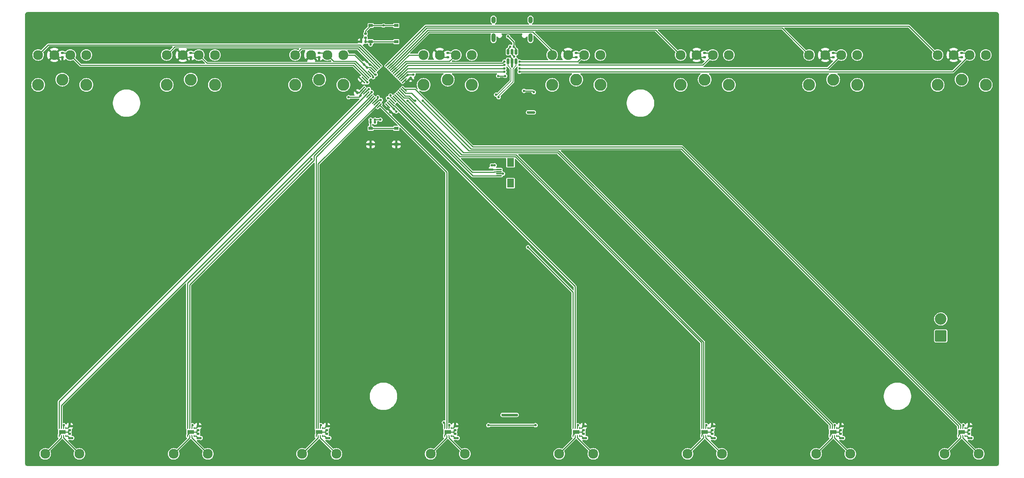
<source format=gbl>
%TF.GenerationSoftware,KiCad,Pcbnew,8.0.3*%
%TF.CreationDate,2024-07-13T17:18:50+02:00*%
%TF.ProjectId,faderboard,66616465-7262-46f6-9172-642e6b696361,rev?*%
%TF.SameCoordinates,Original*%
%TF.FileFunction,Copper,L2,Bot*%
%TF.FilePolarity,Positive*%
%FSLAX46Y46*%
G04 Gerber Fmt 4.6, Leading zero omitted, Abs format (unit mm)*
G04 Created by KiCad (PCBNEW 8.0.3) date 2024-07-13 17:18:50*
%MOMM*%
%LPD*%
G01*
G04 APERTURE LIST*
G04 Aperture macros list*
%AMRoundRect*
0 Rectangle with rounded corners*
0 $1 Rounding radius*
0 $2 $3 $4 $5 $6 $7 $8 $9 X,Y pos of 4 corners*
0 Add a 4 corners polygon primitive as box body*
4,1,4,$2,$3,$4,$5,$6,$7,$8,$9,$2,$3,0*
0 Add four circle primitives for the rounded corners*
1,1,$1+$1,$2,$3*
1,1,$1+$1,$4,$5*
1,1,$1+$1,$6,$7*
1,1,$1+$1,$8,$9*
0 Add four rect primitives between the rounded corners*
20,1,$1+$1,$2,$3,$4,$5,0*
20,1,$1+$1,$4,$5,$6,$7,0*
20,1,$1+$1,$6,$7,$8,$9,0*
20,1,$1+$1,$8,$9,$2,$3,0*%
G04 Aperture macros list end*
%TA.AperFunction,ComponentPad*%
%ADD10C,2.300000*%
%TD*%
%TA.AperFunction,ComponentPad*%
%ADD11C,2.800000*%
%TD*%
%TA.AperFunction,ComponentPad*%
%ADD12O,1.000000X2.100000*%
%TD*%
%TA.AperFunction,ComponentPad*%
%ADD13O,1.000000X1.600000*%
%TD*%
%TA.AperFunction,ComponentPad*%
%ADD14RoundRect,0.250001X1.099999X-1.099999X1.099999X1.099999X-1.099999X1.099999X-1.099999X-1.099999X0*%
%TD*%
%TA.AperFunction,ComponentPad*%
%ADD15C,2.700000*%
%TD*%
%TA.AperFunction,SMDPad,CuDef*%
%ADD16RoundRect,0.062500X0.062500X-0.187500X0.062500X0.187500X-0.062500X0.187500X-0.062500X-0.187500X0*%
%TD*%
%TA.AperFunction,ComponentPad*%
%ADD17C,0.600000*%
%TD*%
%TA.AperFunction,SMDPad,CuDef*%
%ADD18R,1.600000X0.900000*%
%TD*%
%TA.AperFunction,SMDPad,CuDef*%
%ADD19RoundRect,0.140000X-0.170000X0.140000X-0.170000X-0.140000X0.170000X-0.140000X0.170000X0.140000X0*%
%TD*%
%TA.AperFunction,SMDPad,CuDef*%
%ADD20RoundRect,0.075000X-0.575000X0.075000X-0.575000X-0.075000X0.575000X-0.075000X0.575000X0.075000X0*%
%TD*%
%TA.AperFunction,SMDPad,CuDef*%
%ADD21R,1.600000X2.000000*%
%TD*%
%TA.AperFunction,SMDPad,CuDef*%
%ADD22RoundRect,0.135000X-0.135000X-0.185000X0.135000X-0.185000X0.135000X0.185000X-0.135000X0.185000X0*%
%TD*%
%TA.AperFunction,SMDPad,CuDef*%
%ADD23RoundRect,0.140000X0.170000X-0.140000X0.170000X0.140000X-0.170000X0.140000X-0.170000X-0.140000X0*%
%TD*%
%TA.AperFunction,SMDPad,CuDef*%
%ADD24RoundRect,0.135000X0.185000X-0.135000X0.185000X0.135000X-0.185000X0.135000X-0.185000X-0.135000X0*%
%TD*%
%TA.AperFunction,SMDPad,CuDef*%
%ADD25RoundRect,0.140000X-0.021213X0.219203X-0.219203X0.021213X0.021213X-0.219203X0.219203X-0.021213X0*%
%TD*%
%TA.AperFunction,SMDPad,CuDef*%
%ADD26R,1.000000X0.750000*%
%TD*%
%TA.AperFunction,SMDPad,CuDef*%
%ADD27RoundRect,0.140000X0.219203X0.021213X0.021213X0.219203X-0.219203X-0.021213X-0.021213X-0.219203X0*%
%TD*%
%TA.AperFunction,SMDPad,CuDef*%
%ADD28RoundRect,0.140000X-0.219203X-0.021213X-0.021213X-0.219203X0.219203X0.021213X0.021213X0.219203X0*%
%TD*%
%TA.AperFunction,SMDPad,CuDef*%
%ADD29RoundRect,0.140000X0.021213X-0.219203X0.219203X-0.021213X-0.021213X0.219203X-0.219203X0.021213X0*%
%TD*%
%TA.AperFunction,SMDPad,CuDef*%
%ADD30RoundRect,0.075000X-0.521491X0.415425X0.415425X-0.521491X0.521491X-0.415425X-0.415425X0.521491X0*%
%TD*%
%TA.AperFunction,SMDPad,CuDef*%
%ADD31RoundRect,0.075000X-0.521491X-0.415425X-0.415425X-0.521491X0.521491X0.415425X0.415425X0.521491X0*%
%TD*%
%TA.AperFunction,SMDPad,CuDef*%
%ADD32RoundRect,0.150000X-0.150000X0.512500X-0.150000X-0.512500X0.150000X-0.512500X0.150000X0.512500X0*%
%TD*%
%TA.AperFunction,ViaPad*%
%ADD33C,0.600000*%
%TD*%
%TA.AperFunction,Conductor*%
%ADD34C,0.350000*%
%TD*%
%TA.AperFunction,Conductor*%
%ADD35C,0.250000*%
%TD*%
%TA.AperFunction,Conductor*%
%ADD36C,0.600000*%
%TD*%
%TA.AperFunction,Conductor*%
%ADD37C,0.200000*%
%TD*%
G04 APERTURE END LIST*
D10*
%TO.P,RV2,1,Pin_1*%
%TO.N,GND*%
X78125000Y-35000000D03*
%TO.P,RV2,2,Pin_2*%
%TO.N,TOUCH2*%
X74375000Y-35000000D03*
%TO.P,RV2,3,Pin_3*%
%TO.N,+3V3*%
X70625000Y-35000000D03*
%TO.P,RV2,4,Pin_4*%
%TO.N,ADC2*%
X66875000Y-35000000D03*
%TO.P,RV2,5,Pin_5*%
%TO.N,/Faders and motor control/A2*%
X76500000Y-128200000D03*
%TO.P,RV2,6,Pin_6*%
%TO.N,/Faders and motor control/B2*%
X68500000Y-128200000D03*
D11*
%TO.P,RV2,MP,MountPin*%
%TO.N,unconnected-(RV2-MountPin-PadMP)*%
X66875000Y-42000000D03*
%TO.N,unconnected-(RV2-MountPin-PadMP)_0*%
X72500000Y-40750000D03*
%TO.N,unconnected-(RV2-MountPin-PadMP)_1*%
X78125000Y-42000000D03*
%TD*%
D10*
%TO.P,RV7,1,Pin_1*%
%TO.N,GND*%
X228125000Y-35000000D03*
%TO.P,RV7,2,Pin_2*%
%TO.N,TOUCH7*%
X224375000Y-35000000D03*
%TO.P,RV7,3,Pin_3*%
%TO.N,+3V3*%
X220625000Y-35000000D03*
%TO.P,RV7,4,Pin_4*%
%TO.N,ADC7*%
X216875000Y-35000000D03*
%TO.P,RV7,5,Pin_5*%
%TO.N,/Faders and motor control/A7*%
X226500000Y-128200000D03*
%TO.P,RV7,6,Pin_6*%
%TO.N,/Faders and motor control/B7*%
X218500000Y-128200000D03*
D11*
%TO.P,RV7,MP,MountPin*%
%TO.N,unconnected-(RV7-MountPin-PadMP)_1*%
X216875000Y-42000000D03*
%TO.N,unconnected-(RV7-MountPin-PadMP)*%
X222500000Y-40750000D03*
%TO.N,unconnected-(RV7-MountPin-PadMP)_0*%
X228125000Y-42000000D03*
%TD*%
D10*
%TO.P,RV1,1,Pin_1*%
%TO.N,GND*%
X48125000Y-35000000D03*
%TO.P,RV1,2,Pin_2*%
%TO.N,TOUCH1*%
X44375000Y-35000000D03*
%TO.P,RV1,3,Pin_3*%
%TO.N,+3V3*%
X40625000Y-35000000D03*
%TO.P,RV1,4,Pin_4*%
%TO.N,ADC1*%
X36875000Y-35000000D03*
%TO.P,RV1,5,Pin_5*%
%TO.N,/Faders and motor control/A1*%
X46500000Y-128200000D03*
%TO.P,RV1,6,Pin_6*%
%TO.N,/Faders and motor control/B1*%
X38500000Y-128200000D03*
D11*
%TO.P,RV1,MP,MountPin*%
%TO.N,unconnected-(RV1-MountPin-PadMP)*%
X36875000Y-42000000D03*
%TO.N,unconnected-(RV1-MountPin-PadMP)_0*%
X42500000Y-40750000D03*
%TO.N,unconnected-(RV1-MountPin-PadMP)_1*%
X48125000Y-42000000D03*
%TD*%
D10*
%TO.P,RV8,1,Pin_1*%
%TO.N,GND*%
X258125000Y-35000000D03*
%TO.P,RV8,2,Pin_2*%
%TO.N,TOUCH8*%
X254375000Y-35000000D03*
%TO.P,RV8,3,Pin_3*%
%TO.N,+3V3*%
X250625000Y-35000000D03*
%TO.P,RV8,4,Pin_4*%
%TO.N,ADC8*%
X246875000Y-35000000D03*
%TO.P,RV8,5,Pin_5*%
%TO.N,/Faders and motor control/A8*%
X256500000Y-128200000D03*
%TO.P,RV8,6,Pin_6*%
%TO.N,/Faders and motor control/B8*%
X248500000Y-128200000D03*
D11*
%TO.P,RV8,MP,MountPin*%
%TO.N,unconnected-(RV8-MountPin-PadMP)_1*%
X246875000Y-42000000D03*
%TO.N,unconnected-(RV8-MountPin-PadMP)*%
X252500000Y-40750000D03*
%TO.N,unconnected-(RV8-MountPin-PadMP)_0*%
X258125000Y-42000000D03*
%TD*%
D10*
%TO.P,RV5,1,Pin_1*%
%TO.N,GND*%
X168125000Y-35000000D03*
%TO.P,RV5,2,Pin_2*%
%TO.N,TOUCH5*%
X164375000Y-35000000D03*
%TO.P,RV5,3,Pin_3*%
%TO.N,+3V3*%
X160625000Y-35000000D03*
%TO.P,RV5,4,Pin_4*%
%TO.N,ADC5*%
X156875000Y-35000000D03*
%TO.P,RV5,5,Pin_5*%
%TO.N,/Faders and motor control/A5*%
X166500000Y-128200000D03*
%TO.P,RV5,6,Pin_6*%
%TO.N,/Faders and motor control/B5*%
X158500000Y-128200000D03*
D11*
%TO.P,RV5,MP,MountPin*%
%TO.N,unconnected-(RV5-MountPin-PadMP)_0*%
X156875000Y-42000000D03*
%TO.N,unconnected-(RV5-MountPin-PadMP)_1*%
X162500000Y-40750000D03*
%TO.N,unconnected-(RV5-MountPin-PadMP)*%
X168125000Y-42000000D03*
%TD*%
D10*
%TO.P,RV3,1,Pin_1*%
%TO.N,GND*%
X108125000Y-35000000D03*
%TO.P,RV3,2,Pin_2*%
%TO.N,TOUCH3*%
X104375000Y-35000000D03*
%TO.P,RV3,3,Pin_3*%
%TO.N,+3V3*%
X100625000Y-35000000D03*
%TO.P,RV3,4,Pin_4*%
%TO.N,ADC3*%
X96875000Y-35000000D03*
%TO.P,RV3,5,Pin_5*%
%TO.N,/Faders and motor control/A3*%
X106500000Y-128200000D03*
%TO.P,RV3,6,Pin_6*%
%TO.N,/Faders and motor control/B3*%
X98500000Y-128200000D03*
D11*
%TO.P,RV3,MP,MountPin*%
%TO.N,unconnected-(RV3-MountPin-PadMP)_1*%
X96875000Y-42000000D03*
%TO.N,unconnected-(RV3-MountPin-PadMP)_0*%
X102500000Y-40750000D03*
%TO.N,unconnected-(RV3-MountPin-PadMP)*%
X108125000Y-42000000D03*
%TD*%
D12*
%TO.P,J1,S1,SHIELD*%
%TO.N,GND*%
X151820000Y-30970000D03*
D13*
X151820000Y-26790000D03*
D12*
X143180000Y-30970000D03*
D13*
X143180000Y-26790000D03*
%TD*%
D14*
%TO.P,J3,1,Pin_1*%
%TO.N,Net-(D1-A)*%
X247625000Y-100630000D03*
D15*
%TO.P,J3,2,Pin_2*%
%TO.N,GND*%
X247625000Y-96670000D03*
%TD*%
D10*
%TO.P,RV4,1,Pin_1*%
%TO.N,GND*%
X138125000Y-35000000D03*
%TO.P,RV4,2,Pin_2*%
%TO.N,TOUCH4*%
X134375000Y-35000000D03*
%TO.P,RV4,3,Pin_3*%
%TO.N,+3V3*%
X130625000Y-35000000D03*
%TO.P,RV4,4,Pin_4*%
%TO.N,ADC4*%
X126875000Y-35000000D03*
%TO.P,RV4,5,Pin_5*%
%TO.N,/Faders and motor control/A4*%
X136500000Y-128200000D03*
%TO.P,RV4,6,Pin_6*%
%TO.N,/Faders and motor control/B4*%
X128500000Y-128200000D03*
D11*
%TO.P,RV4,MP,MountPin*%
%TO.N,unconnected-(RV4-MountPin-PadMP)_1*%
X126875000Y-42000000D03*
%TO.N,unconnected-(RV4-MountPin-PadMP)*%
X132500000Y-40750000D03*
%TO.N,unconnected-(RV4-MountPin-PadMP)_0*%
X138125000Y-42000000D03*
%TD*%
D10*
%TO.P,RV6,1,Pin_1*%
%TO.N,GND*%
X198125000Y-35000000D03*
%TO.P,RV6,2,Pin_2*%
%TO.N,TOUCH6*%
X194375000Y-35000000D03*
%TO.P,RV6,3,Pin_3*%
%TO.N,+3V3*%
X190625000Y-35000000D03*
%TO.P,RV6,4,Pin_4*%
%TO.N,ADC6*%
X186875000Y-35000000D03*
%TO.P,RV6,5,Pin_5*%
%TO.N,/Faders and motor control/A6*%
X196500000Y-128200000D03*
%TO.P,RV6,6,Pin_6*%
%TO.N,/Faders and motor control/B6*%
X188500000Y-128200000D03*
D11*
%TO.P,RV6,MP,MountPin*%
%TO.N,unconnected-(RV6-MountPin-PadMP)_0*%
X186875000Y-42000000D03*
%TO.N,unconnected-(RV6-MountPin-PadMP)_1*%
X192500000Y-40750000D03*
%TO.N,unconnected-(RV6-MountPin-PadMP)*%
X198125000Y-42000000D03*
%TD*%
D16*
%TO.P,U11,1,VM*%
%TO.N,VDC*%
X253250000Y-124050000D03*
%TO.P,U11,2,OUT1*%
%TO.N,/Faders and motor control/A8*%
X252750000Y-124050000D03*
%TO.P,U11,3,OUT2*%
%TO.N,/Faders and motor control/B8*%
X252250000Y-124050000D03*
%TO.P,U11,4,GND*%
%TO.N,GND*%
X251750000Y-124050000D03*
%TO.P,U11,5,EN*%
%TO.N,PWM8*%
X251750000Y-122150000D03*
%TO.P,U11,6,PH*%
%TO.N,DIR8*%
X252250000Y-122150000D03*
%TO.P,U11,7,~{SLEEP}*%
%TO.N,NSLEEP*%
X252750000Y-122150000D03*
%TO.P,U11,8,VCC*%
%TO.N,+3V3*%
X253250000Y-122150000D03*
D17*
%TO.P,U11,9,GND*%
%TO.N,GND*%
X252000000Y-123100000D03*
D18*
X252500000Y-123100000D03*
D17*
X253000000Y-123100000D03*
%TD*%
D19*
%TO.P,C25,1*%
%TO.N,+3V3*%
X224210000Y-121710000D03*
%TO.P,C25,2*%
%TO.N,GND*%
X224210000Y-122670000D03*
%TD*%
D20*
%TO.P,J2,1,Pin_1*%
%TO.N,+3V3*%
X144475000Y-61750000D03*
%TO.P,J2,2,Pin_2*%
%TO.N,/USART1_TX*%
X144475000Y-62250000D03*
%TO.P,J2,3,Pin_3*%
%TO.N,GND*%
X144475000Y-62750000D03*
%TO.P,J2,4,Pin_4*%
%TO.N,/USART1_RX*%
X144475000Y-63250000D03*
D21*
%TO.P,J2,MP,MountPin*%
%TO.N,unconnected-(J2-MountPin-PadMP)_0*%
X147155000Y-60050000D03*
%TO.N,unconnected-(J2-MountPin-PadMP)*%
X147155000Y-64950000D03*
%TD*%
D22*
%TO.P,R6,1*%
%TO.N,+3V3*%
X112270000Y-31875000D03*
%TO.P,R6,2*%
%TO.N,/NRST*%
X113290000Y-31875000D03*
%TD*%
D16*
%TO.P,U6,1,VM*%
%TO.N,VDC*%
X103250000Y-124050000D03*
%TO.P,U6,2,OUT1*%
%TO.N,/Faders and motor control/A3*%
X102750000Y-124050000D03*
%TO.P,U6,3,OUT2*%
%TO.N,/Faders and motor control/B3*%
X102250000Y-124050000D03*
%TO.P,U6,4,GND*%
%TO.N,GND*%
X101750000Y-124050000D03*
%TO.P,U6,5,EN*%
%TO.N,PWM3*%
X101750000Y-122150000D03*
%TO.P,U6,6,PH*%
%TO.N,DIR3*%
X102250000Y-122150000D03*
%TO.P,U6,7,~{SLEEP}*%
%TO.N,NSLEEP*%
X102750000Y-122150000D03*
%TO.P,U6,8,VCC*%
%TO.N,+3V3*%
X103250000Y-122150000D03*
D17*
%TO.P,U6,9,GND*%
%TO.N,GND*%
X102000000Y-123100000D03*
D18*
X102500000Y-123100000D03*
D17*
X103000000Y-123100000D03*
%TD*%
D23*
%TO.P,C26,1*%
%TO.N,VDC*%
X224210000Y-124490000D03*
%TO.P,C26,2*%
%TO.N,GND*%
X224210000Y-123530000D03*
%TD*%
D19*
%TO.P,C23,1*%
%TO.N,+3V3*%
X194210000Y-121710000D03*
%TO.P,C23,2*%
%TO.N,GND*%
X194210000Y-122670000D03*
%TD*%
D23*
%TO.P,C18,1*%
%TO.N,VDC*%
X104210000Y-124490000D03*
%TO.P,C18,2*%
%TO.N,GND*%
X104210000Y-123530000D03*
%TD*%
D16*
%TO.P,U7,1,VM*%
%TO.N,VDC*%
X133250000Y-124050000D03*
%TO.P,U7,2,OUT1*%
%TO.N,/Faders and motor control/A4*%
X132750000Y-124050000D03*
%TO.P,U7,3,OUT2*%
%TO.N,/Faders and motor control/B4*%
X132250000Y-124050000D03*
%TO.P,U7,4,GND*%
%TO.N,GND*%
X131750000Y-124050000D03*
%TO.P,U7,5,EN*%
%TO.N,PWM4*%
X131750000Y-122150000D03*
%TO.P,U7,6,PH*%
%TO.N,SWCLK{slash}DIR4*%
X132250000Y-122150000D03*
%TO.P,U7,7,~{SLEEP}*%
%TO.N,NSLEEP*%
X132750000Y-122150000D03*
%TO.P,U7,8,VCC*%
%TO.N,+3V3*%
X133250000Y-122150000D03*
D17*
%TO.P,U7,9,GND*%
%TO.N,GND*%
X132000000Y-123100000D03*
D18*
X132500000Y-123100000D03*
D17*
X133000000Y-123100000D03*
%TD*%
D19*
%TO.P,C13,1*%
%TO.N,+3V3*%
X44210000Y-121710000D03*
%TO.P,C13,2*%
%TO.N,GND*%
X44210000Y-122670000D03*
%TD*%
D24*
%TO.P,R11,1*%
%TO.N,+3V3*%
X132500000Y-35510000D03*
%TO.P,R11,2*%
%TO.N,TOUCH4*%
X132500000Y-34490000D03*
%TD*%
%TO.P,R8,1*%
%TO.N,+3V3*%
X42500000Y-35510000D03*
%TO.P,R8,2*%
%TO.N,TOUCH1*%
X42500000Y-34490000D03*
%TD*%
D23*
%TO.P,C22,1*%
%TO.N,VDC*%
X164210000Y-124490000D03*
%TO.P,C22,2*%
%TO.N,GND*%
X164210000Y-123530000D03*
%TD*%
%TO.P,C2,1*%
%TO.N,+3V3*%
X142865000Y-61750000D03*
%TO.P,C2,2*%
%TO.N,GND*%
X142865000Y-60790000D03*
%TD*%
D19*
%TO.P,C15,1*%
%TO.N,+3V3*%
X74210000Y-121710000D03*
%TO.P,C15,2*%
%TO.N,GND*%
X74210000Y-122670000D03*
%TD*%
%TO.P,C27,1*%
%TO.N,+3V3*%
X254210000Y-121710000D03*
%TO.P,C27,2*%
%TO.N,GND*%
X254210000Y-122670000D03*
%TD*%
D25*
%TO.P,C4,1*%
%TO.N,+3V3*%
X114325090Y-37241172D03*
%TO.P,C4,2*%
%TO.N,GND*%
X113646268Y-37919994D03*
%TD*%
D19*
%TO.P,C19,1*%
%TO.N,+3V3*%
X134210000Y-121710000D03*
%TO.P,C19,2*%
%TO.N,GND*%
X134210000Y-122670000D03*
%TD*%
D26*
%TO.P,SW2,1,1*%
%TO.N,GND*%
X120500000Y-28125000D03*
X114500000Y-28125000D03*
%TO.P,SW2,2,2*%
%TO.N,/NRST*%
X120500000Y-31875000D03*
X114500000Y-31875000D03*
%TD*%
D23*
%TO.P,C14,1*%
%TO.N,VDC*%
X44210000Y-124490000D03*
%TO.P,C14,2*%
%TO.N,GND*%
X44210000Y-123530000D03*
%TD*%
D27*
%TO.P,C5,1*%
%TO.N,+3V3*%
X123828605Y-40394867D03*
%TO.P,C5,2*%
%TO.N,GND*%
X123149783Y-39716045D03*
%TD*%
D22*
%TO.P,R7,1*%
%TO.N,/BOOT0*%
X114500000Y-50730000D03*
%TO.P,R7,2*%
%TO.N,GND*%
X115520000Y-50730000D03*
%TD*%
D23*
%TO.P,C28,1*%
%TO.N,VDC*%
X254210000Y-124490000D03*
%TO.P,C28,2*%
%TO.N,GND*%
X254210000Y-123530000D03*
%TD*%
D16*
%TO.P,U5,1,VM*%
%TO.N,VDC*%
X73250000Y-124050000D03*
%TO.P,U5,2,OUT1*%
%TO.N,/Faders and motor control/A2*%
X72750000Y-124050000D03*
%TO.P,U5,3,OUT2*%
%TO.N,/Faders and motor control/B2*%
X72250000Y-124050000D03*
%TO.P,U5,4,GND*%
%TO.N,GND*%
X71750000Y-124050000D03*
%TO.P,U5,5,EN*%
%TO.N,PWM2*%
X71750000Y-122150000D03*
%TO.P,U5,6,PH*%
%TO.N,DIR2*%
X72250000Y-122150000D03*
%TO.P,U5,7,~{SLEEP}*%
%TO.N,NSLEEP*%
X72750000Y-122150000D03*
%TO.P,U5,8,VCC*%
%TO.N,+3V3*%
X73250000Y-122150000D03*
D17*
%TO.P,U5,9,GND*%
%TO.N,GND*%
X72000000Y-123100000D03*
D18*
X72500000Y-123100000D03*
D17*
X73000000Y-123100000D03*
%TD*%
D19*
%TO.P,C17,1*%
%TO.N,+3V3*%
X104210000Y-121710000D03*
%TO.P,C17,2*%
%TO.N,GND*%
X104210000Y-122670000D03*
%TD*%
D23*
%TO.P,C12,1*%
%TO.N,/NRST*%
X113290000Y-30975000D03*
%TO.P,C12,2*%
%TO.N,GND*%
X113290000Y-30015000D03*
%TD*%
%TO.P,C24,1*%
%TO.N,VDC*%
X194210000Y-124490000D03*
%TO.P,C24,2*%
%TO.N,GND*%
X194210000Y-123530000D03*
%TD*%
D28*
%TO.P,C7,1*%
%TO.N,+3V3*%
X111425953Y-43859691D03*
%TO.P,C7,2*%
%TO.N,GND*%
X112104775Y-44538513D03*
%TD*%
D24*
%TO.P,R9,1*%
%TO.N,+3V3*%
X72500000Y-35510000D03*
%TO.P,R9,2*%
%TO.N,TOUCH2*%
X72500000Y-34490000D03*
%TD*%
D23*
%TO.P,C16,1*%
%TO.N,VDC*%
X74210000Y-124490000D03*
%TO.P,C16,2*%
%TO.N,GND*%
X74210000Y-123530000D03*
%TD*%
D16*
%TO.P,U10,1,VM*%
%TO.N,VDC*%
X223250000Y-124050000D03*
%TO.P,U10,2,OUT1*%
%TO.N,/Faders and motor control/A7*%
X222750000Y-124050000D03*
%TO.P,U10,3,OUT2*%
%TO.N,/Faders and motor control/B7*%
X222250000Y-124050000D03*
%TO.P,U10,4,GND*%
%TO.N,GND*%
X221750000Y-124050000D03*
%TO.P,U10,5,EN*%
%TO.N,PWM7*%
X221750000Y-122150000D03*
%TO.P,U10,6,PH*%
%TO.N,DIR7*%
X222250000Y-122150000D03*
%TO.P,U10,7,~{SLEEP}*%
%TO.N,NSLEEP*%
X222750000Y-122150000D03*
%TO.P,U10,8,VCC*%
%TO.N,+3V3*%
X223250000Y-122150000D03*
D17*
%TO.P,U10,9,GND*%
%TO.N,GND*%
X222000000Y-123100000D03*
D18*
X222500000Y-123100000D03*
D17*
X223000000Y-123100000D03*
%TD*%
D19*
%TO.P,C21,1*%
%TO.N,+3V3*%
X164210000Y-121710000D03*
%TO.P,C21,2*%
%TO.N,GND*%
X164210000Y-122670000D03*
%TD*%
D16*
%TO.P,U4,1,VM*%
%TO.N,VDC*%
X43250000Y-124050000D03*
%TO.P,U4,2,OUT1*%
%TO.N,/Faders and motor control/A1*%
X42750000Y-124050000D03*
%TO.P,U4,3,OUT2*%
%TO.N,/Faders and motor control/B1*%
X42250000Y-124050000D03*
%TO.P,U4,4,GND*%
%TO.N,GND*%
X41750000Y-124050000D03*
%TO.P,U4,5,EN*%
%TO.N,PWM1*%
X41750000Y-122150000D03*
%TO.P,U4,6,PH*%
%TO.N,DIR1*%
X42250000Y-122150000D03*
%TO.P,U4,7,~{SLEEP}*%
%TO.N,NSLEEP*%
X42750000Y-122150000D03*
%TO.P,U4,8,VCC*%
%TO.N,+3V3*%
X43250000Y-122150000D03*
D17*
%TO.P,U4,9,GND*%
%TO.N,GND*%
X42000000Y-123100000D03*
D18*
X42500000Y-123100000D03*
D17*
X43000000Y-123100000D03*
%TD*%
D24*
%TO.P,R15,1*%
%TO.N,+3V3*%
X252500000Y-35510000D03*
%TO.P,R15,2*%
%TO.N,TOUCH8*%
X252500000Y-34490000D03*
%TD*%
%TO.P,R10,1*%
%TO.N,+3V3*%
X102500000Y-35510000D03*
%TO.P,R10,2*%
%TO.N,TOUCH3*%
X102500000Y-34490000D03*
%TD*%
D16*
%TO.P,U8,1,VM*%
%TO.N,VDC*%
X163250000Y-124050000D03*
%TO.P,U8,2,OUT1*%
%TO.N,/Faders and motor control/A5*%
X162750000Y-124050000D03*
%TO.P,U8,3,OUT2*%
%TO.N,/Faders and motor control/B5*%
X162250000Y-124050000D03*
%TO.P,U8,4,GND*%
%TO.N,GND*%
X161750000Y-124050000D03*
%TO.P,U8,5,EN*%
%TO.N,PWM5*%
X161750000Y-122150000D03*
%TO.P,U8,6,PH*%
%TO.N,SWDIO{slash}DIR5*%
X162250000Y-122150000D03*
%TO.P,U8,7,~{SLEEP}*%
%TO.N,NSLEEP*%
X162750000Y-122150000D03*
%TO.P,U8,8,VCC*%
%TO.N,+3V3*%
X163250000Y-122150000D03*
D17*
%TO.P,U8,9,GND*%
%TO.N,GND*%
X162000000Y-123100000D03*
D18*
X162500000Y-123100000D03*
D17*
X163000000Y-123100000D03*
%TD*%
D16*
%TO.P,U9,1,VM*%
%TO.N,VDC*%
X193250000Y-124050000D03*
%TO.P,U9,2,OUT1*%
%TO.N,/Faders and motor control/A6*%
X192750000Y-124050000D03*
%TO.P,U9,3,OUT2*%
%TO.N,/Faders and motor control/B6*%
X192250000Y-124050000D03*
%TO.P,U9,4,GND*%
%TO.N,GND*%
X191750000Y-124050000D03*
%TO.P,U9,5,EN*%
%TO.N,PWM6*%
X191750000Y-122150000D03*
%TO.P,U9,6,PH*%
%TO.N,DIR6*%
X192250000Y-122150000D03*
%TO.P,U9,7,~{SLEEP}*%
%TO.N,NSLEEP*%
X192750000Y-122150000D03*
%TO.P,U9,8,VCC*%
%TO.N,+3V3*%
X193250000Y-122150000D03*
D17*
%TO.P,U9,9,GND*%
%TO.N,GND*%
X192000000Y-123100000D03*
D18*
X192500000Y-123100000D03*
D17*
X193000000Y-123100000D03*
%TD*%
D26*
%TO.P,SW1,1,1*%
%TO.N,/BOOT0*%
X120500000Y-52125000D03*
X114500000Y-52125000D03*
%TO.P,SW1,2,2*%
%TO.N,+3V3*%
X120500000Y-55875000D03*
X114500000Y-55875000D03*
%TD*%
D29*
%TO.P,C6,1*%
%TO.N,+3V3*%
X119197057Y-48236682D03*
%TO.P,C6,2*%
%TO.N,GND*%
X119875879Y-47557860D03*
%TD*%
D30*
%TO.P,U3,1,VBAT*%
%TO.N,+3V3*%
X112612124Y-41001212D03*
%TO.P,U3,2,PC13*%
%TO.N,NSLEEP*%
X112965678Y-40647658D03*
%TO.P,U3,3,PC14*%
%TO.N,TOUCH1*%
X113319231Y-40294105D03*
%TO.P,U3,4,PC15*%
%TO.N,TOUCH2*%
X113672785Y-39940551D03*
%TO.P,U3,5,PF0*%
%TO.N,TOUCH3*%
X114026338Y-39586998D03*
%TO.P,U3,6,PF1*%
%TO.N,DIR6*%
X114379891Y-39233445D03*
%TO.P,U3,7,NRST*%
%TO.N,/NRST*%
X114733445Y-38879891D03*
%TO.P,U3,8,VSSA*%
%TO.N,GND*%
X115086998Y-38526338D03*
%TO.P,U3,9,VDDA*%
%TO.N,+3V3*%
X115440551Y-38172785D03*
%TO.P,U3,10,PA0*%
%TO.N,ADC3*%
X115794105Y-37819231D03*
%TO.P,U3,11,PA1*%
%TO.N,ADC2*%
X116147658Y-37465678D03*
%TO.P,U3,12,PA2*%
%TO.N,ADC1*%
X116501212Y-37112124D03*
D31*
%TO.P,U3,13,PA3*%
%TO.N,ADC8*%
X118498788Y-37112124D03*
%TO.P,U3,14,PA4*%
%TO.N,ADC7*%
X118852342Y-37465678D03*
%TO.P,U3,15,PA5*%
%TO.N,ADC6*%
X119205895Y-37819231D03*
%TO.P,U3,16,PA6*%
%TO.N,ADC5*%
X119559449Y-38172785D03*
%TO.P,U3,17,PA7*%
%TO.N,ADC4*%
X119913002Y-38526338D03*
%TO.P,U3,18,PB0*%
%TO.N,TOUCH4*%
X120266555Y-38879891D03*
%TO.P,U3,19,PB1*%
%TO.N,TOUCH5*%
X120620109Y-39233445D03*
%TO.P,U3,20,PB2*%
%TO.N,TOUCH6*%
X120973662Y-39586998D03*
%TO.P,U3,21,PB10*%
%TO.N,TOUCH7*%
X121327215Y-39940551D03*
%TO.P,U3,22,PB11*%
%TO.N,TOUCH8*%
X121680769Y-40294105D03*
%TO.P,U3,23,VSS*%
%TO.N,GND*%
X122034322Y-40647658D03*
%TO.P,U3,24,VDD*%
%TO.N,+3V3*%
X122387876Y-41001212D03*
D30*
%TO.P,U3,25,PB12*%
%TO.N,DIR8*%
X122387876Y-42998788D03*
%TO.P,U3,26,PB13*%
%TO.N,DIR7*%
X122034322Y-43352342D03*
%TO.P,U3,27,PB14*%
%TO.N,PWM8*%
X121680769Y-43705895D03*
%TO.P,U3,28,PB15*%
%TO.N,PWM7*%
X121327215Y-44059449D03*
%TO.P,U3,29,PA8*%
%TO.N,PWM6*%
X120973662Y-44413002D03*
%TO.P,U3,30,PA9*%
%TO.N,/USART1_TX*%
X120620109Y-44766555D03*
%TO.P,U3,31,PA10*%
%TO.N,/USART1_RX*%
X120266555Y-45120109D03*
%TO.P,U3,32,PA11*%
%TO.N,/USB_D-*%
X119913002Y-45473662D03*
%TO.P,U3,33,PA12*%
%TO.N,/USB_D+*%
X119559449Y-45827215D03*
%TO.P,U3,34,PA13*%
%TO.N,SWDIO{slash}DIR5*%
X119205895Y-46180769D03*
%TO.P,U3,35,VSS*%
%TO.N,GND*%
X118852342Y-46534322D03*
%TO.P,U3,36,VDDIO2*%
%TO.N,+3V3*%
X118498788Y-46887876D03*
D31*
%TO.P,U3,37,PA14*%
%TO.N,SWCLK{slash}DIR4*%
X116501212Y-46887876D03*
%TO.P,U3,38,PA15*%
%TO.N,DIR3*%
X116147658Y-46534322D03*
%TO.P,U3,39,PB3*%
%TO.N,PWM5*%
X115794105Y-46180769D03*
%TO.P,U3,40,PB4*%
%TO.N,PWM4*%
X115440551Y-45827215D03*
%TO.P,U3,41,PB5*%
%TO.N,PWM3*%
X115086998Y-45473662D03*
%TO.P,U3,42,PB6*%
%TO.N,DIR2*%
X114733445Y-45120109D03*
%TO.P,U3,43,PB7*%
%TO.N,DIR1*%
X114379891Y-44766555D03*
%TO.P,U3,44,BOOT0*%
%TO.N,/BOOT0*%
X114026338Y-44413002D03*
%TO.P,U3,45,PB8*%
%TO.N,PWM1*%
X113672785Y-44059449D03*
%TO.P,U3,46,PB9*%
%TO.N,PWM2*%
X113319231Y-43705895D03*
%TO.P,U3,47,VSS*%
%TO.N,GND*%
X112965678Y-43352342D03*
%TO.P,U3,48,VDD*%
%TO.N,+3V3*%
X112612124Y-42998788D03*
%TD*%
D24*
%TO.P,R12,1*%
%TO.N,+3V3*%
X162500000Y-35510000D03*
%TO.P,R12,2*%
%TO.N,TOUCH5*%
X162500000Y-34490000D03*
%TD*%
%TO.P,R14,1*%
%TO.N,+3V3*%
X222500000Y-35510000D03*
%TO.P,R14,2*%
%TO.N,TOUCH7*%
X222500000Y-34490000D03*
%TD*%
D32*
%TO.P,U2,1,I/O1*%
%TO.N,Net-(J1-D--PadA7)*%
X146550000Y-34232500D03*
%TO.P,U2,2,GND*%
%TO.N,GND*%
X147500000Y-34232500D03*
%TO.P,U2,3,I/O2*%
%TO.N,Net-(J1-D+-PadA6)*%
X148450000Y-34232500D03*
%TO.P,U2,4,I/O2*%
%TO.N,/USB_D+*%
X148450000Y-36507500D03*
%TO.P,U2,5,VBUS*%
%TO.N,+3V3*%
X147500000Y-36507500D03*
%TO.P,U2,6,I/O1*%
%TO.N,/USB_D-*%
X146550000Y-36507500D03*
%TD*%
D25*
%TO.P,C3,1*%
%TO.N,+3V3*%
X113674551Y-36590634D03*
%TO.P,C3,2*%
%TO.N,GND*%
X112995729Y-37269456D03*
%TD*%
D24*
%TO.P,R13,1*%
%TO.N,+3V3*%
X192500000Y-35510000D03*
%TO.P,R13,2*%
%TO.N,TOUCH6*%
X192500000Y-34490000D03*
%TD*%
D23*
%TO.P,C20,1*%
%TO.N,VDC*%
X134210000Y-124490000D03*
%TO.P,C20,2*%
%TO.N,GND*%
X134210000Y-123530000D03*
%TD*%
D33*
%TO.N,VDC*%
X134820000Y-124490000D03*
X224820000Y-124490000D03*
X44820000Y-124490000D03*
X104820000Y-124490000D03*
X164820000Y-124490000D03*
X194820000Y-124490000D03*
X74820000Y-124490000D03*
X254820000Y-124490000D03*
%TO.N,GND*%
X152605000Y-48405000D03*
X145300000Y-119090000D03*
X124500000Y-39575000D03*
X117500000Y-28125000D03*
X151255000Y-48405000D03*
X152605000Y-43700000D03*
X150300000Y-43380000D03*
X144300000Y-39900000D03*
X115520000Y-50110000D03*
X145425000Y-62750000D03*
X145900000Y-39900000D03*
X120494866Y-48205134D03*
X148600000Y-119090000D03*
X116778801Y-50110000D03*
X109358498Y-44858498D03*
X148000000Y-35370000D03*
X143475000Y-60790000D03*
%TO.N,+3V3*%
X147000000Y-35370000D03*
X110670621Y-38594564D03*
X145125000Y-41500000D03*
X145955000Y-45292500D03*
X113174551Y-36090634D03*
%TO.N,/NRST*%
X114500000Y-32550000D03*
X115700000Y-39600000D03*
%TO.N,/BOOT0*%
X114770111Y-43669229D03*
X114500000Y-50110000D03*
%TO.N,Net-(J1-D+-PadA6)*%
X147900000Y-33070000D03*
X146600000Y-30660000D03*
%TO.N,Net-(J1-D--PadA7)*%
X147100000Y-33070000D03*
%TO.N,TOUCH5*%
X145750000Y-36550000D03*
X149250000Y-36550000D03*
%TO.N,TOUCH6*%
X149250000Y-37350000D03*
X145750000Y-37350000D03*
%TO.N,TOUCH7*%
X149250000Y-38150000D03*
X145750000Y-38150000D03*
%TO.N,TOUCH8*%
X149250000Y-38950000D03*
X145750000Y-38950000D03*
%TO.N,PWM5*%
X116859860Y-45519765D03*
X151255000Y-79914905D03*
%TO.N,DIR6*%
X115093346Y-40188212D03*
X123110183Y-45665640D03*
%TO.N,PWM8*%
X126645717Y-45665639D03*
X124877950Y-45665639D03*
%TO.N,NSLEEP*%
X222875000Y-121500000D03*
X252875000Y-121500000D03*
X72875000Y-121500000D03*
X153000000Y-121500000D03*
X102875000Y-121500000D03*
X132875000Y-121500000D03*
X42875000Y-121500000D03*
X192875000Y-121500000D03*
X142000000Y-121500000D03*
X113709450Y-41391430D03*
X162875000Y-121500000D03*
%TO.N,PWM4*%
X131625000Y-120875000D03*
X116153801Y-44871828D03*
%TO.N,PWM2*%
X114063004Y-42962123D03*
X100675001Y-59355329D03*
%TO.N,/USB_D+*%
X118550385Y-45065640D03*
X144391026Y-44871685D03*
%TO.N,/USB_D-*%
X143789984Y-44270643D03*
X119151427Y-44464598D03*
%TD*%
D34*
%TO.N,VDC*%
X194210000Y-124490000D02*
X194820000Y-124490000D01*
D35*
X253250000Y-124050000D02*
X253770000Y-124050000D01*
X223770000Y-124050000D02*
X224210000Y-124490000D01*
D34*
X74210000Y-124490000D02*
X74820000Y-124490000D01*
D35*
X163250000Y-124050000D02*
X163770000Y-124050000D01*
X73770000Y-124050000D02*
X74210000Y-124490000D01*
X43250000Y-124050000D02*
X43770000Y-124050000D01*
D34*
X164210000Y-124490000D02*
X164820000Y-124490000D01*
X104210000Y-124490000D02*
X104820000Y-124490000D01*
D35*
X193770000Y-124050000D02*
X194210000Y-124490000D01*
D34*
X254210000Y-124490000D02*
X254820000Y-124490000D01*
D35*
X133770000Y-124050000D02*
X134210000Y-124490000D01*
D34*
X134210000Y-124490000D02*
X134820000Y-124490000D01*
X44210000Y-124490000D02*
X44820000Y-124490000D01*
D35*
X163770000Y-124050000D02*
X164210000Y-124490000D01*
D34*
X224210000Y-124490000D02*
X224820000Y-124490000D01*
D35*
X223250000Y-124050000D02*
X223770000Y-124050000D01*
X193250000Y-124050000D02*
X193770000Y-124050000D01*
X73250000Y-124050000D02*
X73770000Y-124050000D01*
X253770000Y-124050000D02*
X254210000Y-124490000D01*
X43770000Y-124050000D02*
X44210000Y-124490000D01*
X133250000Y-124050000D02*
X133770000Y-124050000D01*
X103770000Y-124050000D02*
X104210000Y-124490000D01*
X103250000Y-124050000D02*
X103770000Y-124050000D01*
%TO.N,GND*%
X71750000Y-123750260D02*
X72400260Y-123100000D01*
X110726273Y-35000000D02*
X108125000Y-35000000D01*
X222500000Y-123100000D02*
X223780000Y-123100000D01*
X131750000Y-124050000D02*
X131750000Y-123750260D01*
X102400260Y-123100000D02*
X102500000Y-123100000D01*
X222400260Y-123100000D02*
X222500000Y-123100000D01*
X251750000Y-123750260D02*
X252400260Y-123100000D01*
X115086998Y-38526338D02*
X114488779Y-37928119D01*
X150300000Y-43380000D02*
X152285000Y-43380000D01*
X111784790Y-44858498D02*
X109358498Y-44858498D01*
X162400260Y-123100000D02*
X162500000Y-123100000D01*
X123290828Y-39575000D02*
X124500000Y-39575000D01*
X115520000Y-50110000D02*
X115520000Y-50730000D01*
X114488779Y-37928119D02*
X113654393Y-37928119D01*
X221750000Y-124050000D02*
X221750000Y-123750260D01*
X132400260Y-123100000D02*
X132500000Y-123100000D01*
X152285000Y-43380000D02*
X152605000Y-43700000D01*
X112995730Y-37269456D02*
X113646268Y-37919994D01*
X253780000Y-123100000D02*
X252500000Y-123100000D01*
X118852342Y-46534322D02*
X118852342Y-46534323D01*
X133780000Y-123100000D02*
X132500000Y-123100000D01*
X161750000Y-123750260D02*
X162400260Y-123100000D01*
D36*
X151255000Y-48405000D02*
X152605000Y-48405000D01*
D35*
X74210000Y-123530000D02*
X73780000Y-123100000D01*
X194210000Y-122670000D02*
X193780000Y-123100000D01*
X113290000Y-29335000D02*
X114500000Y-28125000D01*
X122965935Y-39716045D02*
X123149783Y-39716045D01*
D36*
X148600000Y-119090000D02*
X145300000Y-119090000D01*
D35*
X223780000Y-123100000D02*
X224210000Y-122670000D01*
X118852342Y-46534323D02*
X119875879Y-47557860D01*
X191750000Y-124050000D02*
X191750000Y-123750260D01*
X252400260Y-123100000D02*
X252500000Y-123100000D01*
X119875879Y-47586147D02*
X120494866Y-48205134D01*
X112104775Y-44213245D02*
X112965678Y-43352342D01*
X43780000Y-123100000D02*
X42500000Y-123100000D01*
X253780000Y-123100000D02*
X254210000Y-123530000D01*
X133780000Y-123100000D02*
X134210000Y-123530000D01*
X163780000Y-123100000D02*
X164210000Y-122670000D01*
X113654393Y-37928119D02*
X113646268Y-37919994D01*
X147500000Y-34232500D02*
X147500000Y-34870000D01*
X134210000Y-122670000D02*
X133780000Y-123100000D01*
X104210000Y-123530000D02*
X103780000Y-123100000D01*
X74210000Y-122670000D02*
X73780000Y-123100000D01*
X44210000Y-122670000D02*
X43780000Y-123100000D01*
X41750000Y-123750260D02*
X42400260Y-123100000D01*
X114500000Y-28125000D02*
X117500000Y-28125000D01*
X113290000Y-30015000D02*
X113290000Y-29335000D01*
X122034322Y-40647658D02*
X122965935Y-39716045D01*
X254210000Y-122670000D02*
X253780000Y-123100000D01*
X131750000Y-123750260D02*
X132400260Y-123100000D01*
X112104775Y-44538513D02*
X111784790Y-44858498D01*
X101750000Y-123750260D02*
X102400260Y-123100000D01*
X142865000Y-60790000D02*
X143475000Y-60790000D01*
X104210000Y-122670000D02*
X103780000Y-123100000D01*
X161750000Y-124050000D02*
X161750000Y-123750260D01*
X117500000Y-28125000D02*
X120500000Y-28125000D01*
X44210000Y-123530000D02*
X43780000Y-123100000D01*
X193780000Y-123100000D02*
X194210000Y-123530000D01*
X73780000Y-123100000D02*
X72500000Y-123100000D01*
X191750000Y-123750260D02*
X192400260Y-123100000D01*
X123149783Y-39716045D02*
X123290828Y-39575000D01*
X164210000Y-123530000D02*
X163780000Y-123100000D01*
X224210000Y-123530000D02*
X223780000Y-123100000D01*
X193780000Y-123100000D02*
X192500000Y-123100000D01*
X72400260Y-123100000D02*
X72500000Y-123100000D01*
X162500000Y-123100000D02*
X163780000Y-123100000D01*
X112995729Y-37269456D02*
X112995730Y-37269456D01*
X112995729Y-37269456D02*
X110726273Y-35000000D01*
X145900000Y-39900000D02*
X144300000Y-39900000D01*
X221750000Y-123750260D02*
X222400260Y-123100000D01*
X103780000Y-123100000D02*
X102500000Y-123100000D01*
X147500000Y-34870000D02*
X148000000Y-35370000D01*
X71750000Y-124050000D02*
X71750000Y-123750260D01*
X119875879Y-47557860D02*
X119875879Y-47586147D01*
X144475000Y-62750000D02*
X145425000Y-62750000D01*
X42400260Y-123100000D02*
X42500000Y-123100000D01*
X101750000Y-124050000D02*
X101750000Y-123750260D01*
X192400260Y-123100000D02*
X192500000Y-123100000D01*
X41750000Y-124050000D02*
X41750000Y-123750260D01*
X115520000Y-50110000D02*
X116778801Y-50110000D01*
X251750000Y-124050000D02*
X251750000Y-123750260D01*
X112104775Y-44538513D02*
X112104775Y-44213245D01*
%TO.N,+3V3*%
X142865000Y-61750000D02*
X144475000Y-61750000D01*
X72500000Y-35510000D02*
X71135000Y-35510000D01*
X118498788Y-47538413D02*
X118498788Y-46887876D01*
X193770000Y-122150000D02*
X194210000Y-121710000D01*
X192500000Y-35510000D02*
X191135000Y-35510000D01*
X43770000Y-122150000D02*
X44210000Y-121710000D01*
X122387876Y-41001212D02*
X123222260Y-41001212D01*
X111751221Y-43859691D02*
X112612124Y-42998788D01*
X119197057Y-48236682D02*
X118498788Y-47538413D01*
X73770000Y-122150000D02*
X74210000Y-121710000D01*
X132500000Y-35510000D02*
X131135000Y-35510000D01*
X131135000Y-35510000D02*
X130625000Y-35000000D01*
X251135000Y-35510000D02*
X250625000Y-35000000D01*
X163250000Y-122150000D02*
X163770000Y-122150000D01*
X161135000Y-35510000D02*
X160625000Y-35000000D01*
X114325089Y-37241172D02*
X113674551Y-36590634D01*
X71135000Y-35510000D02*
X70625000Y-35000000D01*
X162500000Y-35510000D02*
X161135000Y-35510000D01*
X42500000Y-35510000D02*
X41135000Y-35510000D01*
X111425953Y-43859691D02*
X111751221Y-43859691D01*
X222500000Y-35510000D02*
X221135000Y-35510000D01*
X221135000Y-35510000D02*
X220625000Y-35000000D01*
X101135000Y-35510000D02*
X100625000Y-35000000D01*
X114508938Y-37241172D02*
X114325090Y-37241172D01*
X115440551Y-38172785D02*
X114508938Y-37241172D01*
X163770000Y-122150000D02*
X164210000Y-121710000D01*
X103770000Y-122150000D02*
X104210000Y-121710000D01*
X193250000Y-122150000D02*
X193770000Y-122150000D01*
X147500000Y-36507500D02*
X147500000Y-35870000D01*
X191135000Y-35510000D02*
X190625000Y-35000000D01*
X223770000Y-122150000D02*
X224210000Y-121710000D01*
X43250000Y-122150000D02*
X43770000Y-122150000D01*
X133770000Y-122150000D02*
X134210000Y-121710000D01*
X253770000Y-122150000D02*
X254210000Y-121710000D01*
X123222260Y-41001212D02*
X123828605Y-40394867D01*
X223250000Y-122150000D02*
X223770000Y-122150000D01*
X103250000Y-122150000D02*
X103770000Y-122150000D01*
X41135000Y-35510000D02*
X40625000Y-35000000D01*
X133250000Y-122150000D02*
X133770000Y-122150000D01*
X114325090Y-37241172D02*
X114325089Y-37241172D01*
X73250000Y-122150000D02*
X73770000Y-122150000D01*
X147500000Y-35870000D02*
X147000000Y-35370000D01*
X102500000Y-35510000D02*
X101135000Y-35510000D01*
X253250000Y-122150000D02*
X253770000Y-122150000D01*
X112500000Y-42000000D02*
X113500000Y-42000000D01*
X113174551Y-36090634D02*
X113674551Y-36590634D01*
X252500000Y-35510000D02*
X251135000Y-35510000D01*
%TO.N,/NRST*%
X114500000Y-31875000D02*
X120500000Y-31875000D01*
X114500000Y-32550000D02*
X114500000Y-31875000D01*
X113290000Y-31875000D02*
X114500000Y-31875000D01*
X115453554Y-39600000D02*
X115700000Y-39600000D01*
X114733445Y-38879891D02*
X115453554Y-39600000D01*
X113290000Y-31875000D02*
X113290000Y-30975000D01*
%TO.N,/BOOT0*%
X114500000Y-50730000D02*
X114500000Y-52125000D01*
X114500000Y-50110000D02*
X114500000Y-50730000D01*
X114500000Y-52125000D02*
X120500000Y-52125000D01*
X114026338Y-44413002D02*
X114770111Y-43669229D01*
%TO.N,/USART1_RX*%
X138396446Y-63250000D02*
X144475000Y-63250000D01*
X120266555Y-45120109D02*
X138396446Y-63250000D01*
%TO.N,/USART1_TX*%
X143336490Y-62250000D02*
X144475000Y-62250000D01*
X143231490Y-62355000D02*
X143336490Y-62250000D01*
X120620109Y-44766555D02*
X138208554Y-62355000D01*
X138208554Y-62355000D02*
X143231490Y-62355000D01*
%TO.N,Net-(J1-D+-PadA6)*%
X147900000Y-31960000D02*
X147900000Y-33070000D01*
X147900000Y-33070000D02*
X148450000Y-33620000D01*
X146600000Y-30660000D02*
X147900000Y-31960000D01*
X148450000Y-33620000D02*
X148450000Y-34232500D01*
%TO.N,Net-(J1-D--PadA7)*%
X146550000Y-34232500D02*
X146550000Y-33620000D01*
X146550000Y-33620000D02*
X147100000Y-33070000D01*
%TO.N,TOUCH1*%
X44375000Y-35000000D02*
X46750000Y-37375000D01*
X110400126Y-37375000D02*
X113319231Y-40294105D01*
X42500000Y-34490000D02*
X43865000Y-34490000D01*
X46750000Y-37375000D02*
X110400126Y-37375000D01*
X43865000Y-34490000D02*
X44375000Y-35000000D01*
%TO.N,TOUCH2*%
X110657234Y-36925000D02*
X113672785Y-39940551D01*
X72500000Y-34490000D02*
X73865000Y-34490000D01*
X73865000Y-34490000D02*
X74375000Y-35000000D01*
X76300000Y-36925000D02*
X110657234Y-36925000D01*
X74375000Y-35000000D02*
X76300000Y-36925000D01*
%TO.N,TOUCH3*%
X102500000Y-34490000D02*
X103865000Y-34490000D01*
X103865000Y-34490000D02*
X104375000Y-35000000D01*
X105850000Y-36475000D02*
X110914340Y-36475000D01*
X110914340Y-36475000D02*
X114026338Y-39586998D01*
X104375000Y-35000000D02*
X105850000Y-36475000D01*
%TO.N,TOUCH4*%
X132900000Y-36475000D02*
X134375000Y-35000000D01*
X132500000Y-34490000D02*
X133865000Y-34490000D01*
X122671446Y-36475000D02*
X132900000Y-36475000D01*
X120266555Y-38879891D02*
X122671446Y-36475000D01*
X133865000Y-34490000D02*
X134375000Y-35000000D01*
%TO.N,TOUCH5*%
X145291116Y-36925000D02*
X145666116Y-36550000D01*
X162500000Y-34490000D02*
X163865000Y-34490000D01*
X149250000Y-36550000D02*
X162825000Y-36550000D01*
X120620109Y-39233445D02*
X122928554Y-36925000D01*
X145666116Y-36550000D02*
X145750000Y-36550000D01*
X163865000Y-34490000D02*
X164375000Y-35000000D01*
X122928554Y-36925000D02*
X145291116Y-36925000D01*
X162825000Y-36550000D02*
X164375000Y-35000000D01*
%TO.N,TOUCH6*%
X145725000Y-37375000D02*
X145750000Y-37350000D01*
X123185660Y-37375000D02*
X145725000Y-37375000D01*
X120973662Y-39586998D02*
X123185660Y-37375000D01*
X192025000Y-37350000D02*
X194375000Y-35000000D01*
X149250000Y-37350000D02*
X192025000Y-37350000D01*
X192500000Y-34490000D02*
X193865000Y-34490000D01*
X193865000Y-34490000D02*
X194375000Y-35000000D01*
%TO.N,TOUCH7*%
X149250000Y-38150000D02*
X221225000Y-38150000D01*
X121327215Y-39940551D02*
X123117766Y-38150000D01*
X123117766Y-38150000D02*
X145750000Y-38150000D01*
X222500000Y-34490000D02*
X223865000Y-34490000D01*
X223865000Y-34490000D02*
X224375000Y-35000000D01*
X221225000Y-38150000D02*
X224375000Y-35000000D01*
%TO.N,TOUCH8*%
X252500000Y-34490000D02*
X253865000Y-34490000D01*
X121680769Y-40294105D02*
X123024874Y-38950000D01*
X253865000Y-34490000D02*
X254375000Y-35000000D01*
X149250000Y-38950000D02*
X250425000Y-38950000D01*
X250425000Y-38950000D02*
X254375000Y-35000000D01*
X123024874Y-38950000D02*
X145750000Y-38950000D01*
%TO.N,/Faders and motor control/B1*%
X38500000Y-128200000D02*
X42250000Y-124450000D01*
X42250000Y-124450000D02*
X42250000Y-124050000D01*
%TO.N,ADC1*%
X112014088Y-32625000D02*
X116501212Y-37112124D01*
X39250000Y-32625000D02*
X112014088Y-32625000D01*
X36875000Y-35000000D02*
X39250000Y-32625000D01*
%TO.N,/Faders and motor control/A1*%
X42750000Y-124450000D02*
X42750000Y-124050000D01*
X46500000Y-128200000D02*
X42750000Y-124450000D01*
%TO.N,/Faders and motor control/A2*%
X72750000Y-124050000D02*
X72750000Y-124450000D01*
X72750000Y-124450000D02*
X76500000Y-128200000D01*
%TO.N,/Faders and motor control/B2*%
X68500000Y-128200000D02*
X72250000Y-124450000D01*
X72250000Y-124450000D02*
X72250000Y-124050000D01*
%TO.N,ADC2*%
X111756980Y-33075000D02*
X116147658Y-37465678D01*
X68800000Y-33075000D02*
X111756980Y-33075000D01*
X66875000Y-35000000D02*
X68800000Y-33075000D01*
%TO.N,ADC3*%
X111499874Y-33525000D02*
X115794105Y-37819231D01*
X96875000Y-35000000D02*
X98350000Y-33525000D01*
X98350000Y-33525000D02*
X111499874Y-33525000D01*
%TO.N,/Faders and motor control/B3*%
X98500000Y-128200000D02*
X102250000Y-124450000D01*
X102250000Y-124450000D02*
X102250000Y-124050000D01*
%TO.N,/Faders and motor control/A3*%
X106500000Y-128200000D02*
X102750000Y-124450000D01*
X102750000Y-124450000D02*
X102750000Y-124050000D01*
%TO.N,ADC4*%
X119913002Y-38526338D02*
X123439340Y-35000000D01*
X123439340Y-35000000D02*
X126875000Y-35000000D01*
%TO.N,/Faders and motor control/A4*%
X136500000Y-128200000D02*
X132750000Y-124450000D01*
X132750000Y-124450000D02*
X132750000Y-124050000D01*
%TO.N,/Faders and motor control/B4*%
X132250000Y-124450000D02*
X132250000Y-124050000D01*
X128500000Y-128200000D02*
X132250000Y-124450000D01*
%TO.N,ADC5*%
X152345000Y-29595000D02*
X156875000Y-34125000D01*
X128137234Y-29595000D02*
X152345000Y-29595000D01*
X119559449Y-38172785D02*
X128137234Y-29595000D01*
X156875000Y-34125000D02*
X156875000Y-35000000D01*
%TO.N,/Faders and motor control/A5*%
X166500000Y-128200000D02*
X162750000Y-124450000D01*
X162750000Y-124450000D02*
X162750000Y-124050000D01*
%TO.N,/Faders and motor control/B5*%
X158500000Y-128200000D02*
X162250000Y-124450000D01*
X162250000Y-124450000D02*
X162250000Y-124050000D01*
%TO.N,/Faders and motor control/B6*%
X192250000Y-124450000D02*
X192250000Y-124050000D01*
X188500000Y-128200000D02*
X192250000Y-124450000D01*
%TO.N,ADC6*%
X181020000Y-29145000D02*
X186875000Y-35000000D01*
X127880126Y-29145000D02*
X181020000Y-29145000D01*
X119205895Y-37819231D02*
X127880126Y-29145000D01*
%TO.N,/Faders and motor control/A6*%
X192750000Y-124450000D02*
X192750000Y-124050000D01*
X196500000Y-128200000D02*
X192750000Y-124450000D01*
%TO.N,/Faders and motor control/B7*%
X222250000Y-124450000D02*
X222250000Y-124050000D01*
X218500000Y-128200000D02*
X222250000Y-124450000D01*
%TO.N,/Faders and motor control/A7*%
X222750000Y-124450000D02*
X222750000Y-124050000D01*
X226500000Y-128200000D02*
X222750000Y-124450000D01*
%TO.N,ADC7*%
X118852342Y-37465678D02*
X127623020Y-28695000D01*
X127623020Y-28695000D02*
X210570000Y-28695000D01*
X210570000Y-28695000D02*
X216875000Y-35000000D01*
%TO.N,/Faders and motor control/A8*%
X252750000Y-124450000D02*
X252750000Y-124050000D01*
X256500000Y-128200000D02*
X252750000Y-124450000D01*
%TO.N,ADC8*%
X118498788Y-37112124D02*
X127365912Y-28245000D01*
X127365912Y-28245000D02*
X240120000Y-28245000D01*
X240120000Y-28245000D02*
X246875000Y-35000000D01*
%TO.N,/Faders and motor control/B8*%
X252250000Y-124450000D02*
X252250000Y-124050000D01*
X248500000Y-128200000D02*
X252250000Y-124450000D01*
%TO.N,PWM7*%
X221750000Y-122150000D02*
X221750000Y-121386396D01*
X136153427Y-57825000D02*
X123369067Y-45040640D01*
X158188604Y-57825000D02*
X136153427Y-57825000D01*
X123369067Y-45040640D02*
X122308406Y-45040640D01*
X122308406Y-45040640D02*
X121327215Y-44059449D01*
X221750000Y-121386396D02*
X158188604Y-57825000D01*
%TO.N,DIR1*%
X42250000Y-116896446D02*
X42250000Y-122150000D01*
X114379891Y-44766555D02*
X42250000Y-116896446D01*
%TO.N,PWM5*%
X115794105Y-46180769D02*
X116455109Y-45519765D01*
X116455109Y-45519765D02*
X116859860Y-45519765D01*
X161750000Y-90409905D02*
X151255000Y-79914905D01*
X161750000Y-122150000D02*
X161750000Y-90409905D01*
%TO.N,DIR6*%
X192250000Y-102058604D02*
X192250000Y-122150000D01*
X135719543Y-58275000D02*
X148466396Y-58275000D01*
X115093346Y-39946900D02*
X115093346Y-40188212D01*
X148466396Y-58275000D02*
X192250000Y-102058604D01*
X123110183Y-45665640D02*
X135719543Y-58275000D01*
X114379891Y-39233445D02*
X115093346Y-39946900D01*
%TO.N,PWM1*%
X113672785Y-44059449D02*
X41750000Y-115982234D01*
X41750000Y-115982234D02*
X41750000Y-122150000D01*
%TO.N,PWM3*%
X115086998Y-45473662D02*
X101750000Y-58810660D01*
X101750000Y-58810660D02*
X101750000Y-122150000D01*
%TO.N,DIR8*%
X124862750Y-42998788D02*
X138338962Y-56475000D01*
X122387876Y-42998788D02*
X124862750Y-42998788D01*
X252250000Y-121500000D02*
X252250000Y-122150000D01*
X138338962Y-56475000D02*
X187225000Y-56475000D01*
X187225000Y-56475000D02*
X252250000Y-121500000D01*
%TO.N,PWM6*%
X120973662Y-44413002D02*
X135285660Y-58725000D01*
X191750000Y-102195000D02*
X191750000Y-122150000D01*
X135285660Y-58725000D02*
X148280000Y-58725000D01*
X148280000Y-58725000D02*
X191750000Y-102195000D01*
%TO.N,PWM8*%
X251750000Y-122150000D02*
X251750000Y-121636396D01*
X124630462Y-45665639D02*
X124877950Y-45665639D01*
X137905078Y-56925000D02*
X126645717Y-45665639D01*
X122565514Y-44590640D02*
X123555463Y-44590640D01*
X187038604Y-56925000D02*
X137905078Y-56925000D01*
X123555463Y-44590640D02*
X124630462Y-45665639D01*
X121680769Y-43705895D02*
X122565514Y-44590640D01*
X251750000Y-121636396D02*
X187038604Y-56925000D01*
%TO.N,NSLEEP*%
X192750000Y-122150000D02*
X192750000Y-121625000D01*
X42750000Y-122150000D02*
X42750000Y-121625000D01*
X142000000Y-121500000D02*
X153000000Y-121500000D01*
X72750000Y-122150000D02*
X72750000Y-121625000D01*
X162750000Y-121625000D02*
X162875000Y-121500000D01*
X132750000Y-122150000D02*
X132750000Y-121625000D01*
X162750000Y-122150000D02*
X162750000Y-121625000D01*
X252750000Y-121625000D02*
X252875000Y-121500000D01*
X112965678Y-40647658D02*
X113709450Y-41391430D01*
X192750000Y-121625000D02*
X192875000Y-121500000D01*
X132750000Y-121625000D02*
X132875000Y-121500000D01*
X252750000Y-122150000D02*
X252750000Y-121625000D01*
X42750000Y-121625000D02*
X42875000Y-121500000D01*
X102750000Y-122150000D02*
X102750000Y-121625000D01*
X102750000Y-121625000D02*
X102875000Y-121500000D01*
X222750000Y-121625000D02*
X222875000Y-121500000D01*
X222750000Y-122150000D02*
X222750000Y-121625000D01*
X72750000Y-121625000D02*
X72875000Y-121500000D01*
%TO.N,PWM4*%
X131750000Y-121000000D02*
X131625000Y-120875000D01*
X115440551Y-45827215D02*
X116153801Y-45113965D01*
X131750000Y-122150000D02*
X131750000Y-121000000D01*
X116153801Y-45113965D02*
X116153801Y-44871828D01*
%TO.N,DIR7*%
X124017943Y-43921749D02*
X137471194Y-57375000D01*
X158375000Y-57375000D02*
X222250000Y-121250000D01*
X222250000Y-121250000D02*
X222250000Y-122150000D01*
X122603729Y-43921749D02*
X124017943Y-43921749D01*
X122034322Y-43352342D02*
X122603729Y-43921749D01*
X137471194Y-57375000D02*
X158375000Y-57375000D01*
%TO.N,PWM2*%
X113319231Y-43705895D02*
X113319232Y-43705895D01*
X100675001Y-59355329D02*
X71750000Y-88280330D01*
X71750000Y-88280330D02*
X71750000Y-122150000D01*
X113319232Y-43705895D02*
X114063004Y-42962123D01*
%TO.N,DIR2*%
X72250000Y-88664214D02*
X72250000Y-122150000D01*
X101300000Y-58553554D02*
X101300000Y-59614214D01*
X114733445Y-45120109D02*
X101300000Y-58553554D01*
X101300000Y-59614214D02*
X72250000Y-88664214D01*
D37*
%TO.N,/USB_D+*%
X144391026Y-44871685D02*
X144391026Y-44588842D01*
X147725000Y-38226251D02*
X148450000Y-37501251D01*
X118925215Y-45157625D02*
X118833230Y-45065640D01*
X148450000Y-37501251D02*
X148450000Y-36507500D01*
X144391026Y-44588842D02*
X147725000Y-41254868D01*
X147725000Y-41254868D02*
X147725000Y-38226251D01*
X119559449Y-45827215D02*
X118925215Y-45192981D01*
X118925215Y-45192981D02*
X118925215Y-45157625D01*
X118833230Y-45065640D02*
X118550385Y-45065640D01*
%TO.N,/USB_D-*%
X119913002Y-45473662D02*
X119278768Y-44839428D01*
X147275000Y-41068470D02*
X147275000Y-38226251D01*
X119278768Y-44839428D02*
X119243412Y-44839428D01*
X143789984Y-44270643D02*
X144072827Y-44270643D01*
X147275000Y-38226251D02*
X146550000Y-37501251D01*
X146550000Y-37501251D02*
X146550000Y-36507500D01*
X119243412Y-44839428D02*
X119151427Y-44747443D01*
X119151427Y-44747443D02*
X119151427Y-44464598D01*
X144072827Y-44270643D02*
X147275000Y-41068470D01*
D35*
%TO.N,SWDIO{slash}DIR5*%
X162250000Y-89076383D02*
X162250000Y-122150000D01*
X119896039Y-46870913D02*
X120044530Y-46870913D01*
X120044530Y-46870913D02*
X162250000Y-89076383D01*
X119205895Y-46180769D02*
X119896039Y-46870913D01*
%TO.N,SWCLK{slash}DIR4*%
X116787876Y-46887876D02*
X132250000Y-62350000D01*
X132250000Y-62350000D02*
X132250000Y-122150000D01*
X116501212Y-46887876D02*
X116787876Y-46887876D01*
%TO.N,DIR3*%
X116147658Y-46534322D02*
X102250000Y-60431980D01*
X102250000Y-60431980D02*
X102250000Y-122150000D01*
%TD*%
%TA.AperFunction,Conductor*%
%TO.N,+3V3*%
G36*
X111380724Y-33870185D02*
G01*
X111401366Y-33886819D01*
X113179188Y-35664641D01*
X113248246Y-35733698D01*
X113281731Y-35795021D01*
X113283328Y-35838851D01*
X113282455Y-35844985D01*
X113940423Y-36502953D01*
X113973908Y-36564276D01*
X113968924Y-36633968D01*
X113940423Y-36678315D01*
X113762232Y-36856506D01*
X113700909Y-36889991D01*
X113631217Y-36885007D01*
X113586870Y-36856506D01*
X112928902Y-36198538D01*
X112928901Y-36198538D01*
X112855561Y-36331946D01*
X112840772Y-36389545D01*
X112805033Y-36449583D01*
X112742508Y-36480767D01*
X112673050Y-36473198D01*
X112632987Y-36446387D01*
X110926137Y-34739537D01*
X110926135Y-34739535D01*
X110880475Y-34713173D01*
X110851913Y-34696682D01*
X110810519Y-34685591D01*
X110769126Y-34674500D01*
X110769125Y-34674500D01*
X109531072Y-34674500D01*
X109464033Y-34654815D01*
X109418278Y-34602011D01*
X109411297Y-34582592D01*
X109398906Y-34536346D01*
X109398904Y-34536342D01*
X109398903Y-34536337D01*
X109299035Y-34322171D01*
X109243971Y-34243530D01*
X109163494Y-34128597D01*
X109097078Y-34062181D01*
X109063593Y-34000858D01*
X109068577Y-33931166D01*
X109110449Y-33875233D01*
X109175913Y-33850816D01*
X109184759Y-33850500D01*
X111313685Y-33850500D01*
X111380724Y-33870185D01*
G37*
%TD.AperFunction*%
%TA.AperFunction,Conductor*%
G36*
X74377285Y-33416719D02*
G01*
X74403518Y-33402931D01*
X74427950Y-33400500D01*
X78072050Y-33400500D01*
X78127285Y-33416719D01*
X78153518Y-33402931D01*
X78177950Y-33400500D01*
X96822050Y-33400500D01*
X96877285Y-33416719D01*
X96903518Y-33402931D01*
X96927950Y-33400500D01*
X97714811Y-33400500D01*
X97781850Y-33420185D01*
X97827605Y-33472989D01*
X97837549Y-33542147D01*
X97808524Y-33605703D01*
X97802511Y-33612160D01*
X97659624Y-33755048D01*
X97638692Y-33775980D01*
X97577368Y-33809464D01*
X97507677Y-33804480D01*
X97498606Y-33800680D01*
X97445637Y-33775980D01*
X97338663Y-33726097D01*
X97338659Y-33726096D01*
X97338655Y-33726094D01*
X97110413Y-33664938D01*
X97110403Y-33664936D01*
X96917142Y-33648028D01*
X96875344Y-33631677D01*
X96856985Y-33643477D01*
X96832858Y-33648028D01*
X96639596Y-33664936D01*
X96639586Y-33664938D01*
X96411344Y-33726094D01*
X96411335Y-33726098D01*
X96197171Y-33825964D01*
X96197169Y-33825965D01*
X96003597Y-33961505D01*
X95836505Y-34128597D01*
X95700965Y-34322169D01*
X95700964Y-34322171D01*
X95601098Y-34536335D01*
X95601094Y-34536344D01*
X95539938Y-34764586D01*
X95539936Y-34764596D01*
X95519341Y-34999999D01*
X95519341Y-35000000D01*
X95539936Y-35235403D01*
X95539938Y-35235413D01*
X95601094Y-35463655D01*
X95601096Y-35463659D01*
X95601097Y-35463663D01*
X95664187Y-35598960D01*
X95700965Y-35677830D01*
X95700967Y-35677834D01*
X95761087Y-35763693D01*
X95836505Y-35871401D01*
X96003599Y-36038495D01*
X96066949Y-36082853D01*
X96197165Y-36174032D01*
X96197167Y-36174033D01*
X96197170Y-36174035D01*
X96411337Y-36273903D01*
X96411343Y-36273904D01*
X96411344Y-36273905D01*
X96466285Y-36288626D01*
X96639592Y-36335063D01*
X96817055Y-36350589D01*
X96832858Y-36351972D01*
X96874655Y-36368322D01*
X96893015Y-36356523D01*
X96917142Y-36351972D01*
X96929993Y-36350847D01*
X97110408Y-36335063D01*
X97338663Y-36273903D01*
X97552830Y-36174035D01*
X97746401Y-36038495D01*
X97913495Y-35871401D01*
X98049035Y-35677830D01*
X98148903Y-35463663D01*
X98210063Y-35235408D01*
X98230659Y-35000000D01*
X98210063Y-34764592D01*
X98161297Y-34582592D01*
X98148905Y-34536344D01*
X98148904Y-34536343D01*
X98148903Y-34536337D01*
X98074319Y-34376392D01*
X98063827Y-34307314D01*
X98092347Y-34243530D01*
X98099020Y-34236306D01*
X98260578Y-34074749D01*
X98448508Y-33886819D01*
X98509831Y-33853334D01*
X98536189Y-33850500D01*
X99172830Y-33850500D01*
X99239869Y-33870185D01*
X99285624Y-33922989D01*
X99295568Y-33992147D01*
X99278557Y-34039290D01*
X99150292Y-34248599D01*
X99150290Y-34248602D01*
X99050906Y-34488537D01*
X99050901Y-34488554D01*
X98990274Y-34741087D01*
X98969898Y-35000000D01*
X98990274Y-35258912D01*
X99050901Y-35511445D01*
X99050906Y-35511462D01*
X99150290Y-35751397D01*
X99150292Y-35751400D01*
X99285992Y-35972842D01*
X99285993Y-35972843D01*
X99291801Y-35979644D01*
X99947421Y-35324023D01*
X99960359Y-35355258D01*
X100042437Y-35478097D01*
X100146903Y-35582563D01*
X100269742Y-35664641D01*
X100300974Y-35677577D01*
X99645354Y-36333197D01*
X99652155Y-36339006D01*
X99702361Y-36369772D01*
X99749237Y-36421584D01*
X99760660Y-36490514D01*
X99733003Y-36554677D01*
X99675047Y-36593701D01*
X99637572Y-36599500D01*
X96927950Y-36599500D01*
X96872714Y-36583280D01*
X96846482Y-36597069D01*
X96822050Y-36599500D01*
X78177950Y-36599500D01*
X78122714Y-36583280D01*
X78096482Y-36597069D01*
X78072050Y-36599500D01*
X76486189Y-36599500D01*
X76419150Y-36579815D01*
X76398508Y-36563181D01*
X75599020Y-35763693D01*
X75565535Y-35702370D01*
X75570519Y-35632678D01*
X75574313Y-35623621D01*
X75648903Y-35463663D01*
X75710063Y-35235408D01*
X75730659Y-35000000D01*
X75730659Y-34999999D01*
X76769341Y-34999999D01*
X76769341Y-35000000D01*
X76789936Y-35235403D01*
X76789938Y-35235413D01*
X76851094Y-35463655D01*
X76851096Y-35463659D01*
X76851097Y-35463663D01*
X76914187Y-35598960D01*
X76950965Y-35677830D01*
X76950967Y-35677834D01*
X77011087Y-35763693D01*
X77086505Y-35871401D01*
X77253599Y-36038495D01*
X77316949Y-36082853D01*
X77447165Y-36174032D01*
X77447167Y-36174033D01*
X77447170Y-36174035D01*
X77661337Y-36273903D01*
X77661343Y-36273904D01*
X77661344Y-36273905D01*
X77716285Y-36288626D01*
X77889592Y-36335063D01*
X78067055Y-36350589D01*
X78082858Y-36351972D01*
X78124655Y-36368322D01*
X78143015Y-36356523D01*
X78167142Y-36351972D01*
X78179993Y-36350847D01*
X78360408Y-36335063D01*
X78588663Y-36273903D01*
X78802830Y-36174035D01*
X78996401Y-36038495D01*
X79163495Y-35871401D01*
X79299035Y-35677830D01*
X79398903Y-35463663D01*
X79460063Y-35235408D01*
X79480659Y-35000000D01*
X79460063Y-34764592D01*
X79411297Y-34582592D01*
X79398905Y-34536344D01*
X79398904Y-34536343D01*
X79398903Y-34536337D01*
X79299035Y-34322171D01*
X79243971Y-34243530D01*
X79163494Y-34128597D01*
X78996402Y-33961506D01*
X78996396Y-33961502D01*
X78893772Y-33889643D01*
X78802834Y-33825967D01*
X78802830Y-33825965D01*
X78782256Y-33816371D01*
X78588663Y-33726097D01*
X78588659Y-33726096D01*
X78588655Y-33726094D01*
X78360413Y-33664938D01*
X78360403Y-33664936D01*
X78167142Y-33648028D01*
X78125344Y-33631677D01*
X78106985Y-33643477D01*
X78082858Y-33648028D01*
X77889596Y-33664936D01*
X77889586Y-33664938D01*
X77661344Y-33726094D01*
X77661335Y-33726098D01*
X77447171Y-33825964D01*
X77447169Y-33825965D01*
X77253597Y-33961505D01*
X77086505Y-34128597D01*
X76950965Y-34322169D01*
X76950964Y-34322171D01*
X76851098Y-34536335D01*
X76851094Y-34536344D01*
X76789938Y-34764586D01*
X76789936Y-34764596D01*
X76769341Y-34999999D01*
X75730659Y-34999999D01*
X75710063Y-34764592D01*
X75661297Y-34582592D01*
X75648905Y-34536344D01*
X75648904Y-34536343D01*
X75648903Y-34536337D01*
X75549035Y-34322171D01*
X75493971Y-34243530D01*
X75413494Y-34128597D01*
X75246402Y-33961506D01*
X75246396Y-33961502D01*
X75143772Y-33889643D01*
X75052834Y-33825967D01*
X75052830Y-33825965D01*
X75032256Y-33816371D01*
X74838663Y-33726097D01*
X74838659Y-33726096D01*
X74838655Y-33726094D01*
X74610413Y-33664938D01*
X74610403Y-33664936D01*
X74417142Y-33648028D01*
X74375344Y-33631677D01*
X74356985Y-33643477D01*
X74332858Y-33648028D01*
X74139596Y-33664936D01*
X74139586Y-33664938D01*
X73911344Y-33726094D01*
X73911335Y-33726098D01*
X73697171Y-33825964D01*
X73697169Y-33825965D01*
X73503597Y-33961505D01*
X73336922Y-34128181D01*
X73275599Y-34161666D01*
X73249241Y-34164500D01*
X73020332Y-34164500D01*
X72953293Y-34144815D01*
X72932651Y-34128182D01*
X72932650Y-34128181D01*
X72880404Y-34075935D01*
X72773173Y-34025932D01*
X72773171Y-34025931D01*
X72773172Y-34025931D01*
X72724317Y-34019500D01*
X72724316Y-34019500D01*
X72275684Y-34019500D01*
X72275683Y-34019500D01*
X72226828Y-34025931D01*
X72122139Y-34074749D01*
X72053061Y-34085241D01*
X71989277Y-34056721D01*
X71967184Y-34030871D01*
X71966872Y-34031099D01*
X71964010Y-34027160D01*
X71958197Y-34020354D01*
X71302577Y-34675973D01*
X71289641Y-34644742D01*
X71207563Y-34521903D01*
X71103097Y-34417437D01*
X70980258Y-34335359D01*
X70949025Y-34322421D01*
X71604645Y-33666801D01*
X71597844Y-33660993D01*
X71547639Y-33630228D01*
X71500763Y-33578416D01*
X71489340Y-33509486D01*
X71516997Y-33445323D01*
X71574953Y-33406299D01*
X71612428Y-33400500D01*
X74322050Y-33400500D01*
X74377285Y-33416719D01*
G37*
%TD.AperFunction*%
%TA.AperFunction,Conductor*%
G36*
X102693039Y-35279685D02*
G01*
X102738794Y-35332489D01*
X102750000Y-35384000D01*
X102750000Y-36279930D01*
X102785122Y-36277167D01*
X102785128Y-36277166D01*
X102939188Y-36232407D01*
X102939191Y-36232406D01*
X103077285Y-36150738D01*
X103077294Y-36150731D01*
X103190731Y-36037294D01*
X103190735Y-36037288D01*
X103225178Y-35979049D01*
X103276247Y-35931365D01*
X103344989Y-35918861D01*
X103409578Y-35945506D01*
X103419592Y-35954488D01*
X103503599Y-36038495D01*
X103566949Y-36082853D01*
X103697165Y-36174032D01*
X103697167Y-36174033D01*
X103697170Y-36174035D01*
X103911337Y-36273903D01*
X103911343Y-36273904D01*
X103911344Y-36273905D01*
X103966285Y-36288626D01*
X104139592Y-36335063D01*
X104317055Y-36350589D01*
X104332858Y-36351972D01*
X104374655Y-36368322D01*
X104393015Y-36356523D01*
X104417142Y-36351972D01*
X104429993Y-36350847D01*
X104610408Y-36335063D01*
X104838663Y-36273903D01*
X104998609Y-36199318D01*
X105067684Y-36188827D01*
X105131468Y-36217347D01*
X105138693Y-36224020D01*
X105302492Y-36387819D01*
X105335977Y-36449142D01*
X105330993Y-36518834D01*
X105289121Y-36574767D01*
X105223657Y-36599184D01*
X105214811Y-36599500D01*
X104427950Y-36599500D01*
X104372714Y-36583280D01*
X104346482Y-36597069D01*
X104322050Y-36599500D01*
X101612427Y-36599500D01*
X101545388Y-36579815D01*
X101499633Y-36527011D01*
X101489689Y-36457853D01*
X101518714Y-36394297D01*
X101547637Y-36369773D01*
X101597844Y-36339005D01*
X101604644Y-36333197D01*
X100949025Y-35677578D01*
X100980258Y-35664641D01*
X101103097Y-35582563D01*
X101207563Y-35478097D01*
X101289641Y-35355258D01*
X101302578Y-35324025D01*
X101911227Y-35932674D01*
X101944712Y-35993997D01*
X101939728Y-36063689D01*
X101911227Y-36108036D01*
X101895619Y-36123643D01*
X101922709Y-36150734D01*
X101922714Y-36150738D01*
X102060808Y-36232406D01*
X102060811Y-36232407D01*
X102214871Y-36277166D01*
X102214877Y-36277167D01*
X102250000Y-36279931D01*
X102250000Y-35384000D01*
X102269685Y-35316961D01*
X102322489Y-35271206D01*
X102374000Y-35260000D01*
X102626000Y-35260000D01*
X102693039Y-35279685D01*
G37*
%TD.AperFunction*%
%TA.AperFunction,Conductor*%
G36*
X147693039Y-36277185D02*
G01*
X147738794Y-36329989D01*
X147750000Y-36381500D01*
X147750000Y-37721534D01*
X147746848Y-37721534D01*
X147745552Y-37761895D01*
X147715439Y-37810841D01*
X147587680Y-37938599D01*
X147526357Y-37972083D01*
X147456665Y-37967099D01*
X147412318Y-37938598D01*
X147284560Y-37810840D01*
X147251075Y-37749517D01*
X147253076Y-37721534D01*
X147250000Y-37721534D01*
X147250000Y-36381500D01*
X147269685Y-36314461D01*
X147322489Y-36268706D01*
X147374000Y-36257500D01*
X147626000Y-36257500D01*
X147693039Y-36277185D01*
G37*
%TD.AperFunction*%
%TA.AperFunction,Conductor*%
G36*
X142510144Y-29940185D02*
G01*
X142555899Y-29992989D01*
X142565843Y-30062147D01*
X142557666Y-30091953D01*
X142506420Y-30215671D01*
X142506418Y-30215677D01*
X142479500Y-30351004D01*
X142479500Y-30351007D01*
X142479500Y-31588993D01*
X142479500Y-31588995D01*
X142479499Y-31588995D01*
X142506418Y-31724322D01*
X142506421Y-31724332D01*
X142559221Y-31851804D01*
X142559228Y-31851817D01*
X142635885Y-31966541D01*
X142635888Y-31966545D01*
X142733454Y-32064111D01*
X142733458Y-32064114D01*
X142848182Y-32140771D01*
X142848195Y-32140778D01*
X142975667Y-32193578D01*
X142975672Y-32193580D01*
X142975676Y-32193580D01*
X142975677Y-32193581D01*
X143111004Y-32220500D01*
X143111007Y-32220500D01*
X143248995Y-32220500D01*
X143349539Y-32200500D01*
X143384328Y-32193580D01*
X143511811Y-32140775D01*
X143626542Y-32064114D01*
X143724114Y-31966542D01*
X143800775Y-31851811D01*
X143853580Y-31724328D01*
X143877947Y-31601827D01*
X143880500Y-31588995D01*
X143880500Y-30790244D01*
X143900185Y-30723205D01*
X143952989Y-30677450D01*
X144022147Y-30667506D01*
X144085703Y-30696531D01*
X144111887Y-30728244D01*
X144149482Y-30793361D01*
X144149484Y-30793363D01*
X144149485Y-30793365D01*
X144256635Y-30900515D01*
X144387865Y-30976281D01*
X144534234Y-31015500D01*
X144534236Y-31015500D01*
X144685764Y-31015500D01*
X144685766Y-31015500D01*
X144832135Y-30976281D01*
X144963365Y-30900515D01*
X145070515Y-30793365D01*
X145146281Y-30662135D01*
X145185500Y-30515766D01*
X145185500Y-30364234D01*
X145146281Y-30217865D01*
X145081983Y-30106498D01*
X145065511Y-30038601D01*
X145088363Y-29972574D01*
X145143284Y-29929383D01*
X145189371Y-29920500D01*
X146479558Y-29920500D01*
X146546597Y-29940185D01*
X146592352Y-29992989D01*
X146599999Y-30046178D01*
X146607647Y-29992989D01*
X146653402Y-29940185D01*
X146720442Y-29920500D01*
X149810629Y-29920500D01*
X149877668Y-29940185D01*
X149923423Y-29992989D01*
X149933367Y-30062147D01*
X149918017Y-30106498D01*
X149906929Y-30125703D01*
X149853719Y-30217863D01*
X149837644Y-30277857D01*
X149814500Y-30364234D01*
X149814500Y-30515766D01*
X149818365Y-30530189D01*
X149853719Y-30662136D01*
X149875363Y-30699623D01*
X149929485Y-30793365D01*
X150036635Y-30900515D01*
X150167865Y-30976281D01*
X150314234Y-31015500D01*
X150314236Y-31015500D01*
X150465764Y-31015500D01*
X150465766Y-31015500D01*
X150612135Y-30976281D01*
X150743365Y-30900515D01*
X150850515Y-30793365D01*
X150878142Y-30745514D01*
X150888113Y-30728244D01*
X150938680Y-30680028D01*
X151007287Y-30666806D01*
X151072152Y-30692774D01*
X151112680Y-30749688D01*
X151119500Y-30790244D01*
X151119500Y-31588993D01*
X151119500Y-31588995D01*
X151119499Y-31588995D01*
X151146418Y-31724322D01*
X151146421Y-31724332D01*
X151199221Y-31851804D01*
X151199228Y-31851817D01*
X151275885Y-31966541D01*
X151275888Y-31966545D01*
X151373454Y-32064111D01*
X151373458Y-32064114D01*
X151488182Y-32140771D01*
X151488195Y-32140778D01*
X151615667Y-32193578D01*
X151615672Y-32193580D01*
X151615676Y-32193580D01*
X151615677Y-32193581D01*
X151751004Y-32220500D01*
X151751007Y-32220500D01*
X151888995Y-32220500D01*
X151989539Y-32200500D01*
X152024328Y-32193580D01*
X152151811Y-32140775D01*
X152266542Y-32064114D01*
X152364114Y-31966542D01*
X152440775Y-31851811D01*
X152493580Y-31724328D01*
X152517947Y-31601827D01*
X152520500Y-31588995D01*
X152520500Y-30530189D01*
X152540185Y-30463150D01*
X152592989Y-30417395D01*
X152662147Y-30407451D01*
X152725703Y-30436476D01*
X152732181Y-30442508D01*
X156044721Y-33755048D01*
X156078206Y-33816371D01*
X156073222Y-33886063D01*
X156031350Y-33941996D01*
X156028165Y-33944303D01*
X156003601Y-33961502D01*
X156003597Y-33961506D01*
X155836505Y-34128597D01*
X155700965Y-34322169D01*
X155700964Y-34322171D01*
X155601098Y-34536335D01*
X155601094Y-34536344D01*
X155539938Y-34764586D01*
X155539936Y-34764596D01*
X155519341Y-34999999D01*
X155519341Y-35000000D01*
X155539936Y-35235403D01*
X155539938Y-35235413D01*
X155601094Y-35463655D01*
X155601096Y-35463659D01*
X155601097Y-35463663D01*
X155664187Y-35598960D01*
X155700965Y-35677830D01*
X155700967Y-35677834D01*
X155836501Y-35871395D01*
X155836506Y-35871402D01*
X155977923Y-36012819D01*
X156011408Y-36074142D01*
X156006424Y-36143834D01*
X155964552Y-36199767D01*
X155899088Y-36224184D01*
X155890242Y-36224500D01*
X149686838Y-36224500D01*
X149619799Y-36204815D01*
X149593127Y-36181704D01*
X149581128Y-36167857D01*
X149460053Y-36090047D01*
X149460051Y-36090046D01*
X149460049Y-36090045D01*
X149460050Y-36090045D01*
X149321963Y-36049500D01*
X149321961Y-36049500D01*
X149178039Y-36049500D01*
X149108965Y-36069781D01*
X149039096Y-36069780D01*
X148980318Y-36032004D01*
X148951294Y-35968448D01*
X148950768Y-35963581D01*
X148948134Y-35945506D01*
X148940573Y-35893607D01*
X148889198Y-35788517D01*
X148889196Y-35788515D01*
X148889196Y-35788514D01*
X148806485Y-35705803D01*
X148701391Y-35654426D01*
X148633261Y-35644500D01*
X148633260Y-35644500D01*
X148609284Y-35644500D01*
X148542245Y-35624815D01*
X148496490Y-35572011D01*
X148486546Y-35502853D01*
X148492180Y-35463663D01*
X148505647Y-35370000D01*
X148486546Y-35237147D01*
X148496490Y-35167988D01*
X148542245Y-35115184D01*
X148609284Y-35095500D01*
X148633261Y-35095500D01*
X148655971Y-35092191D01*
X148701393Y-35085573D01*
X148806483Y-35034198D01*
X148889198Y-34951483D01*
X148940573Y-34846393D01*
X148950500Y-34778260D01*
X148950500Y-33686740D01*
X148940573Y-33618607D01*
X148889198Y-33513517D01*
X148889196Y-33513515D01*
X148889196Y-33513514D01*
X148806485Y-33430803D01*
X148701393Y-33379427D01*
X148692197Y-33376586D01*
X148692880Y-33374372D01*
X148641554Y-33350805D01*
X148635266Y-33344939D01*
X148441966Y-33151639D01*
X148408481Y-33090316D01*
X148407235Y-33078732D01*
X148406909Y-33078779D01*
X148393687Y-32986819D01*
X148385165Y-32927543D01*
X148325377Y-32796627D01*
X148325375Y-32796625D01*
X148325374Y-32796622D01*
X148255787Y-32716314D01*
X148226762Y-32652758D01*
X148225500Y-32635112D01*
X148225500Y-32012855D01*
X148225501Y-32012842D01*
X148225501Y-31917148D01*
X148207994Y-31851811D01*
X148203318Y-31834362D01*
X148202039Y-31832147D01*
X148160465Y-31760138D01*
X148099862Y-31699535D01*
X148099861Y-31699534D01*
X148095531Y-31695204D01*
X148095520Y-31695194D01*
X147141966Y-30741639D01*
X147108481Y-30680316D01*
X147107235Y-30668732D01*
X147106909Y-30668779D01*
X147102294Y-30636683D01*
X147085165Y-30517543D01*
X147025377Y-30386627D01*
X146931128Y-30277857D01*
X146810053Y-30200047D01*
X146810051Y-30200046D01*
X146810049Y-30200045D01*
X146810050Y-30200045D01*
X146685508Y-30163477D01*
X146626729Y-30125703D01*
X146600000Y-30067174D01*
X146573271Y-30125703D01*
X146514493Y-30163477D01*
X146514492Y-30163477D01*
X146389949Y-30200045D01*
X146268873Y-30277856D01*
X146174623Y-30386626D01*
X146174622Y-30386628D01*
X146114834Y-30517543D01*
X146094353Y-30660000D01*
X146114834Y-30802456D01*
X146159617Y-30900515D01*
X146174623Y-30933373D01*
X146268872Y-31042143D01*
X146389947Y-31119953D01*
X146389950Y-31119954D01*
X146389949Y-31119954D01*
X146528036Y-31160499D01*
X146528038Y-31160500D01*
X146528039Y-31160500D01*
X146588811Y-31160500D01*
X146655850Y-31180185D01*
X146676492Y-31196819D01*
X147538181Y-32058507D01*
X147571666Y-32119830D01*
X147574500Y-32146188D01*
X147574500Y-32552907D01*
X147554815Y-32619946D01*
X147502011Y-32665701D01*
X147432853Y-32675645D01*
X147383461Y-32657223D01*
X147310050Y-32610045D01*
X147171963Y-32569500D01*
X147171961Y-32569500D01*
X147028039Y-32569500D01*
X147028036Y-32569500D01*
X146889949Y-32610045D01*
X146768873Y-32687856D01*
X146674623Y-32796626D01*
X146674622Y-32796628D01*
X146614834Y-32927543D01*
X146593091Y-33078778D01*
X146590126Y-33078351D01*
X146574668Y-33130996D01*
X146558034Y-33151638D01*
X146364732Y-33344939D01*
X146307654Y-33376105D01*
X146307803Y-33376585D01*
X146305439Y-33377315D01*
X146303409Y-33378424D01*
X146299633Y-33379109D01*
X146298611Y-33379425D01*
X146193514Y-33430803D01*
X146110803Y-33513514D01*
X146059426Y-33618608D01*
X146049500Y-33686739D01*
X146049500Y-34778260D01*
X146059426Y-34846391D01*
X146110803Y-34951485D01*
X146193514Y-35034196D01*
X146193515Y-35034196D01*
X146193517Y-35034198D01*
X146298607Y-35085573D01*
X146332673Y-35090536D01*
X146366739Y-35095500D01*
X146366740Y-35095500D01*
X146733261Y-35095500D01*
X146755971Y-35092191D01*
X146801393Y-35085573D01*
X146906483Y-35034198D01*
X146906485Y-35034196D01*
X146937319Y-35003363D01*
X146998642Y-34969878D01*
X147068334Y-34974862D01*
X147112681Y-35003363D01*
X147143514Y-35034196D01*
X147143515Y-35034196D01*
X147143517Y-35034198D01*
X147243009Y-35082836D01*
X147276227Y-35106554D01*
X147308682Y-35139009D01*
X147342167Y-35200332D01*
X147337183Y-35270024D01*
X147295311Y-35325957D01*
X147253087Y-35344392D01*
X147253593Y-35346132D01*
X147089806Y-35393716D01*
X147089803Y-35393717D01*
X146948447Y-35477314D01*
X146948442Y-35477318D01*
X146832316Y-35593445D01*
X146829944Y-35596504D01*
X146827475Y-35598286D01*
X146826802Y-35598960D01*
X146826693Y-35598851D01*
X146773300Y-35637409D01*
X146731967Y-35644500D01*
X146366739Y-35644500D01*
X146298608Y-35654426D01*
X146193514Y-35705803D01*
X146110803Y-35788514D01*
X146059426Y-35893608D01*
X146048853Y-35966180D01*
X146047335Y-35965958D01*
X146025142Y-36025237D01*
X145969156Y-36067039D01*
X145899458Y-36071936D01*
X145891033Y-36069780D01*
X145821964Y-36049500D01*
X145821961Y-36049500D01*
X145678039Y-36049500D01*
X145678036Y-36049500D01*
X145539949Y-36090045D01*
X145418873Y-36167856D01*
X145324623Y-36276626D01*
X145324622Y-36276628D01*
X145264835Y-36407541D01*
X145264834Y-36407545D01*
X145256701Y-36464110D01*
X145227675Y-36527665D01*
X145221647Y-36534139D01*
X145192610Y-36563178D01*
X145131288Y-36596665D01*
X145104926Y-36599500D01*
X138177950Y-36599500D01*
X138122714Y-36583280D01*
X138096482Y-36597069D01*
X138072050Y-36599500D01*
X134427950Y-36599500D01*
X134372714Y-36583280D01*
X134346482Y-36597069D01*
X134322050Y-36599500D01*
X133535189Y-36599500D01*
X133468150Y-36579815D01*
X133422395Y-36527011D01*
X133412451Y-36457853D01*
X133441476Y-36394297D01*
X133447499Y-36387826D01*
X133611307Y-36224018D01*
X133672629Y-36190535D01*
X133742320Y-36195519D01*
X133751387Y-36199317D01*
X133911337Y-36273903D01*
X133911343Y-36273904D01*
X133911344Y-36273905D01*
X133966285Y-36288626D01*
X134139592Y-36335063D01*
X134317055Y-36350589D01*
X134332858Y-36351972D01*
X134374655Y-36368322D01*
X134393015Y-36356523D01*
X134417142Y-36351972D01*
X134429993Y-36350847D01*
X134610408Y-36335063D01*
X134838663Y-36273903D01*
X135052830Y-36174035D01*
X135246401Y-36038495D01*
X135413495Y-35871401D01*
X135549035Y-35677830D01*
X135648903Y-35463663D01*
X135710063Y-35235408D01*
X135730659Y-35000000D01*
X135730659Y-34999999D01*
X136769341Y-34999999D01*
X136769341Y-35000000D01*
X136789936Y-35235403D01*
X136789938Y-35235413D01*
X136851094Y-35463655D01*
X136851096Y-35463659D01*
X136851097Y-35463663D01*
X136914187Y-35598960D01*
X136950965Y-35677830D01*
X136950967Y-35677834D01*
X137011087Y-35763693D01*
X137086505Y-35871401D01*
X137253599Y-36038495D01*
X137316949Y-36082853D01*
X137447165Y-36174032D01*
X137447167Y-36174033D01*
X137447170Y-36174035D01*
X137661337Y-36273903D01*
X137661343Y-36273904D01*
X137661344Y-36273905D01*
X137716285Y-36288626D01*
X137889592Y-36335063D01*
X138067055Y-36350589D01*
X138082858Y-36351972D01*
X138124655Y-36368322D01*
X138143015Y-36356523D01*
X138167142Y-36351972D01*
X138179993Y-36350847D01*
X138360408Y-36335063D01*
X138588663Y-36273903D01*
X138802830Y-36174035D01*
X138996401Y-36038495D01*
X139163495Y-35871401D01*
X139299035Y-35677830D01*
X139398903Y-35463663D01*
X139460063Y-35235408D01*
X139480659Y-35000000D01*
X139460063Y-34764592D01*
X139411297Y-34582592D01*
X139398905Y-34536344D01*
X139398904Y-34536343D01*
X139398903Y-34536337D01*
X139299035Y-34322171D01*
X139243971Y-34243530D01*
X139163494Y-34128597D01*
X138996402Y-33961506D01*
X138996396Y-33961502D01*
X138893772Y-33889643D01*
X138802834Y-33825967D01*
X138802830Y-33825965D01*
X138782256Y-33816371D01*
X138588663Y-33726097D01*
X138588659Y-33726096D01*
X138588655Y-33726094D01*
X138360413Y-33664938D01*
X138360403Y-33664936D01*
X138125001Y-33644341D01*
X138124999Y-33644341D01*
X137889596Y-33664936D01*
X137889586Y-33664938D01*
X137661344Y-33726094D01*
X137661335Y-33726098D01*
X137447171Y-33825964D01*
X137447169Y-33825965D01*
X137253597Y-33961505D01*
X137086505Y-34128597D01*
X136950965Y-34322169D01*
X136950964Y-34322171D01*
X136851098Y-34536335D01*
X136851094Y-34536344D01*
X136789938Y-34764586D01*
X136789936Y-34764596D01*
X136769341Y-34999999D01*
X135730659Y-34999999D01*
X135710063Y-34764592D01*
X135661297Y-34582592D01*
X135648905Y-34536344D01*
X135648904Y-34536343D01*
X135648903Y-34536337D01*
X135549035Y-34322171D01*
X135493971Y-34243530D01*
X135413494Y-34128597D01*
X135246402Y-33961506D01*
X135246396Y-33961502D01*
X135143772Y-33889643D01*
X135052834Y-33825967D01*
X135052830Y-33825965D01*
X135032256Y-33816371D01*
X134838663Y-33726097D01*
X134838659Y-33726096D01*
X134838655Y-33726094D01*
X134610413Y-33664938D01*
X134610403Y-33664936D01*
X134375001Y-33644341D01*
X134374999Y-33644341D01*
X134139596Y-33664936D01*
X134139586Y-33664938D01*
X133911344Y-33726094D01*
X133911335Y-33726098D01*
X133697171Y-33825964D01*
X133697169Y-33825965D01*
X133503597Y-33961505D01*
X133336922Y-34128181D01*
X133275599Y-34161666D01*
X133249241Y-34164500D01*
X133020332Y-34164500D01*
X132953293Y-34144815D01*
X132932651Y-34128182D01*
X132932650Y-34128181D01*
X132880404Y-34075935D01*
X132773173Y-34025932D01*
X132773171Y-34025931D01*
X132773172Y-34025931D01*
X132724317Y-34019500D01*
X132724316Y-34019500D01*
X132275684Y-34019500D01*
X132275683Y-34019500D01*
X132226828Y-34025931D01*
X132122139Y-34074749D01*
X132053061Y-34085241D01*
X131989277Y-34056721D01*
X131967184Y-34030871D01*
X131966872Y-34031099D01*
X131964010Y-34027160D01*
X131958197Y-34020354D01*
X131302577Y-34675973D01*
X131289641Y-34644742D01*
X131207563Y-34521903D01*
X131103097Y-34417437D01*
X130980258Y-34335359D01*
X130949025Y-34322421D01*
X131604644Y-33666801D01*
X131597843Y-33660993D01*
X131597842Y-33660992D01*
X131376400Y-33525292D01*
X131376397Y-33525290D01*
X131136462Y-33425906D01*
X131136445Y-33425901D01*
X130883911Y-33365274D01*
X130883912Y-33365274D01*
X130625000Y-33344898D01*
X130366087Y-33365274D01*
X130113554Y-33425901D01*
X130113537Y-33425906D01*
X129873602Y-33525290D01*
X129873599Y-33525292D01*
X129652155Y-33660993D01*
X129645353Y-33666800D01*
X130300974Y-34322421D01*
X130269742Y-34335359D01*
X130146903Y-34417437D01*
X130042437Y-34521903D01*
X129960359Y-34644742D01*
X129947421Y-34675974D01*
X129291800Y-34020353D01*
X129285993Y-34027155D01*
X129150292Y-34248599D01*
X129150290Y-34248602D01*
X129050906Y-34488537D01*
X129050901Y-34488554D01*
X128990274Y-34741087D01*
X128969898Y-35000000D01*
X128990274Y-35258912D01*
X129050901Y-35511445D01*
X129050906Y-35511462D01*
X129150290Y-35751397D01*
X129150292Y-35751400D01*
X129278557Y-35960710D01*
X129296802Y-36028156D01*
X129275686Y-36094758D01*
X129221914Y-36139372D01*
X129172830Y-36149500D01*
X127934758Y-36149500D01*
X127867719Y-36129815D01*
X127821964Y-36077011D01*
X127812020Y-36007853D01*
X127841045Y-35944297D01*
X127847077Y-35937819D01*
X127866035Y-35918861D01*
X127913495Y-35871401D01*
X128049035Y-35677830D01*
X128148903Y-35463663D01*
X128210063Y-35235408D01*
X128230659Y-35000000D01*
X128210063Y-34764592D01*
X128161297Y-34582592D01*
X128148905Y-34536344D01*
X128148904Y-34536343D01*
X128148903Y-34536337D01*
X128049035Y-34322171D01*
X127993971Y-34243530D01*
X127913494Y-34128597D01*
X127746402Y-33961506D01*
X127746396Y-33961502D01*
X127643772Y-33889643D01*
X127552834Y-33825967D01*
X127552830Y-33825965D01*
X127532256Y-33816371D01*
X127338663Y-33726097D01*
X127338659Y-33726096D01*
X127338655Y-33726094D01*
X127110413Y-33664938D01*
X127110403Y-33664936D01*
X126875001Y-33644341D01*
X126874999Y-33644341D01*
X126639596Y-33664936D01*
X126639586Y-33664938D01*
X126411344Y-33726094D01*
X126411335Y-33726098D01*
X126197171Y-33825964D01*
X126197169Y-33825965D01*
X126003597Y-33961505D01*
X125836505Y-34128597D01*
X125700965Y-34322169D01*
X125700964Y-34322171D01*
X125601098Y-34536335D01*
X125601093Y-34536346D01*
X125588703Y-34582592D01*
X125552339Y-34642253D01*
X125489492Y-34672783D01*
X125468928Y-34674500D01*
X123817423Y-34674500D01*
X123750384Y-34654815D01*
X123704629Y-34602011D01*
X123694685Y-34532853D01*
X123723710Y-34469297D01*
X123729742Y-34462819D01*
X128235742Y-29956819D01*
X128297065Y-29923334D01*
X128323423Y-29920500D01*
X142443105Y-29920500D01*
X142510144Y-29940185D01*
G37*
%TD.AperFunction*%
%TA.AperFunction,Conductor*%
G36*
X260531061Y-24951097D02*
G01*
X260649317Y-24962744D01*
X260673145Y-24967483D01*
X260781005Y-25000202D01*
X260803453Y-25009501D01*
X260902849Y-25062629D01*
X260923059Y-25076133D01*
X261010179Y-25147630D01*
X261027369Y-25164820D01*
X261098866Y-25251940D01*
X261112370Y-25272150D01*
X261165495Y-25371538D01*
X261174798Y-25393997D01*
X261207514Y-25501848D01*
X261212256Y-25525688D01*
X261223903Y-25643937D01*
X261224500Y-25656092D01*
X261224500Y-130343907D01*
X261223903Y-130356062D01*
X261212256Y-130474311D01*
X261207514Y-130498151D01*
X261174798Y-130606002D01*
X261165495Y-130628461D01*
X261112370Y-130727849D01*
X261098866Y-130748059D01*
X261027369Y-130835179D01*
X261010179Y-130852369D01*
X260923059Y-130923866D01*
X260902849Y-130937370D01*
X260803461Y-130990495D01*
X260781002Y-130999798D01*
X260673151Y-131032514D01*
X260649311Y-131037256D01*
X260562215Y-131045834D01*
X260531060Y-131048903D01*
X260518907Y-131049500D01*
X34481093Y-131049500D01*
X34468939Y-131048903D01*
X34418081Y-131043893D01*
X34350688Y-131037256D01*
X34326848Y-131032514D01*
X34218997Y-130999798D01*
X34196541Y-130990496D01*
X34097150Y-130937370D01*
X34076940Y-130923866D01*
X33989820Y-130852369D01*
X33972630Y-130835179D01*
X33901133Y-130748059D01*
X33887629Y-130727849D01*
X33848441Y-130654534D01*
X33834501Y-130628453D01*
X33825201Y-130606002D01*
X33792483Y-130498145D01*
X33787744Y-130474317D01*
X33776097Y-130356061D01*
X33775500Y-130343907D01*
X33775500Y-46070259D01*
X54299500Y-46070259D01*
X54299500Y-46429740D01*
X54339746Y-46786935D01*
X54339748Y-46786951D01*
X54419737Y-47137407D01*
X54419741Y-47137419D01*
X54538465Y-47476711D01*
X54694432Y-47800579D01*
X54694434Y-47800582D01*
X54885685Y-48104956D01*
X54981499Y-48225103D01*
X55079179Y-48347591D01*
X55109812Y-48386003D01*
X55363997Y-48640188D01*
X55645044Y-48864315D01*
X55949418Y-49055566D01*
X56273292Y-49211536D01*
X56528119Y-49300703D01*
X56612580Y-49330258D01*
X56612592Y-49330262D01*
X56963052Y-49410252D01*
X57320260Y-49450499D01*
X57320261Y-49450500D01*
X57320264Y-49450500D01*
X57679739Y-49450500D01*
X57679739Y-49450499D01*
X58036948Y-49410252D01*
X58387408Y-49330262D01*
X58726708Y-49211536D01*
X59050582Y-49055566D01*
X59354956Y-48864315D01*
X59636003Y-48640188D01*
X59890188Y-48386003D01*
X60114315Y-48104956D01*
X60305566Y-47800582D01*
X60461536Y-47476708D01*
X60580262Y-47137408D01*
X60660252Y-46786948D01*
X60700500Y-46429736D01*
X60700500Y-46070264D01*
X60660252Y-45713052D01*
X60580262Y-45362592D01*
X60579004Y-45358998D01*
X60538412Y-45242991D01*
X60461536Y-45023292D01*
X60305566Y-44699418D01*
X60114315Y-44395044D01*
X59890188Y-44113997D01*
X59636003Y-43859812D01*
X59614240Y-43842457D01*
X59533400Y-43777989D01*
X59354956Y-43635685D01*
X59050582Y-43444434D01*
X59050579Y-43444432D01*
X58726711Y-43288465D01*
X58387419Y-43169741D01*
X58387407Y-43169737D01*
X58036951Y-43089748D01*
X58036935Y-43089746D01*
X57679740Y-43049500D01*
X57679736Y-43049500D01*
X57320264Y-43049500D01*
X57320259Y-43049500D01*
X56963064Y-43089746D01*
X56963048Y-43089748D01*
X56612592Y-43169737D01*
X56612580Y-43169741D01*
X56273288Y-43288465D01*
X55949420Y-43444432D01*
X55645045Y-43635684D01*
X55363997Y-43859811D01*
X55109811Y-44113997D01*
X54885684Y-44395045D01*
X54694432Y-44699420D01*
X54538465Y-45023288D01*
X54419741Y-45362580D01*
X54419737Y-45362592D01*
X54339748Y-45713048D01*
X54339746Y-45713064D01*
X54299500Y-46070259D01*
X33775500Y-46070259D01*
X33775500Y-42000000D01*
X35269551Y-42000000D01*
X35289317Y-42251151D01*
X35348126Y-42496110D01*
X35444533Y-42728859D01*
X35576160Y-42943653D01*
X35576161Y-42943656D01*
X35624701Y-43000488D01*
X35739776Y-43135224D01*
X35859576Y-43237543D01*
X35931343Y-43298838D01*
X35931346Y-43298839D01*
X36146140Y-43430466D01*
X36378645Y-43526772D01*
X36378889Y-43526873D01*
X36623852Y-43585683D01*
X36875000Y-43605449D01*
X37126148Y-43585683D01*
X37371111Y-43526873D01*
X37603859Y-43430466D01*
X37818659Y-43298836D01*
X38010224Y-43135224D01*
X38173836Y-42943659D01*
X38305466Y-42728859D01*
X38401873Y-42496111D01*
X38460683Y-42251148D01*
X38480449Y-42000000D01*
X38460683Y-41748852D01*
X38401873Y-41503889D01*
X38351858Y-41383142D01*
X38305466Y-41271140D01*
X38173839Y-41056346D01*
X38173838Y-41056343D01*
X38102112Y-40972363D01*
X38010224Y-40864776D01*
X37875839Y-40750000D01*
X40894551Y-40750000D01*
X40914317Y-41001151D01*
X40973126Y-41246110D01*
X41069533Y-41478859D01*
X41201160Y-41693653D01*
X41201161Y-41693656D01*
X41237591Y-41736310D01*
X41364776Y-41885224D01*
X41513066Y-42011875D01*
X41556343Y-42048838D01*
X41556346Y-42048839D01*
X41771140Y-42180466D01*
X41903498Y-42235290D01*
X42003889Y-42276873D01*
X42248852Y-42335683D01*
X42500000Y-42355449D01*
X42751148Y-42335683D01*
X42996111Y-42276873D01*
X43228859Y-42180466D01*
X43443659Y-42048836D01*
X43500839Y-42000000D01*
X46519551Y-42000000D01*
X46539317Y-42251151D01*
X46598126Y-42496110D01*
X46694533Y-42728859D01*
X46826160Y-42943653D01*
X46826161Y-42943656D01*
X46874701Y-43000488D01*
X46989776Y-43135224D01*
X47109576Y-43237543D01*
X47181343Y-43298838D01*
X47181346Y-43298839D01*
X47396140Y-43430466D01*
X47628645Y-43526772D01*
X47628889Y-43526873D01*
X47873852Y-43585683D01*
X48125000Y-43605449D01*
X48376148Y-43585683D01*
X48621111Y-43526873D01*
X48853859Y-43430466D01*
X49068659Y-43298836D01*
X49260224Y-43135224D01*
X49423836Y-42943659D01*
X49555466Y-42728859D01*
X49651873Y-42496111D01*
X49710683Y-42251148D01*
X49730449Y-42000000D01*
X65269551Y-42000000D01*
X65289317Y-42251151D01*
X65348126Y-42496110D01*
X65444533Y-42728859D01*
X65576160Y-42943653D01*
X65576161Y-42943656D01*
X65624701Y-43000488D01*
X65739776Y-43135224D01*
X65859576Y-43237543D01*
X65931343Y-43298838D01*
X65931346Y-43298839D01*
X66146140Y-43430466D01*
X66378645Y-43526772D01*
X66378889Y-43526873D01*
X66623852Y-43585683D01*
X66875000Y-43605449D01*
X67126148Y-43585683D01*
X67371111Y-43526873D01*
X67603859Y-43430466D01*
X67818659Y-43298836D01*
X68010224Y-43135224D01*
X68173836Y-42943659D01*
X68305466Y-42728859D01*
X68401873Y-42496111D01*
X68460683Y-42251148D01*
X68480449Y-42000000D01*
X68460683Y-41748852D01*
X68401873Y-41503889D01*
X68351858Y-41383142D01*
X68305466Y-41271140D01*
X68173839Y-41056346D01*
X68173838Y-41056343D01*
X68102112Y-40972363D01*
X68010224Y-40864776D01*
X67875839Y-40750000D01*
X70894551Y-40750000D01*
X70914317Y-41001151D01*
X70973126Y-41246110D01*
X71069533Y-41478859D01*
X71201160Y-41693653D01*
X71201161Y-41693656D01*
X71237591Y-41736310D01*
X71364776Y-41885224D01*
X71513066Y-42011875D01*
X71556343Y-42048838D01*
X71556346Y-42048839D01*
X71771140Y-42180466D01*
X71903498Y-42235290D01*
X72003889Y-42276873D01*
X72248852Y-42335683D01*
X72500000Y-42355449D01*
X72751148Y-42335683D01*
X72996111Y-42276873D01*
X73228859Y-42180466D01*
X73443659Y-42048836D01*
X73500839Y-42000000D01*
X76519551Y-42000000D01*
X76539317Y-42251151D01*
X76598126Y-42496110D01*
X76694533Y-42728859D01*
X76826160Y-42943653D01*
X76826161Y-42943656D01*
X76874701Y-43000488D01*
X76989776Y-43135224D01*
X77109576Y-43237543D01*
X77181343Y-43298838D01*
X77181346Y-43298839D01*
X77396140Y-43430466D01*
X77628645Y-43526772D01*
X77628889Y-43526873D01*
X77873852Y-43585683D01*
X78125000Y-43605449D01*
X78376148Y-43585683D01*
X78621111Y-43526873D01*
X78853859Y-43430466D01*
X79068659Y-43298836D01*
X79260224Y-43135224D01*
X79423836Y-42943659D01*
X79555466Y-42728859D01*
X79651873Y-42496111D01*
X79710683Y-42251148D01*
X79730449Y-42000000D01*
X95269551Y-42000000D01*
X95289317Y-42251151D01*
X95348126Y-42496110D01*
X95444533Y-42728859D01*
X95576160Y-42943653D01*
X95576161Y-42943656D01*
X95624701Y-43000488D01*
X95739776Y-43135224D01*
X95859576Y-43237543D01*
X95931343Y-43298838D01*
X95931346Y-43298839D01*
X96146140Y-43430466D01*
X96378645Y-43526772D01*
X96378889Y-43526873D01*
X96623852Y-43585683D01*
X96875000Y-43605449D01*
X97126148Y-43585683D01*
X97371111Y-43526873D01*
X97603859Y-43430466D01*
X97818659Y-43298836D01*
X98010224Y-43135224D01*
X98173836Y-42943659D01*
X98305466Y-42728859D01*
X98401873Y-42496111D01*
X98460683Y-42251148D01*
X98480449Y-42000000D01*
X98460683Y-41748852D01*
X98401873Y-41503889D01*
X98351858Y-41383142D01*
X98305466Y-41271140D01*
X98173839Y-41056346D01*
X98173838Y-41056343D01*
X98102112Y-40972363D01*
X98010224Y-40864776D01*
X97875839Y-40750000D01*
X100894551Y-40750000D01*
X100914317Y-41001151D01*
X100973126Y-41246110D01*
X101069533Y-41478859D01*
X101201160Y-41693653D01*
X101201161Y-41693656D01*
X101237591Y-41736310D01*
X101364776Y-41885224D01*
X101513066Y-42011875D01*
X101556343Y-42048838D01*
X101556346Y-42048839D01*
X101771140Y-42180466D01*
X101903498Y-42235290D01*
X102003889Y-42276873D01*
X102248852Y-42335683D01*
X102500000Y-42355449D01*
X102751148Y-42335683D01*
X102996111Y-42276873D01*
X103228859Y-42180466D01*
X103443659Y-42048836D01*
X103500839Y-42000000D01*
X106519551Y-42000000D01*
X106539317Y-42251151D01*
X106598126Y-42496110D01*
X106694533Y-42728859D01*
X106826160Y-42943653D01*
X106826161Y-42943656D01*
X106874701Y-43000488D01*
X106989776Y-43135224D01*
X107109576Y-43237543D01*
X107181343Y-43298838D01*
X107181346Y-43298839D01*
X107396140Y-43430466D01*
X107628645Y-43526772D01*
X107628889Y-43526873D01*
X107873852Y-43585683D01*
X108125000Y-43605449D01*
X108376148Y-43585683D01*
X108621111Y-43526873D01*
X108853859Y-43430466D01*
X109068659Y-43298836D01*
X109260224Y-43135224D01*
X109423836Y-42943659D01*
X109555466Y-42728859D01*
X109651873Y-42496111D01*
X109710683Y-42251148D01*
X109730449Y-42000000D01*
X109710683Y-41748852D01*
X109651873Y-41503889D01*
X109601858Y-41383142D01*
X109555466Y-41271140D01*
X109423839Y-41056346D01*
X109423838Y-41056343D01*
X109352112Y-40972363D01*
X109260224Y-40864776D01*
X109093260Y-40722175D01*
X109068656Y-40701161D01*
X109068653Y-40701160D01*
X108880380Y-40585785D01*
X111510671Y-40585785D01*
X111510671Y-40585788D01*
X111530431Y-40735890D01*
X111530432Y-40735892D01*
X111588368Y-40875762D01*
X111588371Y-40875768D01*
X111657393Y-40965720D01*
X111657399Y-40965727D01*
X112046437Y-41354765D01*
X112046438Y-41354765D01*
X112399992Y-41001212D01*
X111634486Y-40235706D01*
X111588370Y-40295806D01*
X111530432Y-40435680D01*
X111530431Y-40435682D01*
X111510671Y-40585785D01*
X108880380Y-40585785D01*
X108853859Y-40569533D01*
X108621110Y-40473126D01*
X108376151Y-40414317D01*
X108125000Y-40394551D01*
X107873848Y-40414317D01*
X107628889Y-40473126D01*
X107396140Y-40569533D01*
X107181346Y-40701160D01*
X107181343Y-40701161D01*
X106989776Y-40864776D01*
X106826161Y-41056343D01*
X106826160Y-41056346D01*
X106694533Y-41271140D01*
X106598126Y-41503889D01*
X106539317Y-41748848D01*
X106519551Y-42000000D01*
X103500839Y-42000000D01*
X103635224Y-41885224D01*
X103798836Y-41693659D01*
X103930466Y-41478859D01*
X104026873Y-41246111D01*
X104085683Y-41001148D01*
X104105449Y-40750000D01*
X104085683Y-40498852D01*
X104026873Y-40253889D01*
X104007390Y-40206853D01*
X103930466Y-40021140D01*
X103798839Y-39806346D01*
X103798838Y-39806343D01*
X103700152Y-39690797D01*
X103635224Y-39614776D01*
X103466814Y-39470940D01*
X103443656Y-39451161D01*
X103443653Y-39451160D01*
X103228859Y-39319533D01*
X102996110Y-39223126D01*
X102751151Y-39164317D01*
X102500000Y-39144551D01*
X102248848Y-39164317D01*
X102003889Y-39223126D01*
X101771140Y-39319533D01*
X101556346Y-39451160D01*
X101556343Y-39451161D01*
X101364776Y-39614776D01*
X101201161Y-39806343D01*
X101201160Y-39806346D01*
X101069533Y-40021140D01*
X100973126Y-40253889D01*
X100914317Y-40498848D01*
X100894551Y-40750000D01*
X97875839Y-40750000D01*
X97843260Y-40722175D01*
X97818656Y-40701161D01*
X97818653Y-40701160D01*
X97603859Y-40569533D01*
X97371110Y-40473126D01*
X97126151Y-40414317D01*
X96875000Y-40394551D01*
X96623848Y-40414317D01*
X96378889Y-40473126D01*
X96146140Y-40569533D01*
X95931346Y-40701160D01*
X95931343Y-40701161D01*
X95739776Y-40864776D01*
X95576161Y-41056343D01*
X95576160Y-41056346D01*
X95444533Y-41271140D01*
X95348126Y-41503889D01*
X95289317Y-41748848D01*
X95269551Y-42000000D01*
X79730449Y-42000000D01*
X79710683Y-41748852D01*
X79651873Y-41503889D01*
X79601858Y-41383142D01*
X79555466Y-41271140D01*
X79423839Y-41056346D01*
X79423838Y-41056343D01*
X79352112Y-40972363D01*
X79260224Y-40864776D01*
X79093260Y-40722175D01*
X79068656Y-40701161D01*
X79068653Y-40701160D01*
X78853859Y-40569533D01*
X78621110Y-40473126D01*
X78376151Y-40414317D01*
X78125000Y-40394551D01*
X77873848Y-40414317D01*
X77628889Y-40473126D01*
X77396140Y-40569533D01*
X77181346Y-40701160D01*
X77181343Y-40701161D01*
X76989776Y-40864776D01*
X76826161Y-41056343D01*
X76826160Y-41056346D01*
X76694533Y-41271140D01*
X76598126Y-41503889D01*
X76539317Y-41748848D01*
X76519551Y-42000000D01*
X73500839Y-42000000D01*
X73635224Y-41885224D01*
X73798836Y-41693659D01*
X73930466Y-41478859D01*
X74026873Y-41246111D01*
X74085683Y-41001148D01*
X74105449Y-40750000D01*
X74085683Y-40498852D01*
X74026873Y-40253889D01*
X74007390Y-40206853D01*
X73930466Y-40021140D01*
X73798839Y-39806346D01*
X73798838Y-39806343D01*
X73700152Y-39690797D01*
X73635224Y-39614776D01*
X73466814Y-39470940D01*
X73443656Y-39451161D01*
X73443653Y-39451160D01*
X73228859Y-39319533D01*
X72996110Y-39223126D01*
X72751151Y-39164317D01*
X72500000Y-39144551D01*
X72248848Y-39164317D01*
X72003889Y-39223126D01*
X71771140Y-39319533D01*
X71556346Y-39451160D01*
X71556343Y-39451161D01*
X71364776Y-39614776D01*
X71201161Y-39806343D01*
X71201160Y-39806346D01*
X71069533Y-40021140D01*
X70973126Y-40253889D01*
X70914317Y-40498848D01*
X70894551Y-40750000D01*
X67875839Y-40750000D01*
X67843260Y-40722175D01*
X67818656Y-40701161D01*
X67818653Y-40701160D01*
X67603859Y-40569533D01*
X67371110Y-40473126D01*
X67126151Y-40414317D01*
X66875000Y-40394551D01*
X66623848Y-40414317D01*
X66378889Y-40473126D01*
X66146140Y-40569533D01*
X65931346Y-40701160D01*
X65931343Y-40701161D01*
X65739776Y-40864776D01*
X65576161Y-41056343D01*
X65576160Y-41056346D01*
X65444533Y-41271140D01*
X65348126Y-41503889D01*
X65289317Y-41748848D01*
X65269551Y-42000000D01*
X49730449Y-42000000D01*
X49710683Y-41748852D01*
X49651873Y-41503889D01*
X49601858Y-41383142D01*
X49555466Y-41271140D01*
X49423839Y-41056346D01*
X49423838Y-41056343D01*
X49352112Y-40972363D01*
X49260224Y-40864776D01*
X49093260Y-40722175D01*
X49068656Y-40701161D01*
X49068653Y-40701160D01*
X48853859Y-40569533D01*
X48621110Y-40473126D01*
X48376151Y-40414317D01*
X48125000Y-40394551D01*
X47873848Y-40414317D01*
X47628889Y-40473126D01*
X47396140Y-40569533D01*
X47181346Y-40701160D01*
X47181343Y-40701161D01*
X46989776Y-40864776D01*
X46826161Y-41056343D01*
X46826160Y-41056346D01*
X46694533Y-41271140D01*
X46598126Y-41503889D01*
X46539317Y-41748848D01*
X46519551Y-42000000D01*
X43500839Y-42000000D01*
X43635224Y-41885224D01*
X43798836Y-41693659D01*
X43930466Y-41478859D01*
X44026873Y-41246111D01*
X44085683Y-41001148D01*
X44105449Y-40750000D01*
X44085683Y-40498852D01*
X44026873Y-40253889D01*
X44007390Y-40206853D01*
X43930466Y-40021140D01*
X43798839Y-39806346D01*
X43798838Y-39806343D01*
X43700152Y-39690797D01*
X43635224Y-39614776D01*
X43466814Y-39470940D01*
X43443656Y-39451161D01*
X43443653Y-39451160D01*
X43228859Y-39319533D01*
X42996110Y-39223126D01*
X42751151Y-39164317D01*
X42500000Y-39144551D01*
X42248848Y-39164317D01*
X42003889Y-39223126D01*
X41771140Y-39319533D01*
X41556346Y-39451160D01*
X41556343Y-39451161D01*
X41364776Y-39614776D01*
X41201161Y-39806343D01*
X41201160Y-39806346D01*
X41069533Y-40021140D01*
X40973126Y-40253889D01*
X40914317Y-40498848D01*
X40894551Y-40750000D01*
X37875839Y-40750000D01*
X37843260Y-40722175D01*
X37818656Y-40701161D01*
X37818653Y-40701160D01*
X37603859Y-40569533D01*
X37371110Y-40473126D01*
X37126151Y-40414317D01*
X36875000Y-40394551D01*
X36623848Y-40414317D01*
X36378889Y-40473126D01*
X36146140Y-40569533D01*
X35931346Y-40701160D01*
X35931343Y-40701161D01*
X35739776Y-40864776D01*
X35576161Y-41056343D01*
X35576160Y-41056346D01*
X35444533Y-41271140D01*
X35348126Y-41503889D01*
X35289317Y-41748848D01*
X35269551Y-42000000D01*
X33775500Y-42000000D01*
X33775500Y-34999999D01*
X35519341Y-34999999D01*
X35519341Y-35000000D01*
X35539936Y-35235403D01*
X35539938Y-35235413D01*
X35601094Y-35463655D01*
X35601096Y-35463659D01*
X35601097Y-35463663D01*
X35664187Y-35598960D01*
X35700965Y-35677830D01*
X35700967Y-35677834D01*
X35761087Y-35763693D01*
X35836505Y-35871401D01*
X36003599Y-36038495D01*
X36066949Y-36082853D01*
X36197165Y-36174032D01*
X36197167Y-36174033D01*
X36197170Y-36174035D01*
X36411337Y-36273903D01*
X36411343Y-36273904D01*
X36411344Y-36273905D01*
X36466285Y-36288626D01*
X36639592Y-36335063D01*
X36827918Y-36351539D01*
X36874999Y-36355659D01*
X36875000Y-36355659D01*
X36875001Y-36355659D01*
X36917142Y-36351972D01*
X37110408Y-36335063D01*
X37338663Y-36273903D01*
X37552830Y-36174035D01*
X37746401Y-36038495D01*
X37913495Y-35871401D01*
X38049035Y-35677830D01*
X38148903Y-35463663D01*
X38210063Y-35235408D01*
X38230659Y-35000000D01*
X38210063Y-34764592D01*
X38161297Y-34582592D01*
X38148905Y-34536344D01*
X38148902Y-34536335D01*
X38117641Y-34469297D01*
X38074317Y-34376389D01*
X38063826Y-34307315D01*
X38092345Y-34243531D01*
X38099006Y-34236319D01*
X39348508Y-32986819D01*
X39409831Y-32953334D01*
X39436189Y-32950500D01*
X68164811Y-32950500D01*
X68231850Y-32970185D01*
X68277605Y-33022989D01*
X68287549Y-33092147D01*
X68258524Y-33155703D01*
X68252492Y-33162181D01*
X67638692Y-33775979D01*
X67577369Y-33809464D01*
X67507677Y-33804480D01*
X67498606Y-33800680D01*
X67445637Y-33775980D01*
X67338663Y-33726097D01*
X67338659Y-33726096D01*
X67338655Y-33726094D01*
X67110413Y-33664938D01*
X67110403Y-33664936D01*
X66875001Y-33644341D01*
X66874999Y-33644341D01*
X66639596Y-33664936D01*
X66639586Y-33664938D01*
X66411344Y-33726094D01*
X66411335Y-33726098D01*
X66197171Y-33825964D01*
X66197169Y-33825965D01*
X66003597Y-33961505D01*
X65836505Y-34128597D01*
X65700965Y-34322169D01*
X65700964Y-34322171D01*
X65601098Y-34536335D01*
X65601094Y-34536344D01*
X65539938Y-34764586D01*
X65539936Y-34764596D01*
X65519341Y-34999999D01*
X65519341Y-35000000D01*
X65539936Y-35235403D01*
X65539938Y-35235413D01*
X65601094Y-35463655D01*
X65601096Y-35463659D01*
X65601097Y-35463663D01*
X65664187Y-35598960D01*
X65700965Y-35677830D01*
X65700967Y-35677834D01*
X65761087Y-35763693D01*
X65836505Y-35871401D01*
X66003599Y-36038495D01*
X66066949Y-36082853D01*
X66197165Y-36174032D01*
X66197167Y-36174033D01*
X66197170Y-36174035D01*
X66411337Y-36273903D01*
X66411343Y-36273904D01*
X66411344Y-36273905D01*
X66466285Y-36288626D01*
X66639592Y-36335063D01*
X66827918Y-36351539D01*
X66874999Y-36355659D01*
X66875000Y-36355659D01*
X66875001Y-36355659D01*
X66917142Y-36351972D01*
X67110408Y-36335063D01*
X67338663Y-36273903D01*
X67552830Y-36174035D01*
X67746401Y-36038495D01*
X67913495Y-35871401D01*
X68049035Y-35677830D01*
X68148903Y-35463663D01*
X68210063Y-35235408D01*
X68230659Y-35000000D01*
X68210063Y-34764592D01*
X68161297Y-34582592D01*
X68148905Y-34536344D01*
X68148902Y-34536335D01*
X68117641Y-34469297D01*
X68074317Y-34376389D01*
X68063826Y-34307315D01*
X68092345Y-34243531D01*
X68099006Y-34236320D01*
X68898508Y-33436819D01*
X68959831Y-33403334D01*
X68986189Y-33400500D01*
X69637572Y-33400500D01*
X69704611Y-33420185D01*
X69750366Y-33472989D01*
X69760310Y-33542147D01*
X69731285Y-33605703D01*
X69702362Y-33630227D01*
X69652155Y-33660993D01*
X69645353Y-33666800D01*
X70300974Y-34322421D01*
X70269742Y-34335359D01*
X70146903Y-34417437D01*
X70042437Y-34521903D01*
X69960359Y-34644742D01*
X69947421Y-34675974D01*
X69291800Y-34020353D01*
X69285993Y-34027155D01*
X69150292Y-34248599D01*
X69150290Y-34248602D01*
X69050906Y-34488537D01*
X69050901Y-34488554D01*
X68990274Y-34741087D01*
X68969898Y-35000000D01*
X68990274Y-35258912D01*
X69050901Y-35511445D01*
X69050906Y-35511462D01*
X69150290Y-35751397D01*
X69150292Y-35751400D01*
X69285992Y-35972842D01*
X69285993Y-35972843D01*
X69291801Y-35979644D01*
X69947421Y-35324024D01*
X69960359Y-35355258D01*
X70042437Y-35478097D01*
X70146903Y-35582563D01*
X70269742Y-35664641D01*
X70300974Y-35677577D01*
X69645354Y-36333197D01*
X69652157Y-36339007D01*
X69873599Y-36474707D01*
X69873602Y-36474709D01*
X70113537Y-36574093D01*
X70113554Y-36574098D01*
X70366088Y-36634725D01*
X70366087Y-36634725D01*
X70625000Y-36655101D01*
X70883912Y-36634725D01*
X71136445Y-36574098D01*
X71136462Y-36574093D01*
X71376397Y-36474709D01*
X71376400Y-36474707D01*
X71597844Y-36339005D01*
X71604644Y-36333197D01*
X70949025Y-35677578D01*
X70980258Y-35664641D01*
X71103097Y-35582563D01*
X71207563Y-35478097D01*
X71289641Y-35355258D01*
X71302577Y-35324025D01*
X71911226Y-35932674D01*
X71944711Y-35993997D01*
X71939727Y-36063689D01*
X71911227Y-36108035D01*
X71895618Y-36123643D01*
X71922709Y-36150734D01*
X71922714Y-36150738D01*
X72060808Y-36232406D01*
X72060811Y-36232407D01*
X72214871Y-36277166D01*
X72214877Y-36277167D01*
X72250000Y-36279931D01*
X72250000Y-35384000D01*
X72269685Y-35316961D01*
X72322489Y-35271206D01*
X72374000Y-35260000D01*
X72626000Y-35260000D01*
X72693039Y-35279685D01*
X72738794Y-35332489D01*
X72750000Y-35384000D01*
X72750000Y-36279930D01*
X72785122Y-36277167D01*
X72785128Y-36277166D01*
X72939188Y-36232407D01*
X72939191Y-36232406D01*
X73077285Y-36150738D01*
X73077294Y-36150731D01*
X73190731Y-36037294D01*
X73190735Y-36037288D01*
X73225178Y-35979049D01*
X73276247Y-35931365D01*
X73344989Y-35918861D01*
X73409578Y-35945506D01*
X73419592Y-35954488D01*
X73503599Y-36038495D01*
X73566949Y-36082853D01*
X73697165Y-36174032D01*
X73697167Y-36174033D01*
X73697170Y-36174035D01*
X73911337Y-36273903D01*
X73911343Y-36273904D01*
X73911344Y-36273905D01*
X73966285Y-36288626D01*
X74139592Y-36335063D01*
X74327918Y-36351539D01*
X74374999Y-36355659D01*
X74375000Y-36355659D01*
X74375001Y-36355659D01*
X74417142Y-36351972D01*
X74610408Y-36335063D01*
X74838663Y-36273903D01*
X74998609Y-36199318D01*
X75067684Y-36188827D01*
X75131468Y-36217347D01*
X75138693Y-36224020D01*
X75752492Y-36837819D01*
X75785977Y-36899142D01*
X75780993Y-36968834D01*
X75739121Y-37024767D01*
X75673657Y-37049184D01*
X75664811Y-37049500D01*
X46936189Y-37049500D01*
X46869150Y-37029815D01*
X46848508Y-37013181D01*
X45599020Y-35763693D01*
X45565535Y-35702370D01*
X45570519Y-35632678D01*
X45574313Y-35623621D01*
X45648903Y-35463663D01*
X45710063Y-35235408D01*
X45730659Y-35000000D01*
X45730659Y-34999999D01*
X46769341Y-34999999D01*
X46769341Y-35000000D01*
X46789936Y-35235403D01*
X46789938Y-35235413D01*
X46851094Y-35463655D01*
X46851096Y-35463659D01*
X46851097Y-35463663D01*
X46914187Y-35598960D01*
X46950965Y-35677830D01*
X46950967Y-35677834D01*
X47011087Y-35763693D01*
X47086505Y-35871401D01*
X47253599Y-36038495D01*
X47316949Y-36082853D01*
X47447165Y-36174032D01*
X47447167Y-36174033D01*
X47447170Y-36174035D01*
X47661337Y-36273903D01*
X47661343Y-36273904D01*
X47661344Y-36273905D01*
X47716285Y-36288626D01*
X47889592Y-36335063D01*
X48077918Y-36351539D01*
X48124999Y-36355659D01*
X48125000Y-36355659D01*
X48125001Y-36355659D01*
X48167142Y-36351972D01*
X48360408Y-36335063D01*
X48588663Y-36273903D01*
X48802830Y-36174035D01*
X48996401Y-36038495D01*
X49163495Y-35871401D01*
X49299035Y-35677830D01*
X49398903Y-35463663D01*
X49460063Y-35235408D01*
X49480659Y-35000000D01*
X49460063Y-34764592D01*
X49411297Y-34582592D01*
X49398905Y-34536344D01*
X49398904Y-34536343D01*
X49398903Y-34536337D01*
X49299035Y-34322171D01*
X49243971Y-34243530D01*
X49163494Y-34128597D01*
X48996402Y-33961506D01*
X48996396Y-33961502D01*
X48893772Y-33889643D01*
X48802834Y-33825967D01*
X48802830Y-33825965D01*
X48782256Y-33816371D01*
X48588663Y-33726097D01*
X48588659Y-33726096D01*
X48588655Y-33726094D01*
X48360413Y-33664938D01*
X48360403Y-33664936D01*
X48125001Y-33644341D01*
X48124999Y-33644341D01*
X47889596Y-33664936D01*
X47889586Y-33664938D01*
X47661344Y-33726094D01*
X47661335Y-33726098D01*
X47447171Y-33825964D01*
X47447169Y-33825965D01*
X47253597Y-33961505D01*
X47086505Y-34128597D01*
X46950965Y-34322169D01*
X46950964Y-34322171D01*
X46851098Y-34536335D01*
X46851094Y-34536344D01*
X46789938Y-34764586D01*
X46789936Y-34764596D01*
X46769341Y-34999999D01*
X45730659Y-34999999D01*
X45710063Y-34764592D01*
X45661297Y-34582592D01*
X45648905Y-34536344D01*
X45648904Y-34536343D01*
X45648903Y-34536337D01*
X45549035Y-34322171D01*
X45493971Y-34243530D01*
X45413494Y-34128597D01*
X45246402Y-33961506D01*
X45246396Y-33961502D01*
X45143772Y-33889643D01*
X45052834Y-33825967D01*
X45052830Y-33825965D01*
X45032256Y-33816371D01*
X44838663Y-33726097D01*
X44838659Y-33726096D01*
X44838655Y-33726094D01*
X44610413Y-33664938D01*
X44610403Y-33664936D01*
X44375001Y-33644341D01*
X44374999Y-33644341D01*
X44139596Y-33664936D01*
X44139586Y-33664938D01*
X43911344Y-33726094D01*
X43911335Y-33726098D01*
X43697171Y-33825964D01*
X43697169Y-33825965D01*
X43503597Y-33961505D01*
X43336922Y-34128181D01*
X43275599Y-34161666D01*
X43249241Y-34164500D01*
X43020332Y-34164500D01*
X42953293Y-34144815D01*
X42932651Y-34128182D01*
X42932650Y-34128181D01*
X42880404Y-34075935D01*
X42773173Y-34025932D01*
X42773171Y-34025931D01*
X42773172Y-34025931D01*
X42724317Y-34019500D01*
X42724316Y-34019500D01*
X42275684Y-34019500D01*
X42275683Y-34019500D01*
X42226828Y-34025931D01*
X42122139Y-34074749D01*
X42053061Y-34085241D01*
X41989277Y-34056721D01*
X41967184Y-34030871D01*
X41966872Y-34031099D01*
X41964010Y-34027160D01*
X41958197Y-34020354D01*
X41302577Y-34675973D01*
X41289641Y-34644742D01*
X41207563Y-34521903D01*
X41103097Y-34417437D01*
X40980258Y-34335359D01*
X40949025Y-34322421D01*
X41604645Y-33666801D01*
X41597843Y-33660993D01*
X41597842Y-33660992D01*
X41376400Y-33525292D01*
X41376397Y-33525290D01*
X41136462Y-33425906D01*
X41136445Y-33425901D01*
X40883911Y-33365274D01*
X40883912Y-33365274D01*
X40625000Y-33344898D01*
X40366087Y-33365274D01*
X40113554Y-33425901D01*
X40113537Y-33425906D01*
X39873602Y-33525290D01*
X39873599Y-33525292D01*
X39652155Y-33660993D01*
X39645353Y-33666800D01*
X40300974Y-34322421D01*
X40269742Y-34335359D01*
X40146903Y-34417437D01*
X40042437Y-34521903D01*
X39960359Y-34644742D01*
X39947421Y-34675974D01*
X39291800Y-34020353D01*
X39285993Y-34027155D01*
X39150292Y-34248599D01*
X39150290Y-34248602D01*
X39050906Y-34488537D01*
X39050901Y-34488554D01*
X38990274Y-34741087D01*
X38969898Y-35000000D01*
X38990274Y-35258912D01*
X39050901Y-35511445D01*
X39050906Y-35511462D01*
X39150290Y-35751397D01*
X39150292Y-35751400D01*
X39285992Y-35972842D01*
X39285993Y-35972843D01*
X39291801Y-35979644D01*
X39947421Y-35324024D01*
X39960359Y-35355258D01*
X40042437Y-35478097D01*
X40146903Y-35582563D01*
X40269742Y-35664641D01*
X40300974Y-35677577D01*
X39645354Y-36333197D01*
X39652157Y-36339007D01*
X39873599Y-36474707D01*
X39873602Y-36474709D01*
X40113537Y-36574093D01*
X40113554Y-36574098D01*
X40366088Y-36634725D01*
X40366087Y-36634725D01*
X40625000Y-36655101D01*
X40883912Y-36634725D01*
X41136445Y-36574098D01*
X41136462Y-36574093D01*
X41376397Y-36474709D01*
X41376400Y-36474707D01*
X41597844Y-36339005D01*
X41604644Y-36333197D01*
X40949025Y-35677578D01*
X40980258Y-35664641D01*
X41103097Y-35582563D01*
X41207563Y-35478097D01*
X41289641Y-35355258D01*
X41302577Y-35324025D01*
X41911226Y-35932674D01*
X41944711Y-35993997D01*
X41939727Y-36063689D01*
X41911227Y-36108035D01*
X41895618Y-36123643D01*
X41922709Y-36150734D01*
X41922714Y-36150738D01*
X42060808Y-36232406D01*
X42060811Y-36232407D01*
X42214871Y-36277166D01*
X42214877Y-36277167D01*
X42250000Y-36279931D01*
X42250000Y-35384000D01*
X42269685Y-35316961D01*
X42322489Y-35271206D01*
X42374000Y-35260000D01*
X42626000Y-35260000D01*
X42693039Y-35279685D01*
X42738794Y-35332489D01*
X42750000Y-35384000D01*
X42750000Y-36279930D01*
X42785122Y-36277167D01*
X42785128Y-36277166D01*
X42939188Y-36232407D01*
X42939191Y-36232406D01*
X43077285Y-36150738D01*
X43077294Y-36150731D01*
X43190731Y-36037294D01*
X43190735Y-36037288D01*
X43225178Y-35979049D01*
X43276247Y-35931365D01*
X43344989Y-35918861D01*
X43409578Y-35945506D01*
X43419592Y-35954488D01*
X43503599Y-36038495D01*
X43566949Y-36082853D01*
X43697165Y-36174032D01*
X43697167Y-36174033D01*
X43697170Y-36174035D01*
X43911337Y-36273903D01*
X43911343Y-36273904D01*
X43911344Y-36273905D01*
X43966285Y-36288626D01*
X44139592Y-36335063D01*
X44327918Y-36351539D01*
X44374999Y-36355659D01*
X44375000Y-36355659D01*
X44375001Y-36355659D01*
X44417142Y-36351972D01*
X44610408Y-36335063D01*
X44838663Y-36273903D01*
X44998609Y-36199318D01*
X45067684Y-36188827D01*
X45131468Y-36217347D01*
X45138692Y-36224019D01*
X46550138Y-37635465D01*
X46624361Y-37678318D01*
X46707147Y-37700500D01*
X110213937Y-37700500D01*
X110280976Y-37720185D01*
X110301618Y-37736819D01*
X112255596Y-39690797D01*
X112289081Y-39752120D01*
X112284097Y-39821812D01*
X112242225Y-39877745D01*
X112184100Y-39901417D01*
X112046594Y-39919519D01*
X112046592Y-39919520D01*
X111906718Y-39977458D01*
X111846618Y-40023574D01*
X112222649Y-40399605D01*
X112229491Y-40407154D01*
X113172945Y-41350606D01*
X113206430Y-41411929D01*
X113208002Y-41420640D01*
X113220232Y-41505704D01*
X113210288Y-41574863D01*
X113164533Y-41627667D01*
X113097493Y-41647351D01*
X113030454Y-41627666D01*
X113009813Y-41611032D01*
X112612125Y-41213344D01*
X112612124Y-41213344D01*
X112258570Y-41566896D01*
X112258570Y-41566897D01*
X112647608Y-41955936D01*
X112647615Y-41955942D01*
X112737567Y-42024964D01*
X112737572Y-42024967D01*
X112816008Y-42057456D01*
X112870412Y-42101296D01*
X112892477Y-42167590D01*
X112875198Y-42235290D01*
X112856237Y-42259698D01*
X111999617Y-43116318D01*
X111938294Y-43149803D01*
X111868602Y-43144819D01*
X111831401Y-43122925D01*
X111826338Y-43118600D01*
X111684640Y-43040701D01*
X111528022Y-43000488D01*
X111366311Y-43000488D01*
X111209700Y-43040699D01*
X111209690Y-43040702D01*
X111067996Y-43118599D01*
X111052039Y-43132225D01*
X111691824Y-43772010D01*
X111725309Y-43833333D01*
X111720325Y-43903025D01*
X111691824Y-43947372D01*
X111513634Y-44125562D01*
X111452311Y-44159047D01*
X111382619Y-44154063D01*
X111338272Y-44125562D01*
X110698488Y-43485778D01*
X110684860Y-43501735D01*
X110606964Y-43643428D01*
X110606961Y-43643438D01*
X110566750Y-43800049D01*
X110566750Y-43961760D01*
X110606964Y-44118380D01*
X110684858Y-44260070D01*
X110684863Y-44260077D01*
X110708494Y-44287745D01*
X110708510Y-44287762D01*
X110742065Y-44321317D01*
X110775550Y-44382640D01*
X110770566Y-44452332D01*
X110728694Y-44508265D01*
X110663230Y-44532682D01*
X110654384Y-44532998D01*
X109795336Y-44532998D01*
X109728297Y-44513313D01*
X109701625Y-44490202D01*
X109689626Y-44476355D01*
X109568551Y-44398545D01*
X109568549Y-44398544D01*
X109568547Y-44398543D01*
X109568548Y-44398543D01*
X109430461Y-44357998D01*
X109430459Y-44357998D01*
X109286537Y-44357998D01*
X109286534Y-44357998D01*
X109148447Y-44398543D01*
X109027371Y-44476354D01*
X108933121Y-44585124D01*
X108933120Y-44585126D01*
X108873332Y-44716041D01*
X108852851Y-44858498D01*
X108873332Y-45000954D01*
X108900211Y-45059810D01*
X108933121Y-45131871D01*
X109027370Y-45240641D01*
X109148445Y-45318451D01*
X109148448Y-45318452D01*
X109148447Y-45318452D01*
X109286534Y-45358997D01*
X109286536Y-45358998D01*
X109286537Y-45358998D01*
X109430460Y-45358998D01*
X109430460Y-45358997D01*
X109568551Y-45318451D01*
X109689626Y-45240641D01*
X109701624Y-45226794D01*
X109760401Y-45189021D01*
X109795336Y-45183998D01*
X111788546Y-45183998D01*
X111855585Y-45203683D01*
X111901340Y-45256487D01*
X111911284Y-45325645D01*
X111882259Y-45389201D01*
X111876227Y-45395679D01*
X41489537Y-115782369D01*
X41489533Y-115782375D01*
X41446681Y-115856595D01*
X41446682Y-115856596D01*
X41424500Y-115939381D01*
X41424500Y-122363398D01*
X41439760Y-122440118D01*
X41439761Y-122440120D01*
X41486403Y-122509924D01*
X41507281Y-122576602D01*
X41504919Y-122603003D01*
X41499500Y-122630249D01*
X41499500Y-123055331D01*
X41498238Y-123072977D01*
X41494353Y-123099999D01*
X41498238Y-123127020D01*
X41499500Y-123144667D01*
X41499500Y-123499912D01*
X41482887Y-123561912D01*
X41446681Y-123624621D01*
X41446682Y-123624622D01*
X41424500Y-123707407D01*
X41424500Y-124263398D01*
X41439760Y-124340118D01*
X41439761Y-124340120D01*
X41497888Y-124427112D01*
X41560889Y-124469208D01*
X41605695Y-124522820D01*
X41614402Y-124592145D01*
X41584248Y-124655172D01*
X41579680Y-124659991D01*
X39263692Y-126975979D01*
X39202369Y-127009464D01*
X39132677Y-127004480D01*
X39123606Y-127000680D01*
X39084945Y-126982652D01*
X38963663Y-126926097D01*
X38963659Y-126926096D01*
X38963655Y-126926094D01*
X38735413Y-126864938D01*
X38735403Y-126864936D01*
X38500001Y-126844341D01*
X38499999Y-126844341D01*
X38264596Y-126864936D01*
X38264586Y-126864938D01*
X38036344Y-126926094D01*
X38036335Y-126926098D01*
X37822171Y-127025964D01*
X37822169Y-127025965D01*
X37628597Y-127161505D01*
X37461505Y-127328597D01*
X37325965Y-127522169D01*
X37325964Y-127522171D01*
X37226098Y-127736335D01*
X37226094Y-127736344D01*
X37164938Y-127964586D01*
X37164936Y-127964596D01*
X37144341Y-128199999D01*
X37144341Y-128200000D01*
X37164936Y-128435403D01*
X37164938Y-128435413D01*
X37226094Y-128663655D01*
X37226096Y-128663659D01*
X37226097Y-128663663D01*
X37325965Y-128877830D01*
X37325967Y-128877834D01*
X37434281Y-129032521D01*
X37461505Y-129071401D01*
X37628599Y-129238495D01*
X37725384Y-129306265D01*
X37822165Y-129374032D01*
X37822167Y-129374033D01*
X37822170Y-129374035D01*
X38036337Y-129473903D01*
X38264592Y-129535063D01*
X38452918Y-129551539D01*
X38499999Y-129555659D01*
X38500000Y-129555659D01*
X38500001Y-129555659D01*
X38539234Y-129552226D01*
X38735408Y-129535063D01*
X38963663Y-129473903D01*
X39177830Y-129374035D01*
X39371401Y-129238495D01*
X39538495Y-129071401D01*
X39674035Y-128877830D01*
X39773903Y-128663663D01*
X39835063Y-128435408D01*
X39855659Y-128200000D01*
X39835063Y-127964592D01*
X39773903Y-127736337D01*
X39699317Y-127576389D01*
X39688826Y-127507315D01*
X39717345Y-127443531D01*
X39724006Y-127436319D01*
X42412322Y-124748004D01*
X42473641Y-124714522D01*
X42543333Y-124719506D01*
X42587680Y-124748007D01*
X45275979Y-127436306D01*
X45309464Y-127497629D01*
X45304480Y-127567321D01*
X45300680Y-127576391D01*
X45226099Y-127736330D01*
X45226094Y-127736344D01*
X45164938Y-127964586D01*
X45164936Y-127964596D01*
X45144341Y-128199999D01*
X45144341Y-128200000D01*
X45164936Y-128435403D01*
X45164938Y-128435413D01*
X45226094Y-128663655D01*
X45226096Y-128663659D01*
X45226097Y-128663663D01*
X45325965Y-128877830D01*
X45325967Y-128877834D01*
X45434281Y-129032521D01*
X45461505Y-129071401D01*
X45628599Y-129238495D01*
X45725384Y-129306265D01*
X45822165Y-129374032D01*
X45822167Y-129374033D01*
X45822170Y-129374035D01*
X46036337Y-129473903D01*
X46264592Y-129535063D01*
X46452918Y-129551539D01*
X46499999Y-129555659D01*
X46500000Y-129555659D01*
X46500001Y-129555659D01*
X46539234Y-129552226D01*
X46735408Y-129535063D01*
X46963663Y-129473903D01*
X47177830Y-129374035D01*
X47371401Y-129238495D01*
X47538495Y-129071401D01*
X47674035Y-128877830D01*
X47773903Y-128663663D01*
X47835063Y-128435408D01*
X47855659Y-128200000D01*
X47835063Y-127964592D01*
X47773903Y-127736337D01*
X47674035Y-127522171D01*
X47538495Y-127328599D01*
X47538494Y-127328597D01*
X47371402Y-127161506D01*
X47371395Y-127161501D01*
X47177834Y-127025967D01*
X47177830Y-127025965D01*
X47146106Y-127011172D01*
X46963663Y-126926097D01*
X46963659Y-126926096D01*
X46963655Y-126926094D01*
X46735413Y-126864938D01*
X46735403Y-126864936D01*
X46500001Y-126844341D01*
X46499999Y-126844341D01*
X46264596Y-126864936D01*
X46264586Y-126864938D01*
X46036344Y-126926094D01*
X46036330Y-126926099D01*
X45876391Y-127000680D01*
X45807314Y-127011172D01*
X45743530Y-126982652D01*
X45736306Y-126975979D01*
X43942507Y-125182180D01*
X43909022Y-125120857D01*
X43914006Y-125051165D01*
X43955878Y-124995232D01*
X44021342Y-124970815D01*
X44030162Y-124970499D01*
X44419900Y-124970499D01*
X44469487Y-124963972D01*
X44502308Y-124948666D01*
X44571385Y-124938174D01*
X44606231Y-124948256D01*
X44609945Y-124949951D01*
X44609947Y-124949953D01*
X44609949Y-124949953D01*
X44609950Y-124949954D01*
X44748036Y-124990499D01*
X44748038Y-124990500D01*
X44748039Y-124990500D01*
X44891962Y-124990500D01*
X44891962Y-124990499D01*
X45030053Y-124949953D01*
X45151128Y-124872143D01*
X45245377Y-124763373D01*
X45305165Y-124632457D01*
X45325647Y-124490000D01*
X45305165Y-124347543D01*
X45245377Y-124216627D01*
X45151128Y-124107857D01*
X45030053Y-124030047D01*
X45030051Y-124030046D01*
X45030049Y-124030045D01*
X45030050Y-124030045D01*
X44891963Y-123989500D01*
X44891961Y-123989500D01*
X44801356Y-123989500D01*
X44734317Y-123969815D01*
X44688562Y-123917011D01*
X44678618Y-123847853D01*
X44688974Y-123813096D01*
X44713972Y-123759487D01*
X44713972Y-123759486D01*
X44720500Y-123709901D01*
X44720499Y-123350100D01*
X44713972Y-123300513D01*
X44663224Y-123191684D01*
X44659221Y-123187681D01*
X44625736Y-123126358D01*
X44630720Y-123056666D01*
X44659221Y-123012319D01*
X44663224Y-123008316D01*
X44713972Y-122899487D01*
X44720500Y-122849901D01*
X44720499Y-122490100D01*
X44719230Y-122480463D01*
X44729994Y-122411433D01*
X44770350Y-122365962D01*
X44769215Y-122364499D01*
X44775383Y-122359714D01*
X44889714Y-122245383D01*
X44889721Y-122245374D01*
X44972031Y-122106195D01*
X45014504Y-121960000D01*
X44084000Y-121960000D01*
X44016961Y-121940315D01*
X43971206Y-121887511D01*
X43960000Y-121836000D01*
X43960000Y-121460000D01*
X44460000Y-121460000D01*
X45014504Y-121460000D01*
X44972031Y-121313804D01*
X44889721Y-121174625D01*
X44889714Y-121174616D01*
X44775383Y-121060285D01*
X44775374Y-121060278D01*
X44636195Y-120977968D01*
X44636190Y-120977966D01*
X44480918Y-120932855D01*
X44480912Y-120932854D01*
X44460000Y-120931209D01*
X44460000Y-121460000D01*
X43960000Y-121460000D01*
X43960000Y-120931210D01*
X43959999Y-120931209D01*
X43939087Y-120932854D01*
X43939081Y-120932855D01*
X43783809Y-120977966D01*
X43783804Y-120977968D01*
X43644625Y-121060278D01*
X43644616Y-121060285D01*
X43530285Y-121174616D01*
X43530278Y-121174625D01*
X43506405Y-121214992D01*
X43455335Y-121262675D01*
X43386593Y-121275177D01*
X43322004Y-121248530D01*
X43305961Y-121233071D01*
X43206129Y-121117858D01*
X43206128Y-121117857D01*
X43085053Y-121040047D01*
X43085051Y-121040046D01*
X43085049Y-121040045D01*
X43085050Y-121040045D01*
X42946963Y-120999500D01*
X42946961Y-120999500D01*
X42803039Y-120999500D01*
X42803035Y-120999500D01*
X42734434Y-121019643D01*
X42664564Y-121019643D01*
X42605786Y-120981868D01*
X42576762Y-120918312D01*
X42575500Y-120900666D01*
X42575500Y-117082634D01*
X42595185Y-117015595D01*
X42611814Y-116994958D01*
X71212819Y-88393952D01*
X71274142Y-88360468D01*
X71343834Y-88365452D01*
X71399767Y-88407324D01*
X71424184Y-88472788D01*
X71424500Y-88481634D01*
X71424500Y-122363398D01*
X71439760Y-122440118D01*
X71439761Y-122440120D01*
X71486403Y-122509924D01*
X71507281Y-122576602D01*
X71504919Y-122603003D01*
X71499500Y-122630249D01*
X71499500Y-123055331D01*
X71498238Y-123072977D01*
X71494353Y-123099999D01*
X71498238Y-123127020D01*
X71499500Y-123144667D01*
X71499500Y-123499912D01*
X71482887Y-123561912D01*
X71446681Y-123624621D01*
X71446682Y-123624622D01*
X71424500Y-123707407D01*
X71424500Y-124263398D01*
X71439760Y-124340118D01*
X71439761Y-124340120D01*
X71497888Y-124427112D01*
X71560889Y-124469208D01*
X71605695Y-124522820D01*
X71614402Y-124592145D01*
X71584248Y-124655172D01*
X71579680Y-124659991D01*
X69263692Y-126975979D01*
X69202369Y-127009464D01*
X69132677Y-127004480D01*
X69123606Y-127000680D01*
X69084945Y-126982652D01*
X68963663Y-126926097D01*
X68963659Y-126926096D01*
X68963655Y-126926094D01*
X68735413Y-126864938D01*
X68735403Y-126864936D01*
X68500001Y-126844341D01*
X68499999Y-126844341D01*
X68264596Y-126864936D01*
X68264586Y-126864938D01*
X68036344Y-126926094D01*
X68036335Y-126926098D01*
X67822171Y-127025964D01*
X67822169Y-127025965D01*
X67628597Y-127161505D01*
X67461505Y-127328597D01*
X67325965Y-127522169D01*
X67325964Y-127522171D01*
X67226098Y-127736335D01*
X67226094Y-127736344D01*
X67164938Y-127964586D01*
X67164936Y-127964596D01*
X67144341Y-128199999D01*
X67144341Y-128200000D01*
X67164936Y-128435403D01*
X67164938Y-128435413D01*
X67226094Y-128663655D01*
X67226096Y-128663659D01*
X67226097Y-128663663D01*
X67325965Y-128877830D01*
X67325967Y-128877834D01*
X67434281Y-129032521D01*
X67461505Y-129071401D01*
X67628599Y-129238495D01*
X67725384Y-129306265D01*
X67822165Y-129374032D01*
X67822167Y-129374033D01*
X67822170Y-129374035D01*
X68036337Y-129473903D01*
X68264592Y-129535063D01*
X68452918Y-129551539D01*
X68499999Y-129555659D01*
X68500000Y-129555659D01*
X68500001Y-129555659D01*
X68539234Y-129552226D01*
X68735408Y-129535063D01*
X68963663Y-129473903D01*
X69177830Y-129374035D01*
X69371401Y-129238495D01*
X69538495Y-129071401D01*
X69674035Y-128877830D01*
X69773903Y-128663663D01*
X69835063Y-128435408D01*
X69855659Y-128200000D01*
X69835063Y-127964592D01*
X69773903Y-127736337D01*
X69699317Y-127576389D01*
X69688826Y-127507315D01*
X69717345Y-127443531D01*
X69724006Y-127436319D01*
X72412322Y-124748004D01*
X72473641Y-124714522D01*
X72543333Y-124719506D01*
X72587680Y-124748007D01*
X75275979Y-127436306D01*
X75309464Y-127497629D01*
X75304480Y-127567321D01*
X75300680Y-127576391D01*
X75226099Y-127736330D01*
X75226094Y-127736344D01*
X75164938Y-127964586D01*
X75164936Y-127964596D01*
X75144341Y-128199999D01*
X75144341Y-128200000D01*
X75164936Y-128435403D01*
X75164938Y-128435413D01*
X75226094Y-128663655D01*
X75226096Y-128663659D01*
X75226097Y-128663663D01*
X75325965Y-128877830D01*
X75325967Y-128877834D01*
X75434281Y-129032521D01*
X75461505Y-129071401D01*
X75628599Y-129238495D01*
X75725384Y-129306265D01*
X75822165Y-129374032D01*
X75822167Y-129374033D01*
X75822170Y-129374035D01*
X76036337Y-129473903D01*
X76264592Y-129535063D01*
X76452918Y-129551539D01*
X76499999Y-129555659D01*
X76500000Y-129555659D01*
X76500001Y-129555659D01*
X76539234Y-129552226D01*
X76735408Y-129535063D01*
X76963663Y-129473903D01*
X77177830Y-129374035D01*
X77371401Y-129238495D01*
X77538495Y-129071401D01*
X77674035Y-128877830D01*
X77773903Y-128663663D01*
X77835063Y-128435408D01*
X77855659Y-128200000D01*
X77835063Y-127964592D01*
X77773903Y-127736337D01*
X77674035Y-127522171D01*
X77538495Y-127328599D01*
X77538494Y-127328597D01*
X77371402Y-127161506D01*
X77371395Y-127161501D01*
X77177834Y-127025967D01*
X77177830Y-127025965D01*
X77146106Y-127011172D01*
X76963663Y-126926097D01*
X76963659Y-126926096D01*
X76963655Y-126926094D01*
X76735413Y-126864938D01*
X76735403Y-126864936D01*
X76500001Y-126844341D01*
X76499999Y-126844341D01*
X76264596Y-126864936D01*
X76264586Y-126864938D01*
X76036344Y-126926094D01*
X76036330Y-126926099D01*
X75876391Y-127000680D01*
X75807314Y-127011172D01*
X75743530Y-126982652D01*
X75736306Y-126975979D01*
X73942507Y-125182180D01*
X73909022Y-125120857D01*
X73914006Y-125051165D01*
X73955878Y-124995232D01*
X74021342Y-124970815D01*
X74030162Y-124970499D01*
X74419900Y-124970499D01*
X74469487Y-124963972D01*
X74502308Y-124948666D01*
X74571385Y-124938174D01*
X74606231Y-124948256D01*
X74609945Y-124949951D01*
X74609947Y-124949953D01*
X74609949Y-124949953D01*
X74609950Y-124949954D01*
X74748036Y-124990499D01*
X74748038Y-124990500D01*
X74748039Y-124990500D01*
X74891962Y-124990500D01*
X74891962Y-124990499D01*
X75030053Y-124949953D01*
X75151128Y-124872143D01*
X75245377Y-124763373D01*
X75305165Y-124632457D01*
X75325647Y-124490000D01*
X75305165Y-124347543D01*
X75245377Y-124216627D01*
X75151128Y-124107857D01*
X75030053Y-124030047D01*
X75030051Y-124030046D01*
X75030049Y-124030045D01*
X75030050Y-124030045D01*
X74891963Y-123989500D01*
X74891961Y-123989500D01*
X74801356Y-123989500D01*
X74734317Y-123969815D01*
X74688562Y-123917011D01*
X74678618Y-123847853D01*
X74688974Y-123813096D01*
X74713972Y-123759487D01*
X74713972Y-123759486D01*
X74720500Y-123709901D01*
X74720499Y-123350100D01*
X74713972Y-123300513D01*
X74663224Y-123191684D01*
X74659221Y-123187681D01*
X74625736Y-123126358D01*
X74630720Y-123056666D01*
X74659221Y-123012319D01*
X74663224Y-123008316D01*
X74713972Y-122899487D01*
X74720500Y-122849901D01*
X74720499Y-122490100D01*
X74719230Y-122480463D01*
X74729994Y-122411433D01*
X74770350Y-122365962D01*
X74769215Y-122364499D01*
X74775383Y-122359714D01*
X74889714Y-122245383D01*
X74889721Y-122245374D01*
X74972031Y-122106195D01*
X75014504Y-121960000D01*
X74084000Y-121960000D01*
X74016961Y-121940315D01*
X73971206Y-121887511D01*
X73960000Y-121836000D01*
X73960000Y-121460000D01*
X74460000Y-121460000D01*
X75014504Y-121460000D01*
X74972031Y-121313804D01*
X74889721Y-121174625D01*
X74889714Y-121174616D01*
X74775383Y-121060285D01*
X74775374Y-121060278D01*
X74636195Y-120977968D01*
X74636190Y-120977966D01*
X74480918Y-120932855D01*
X74480912Y-120932854D01*
X74460000Y-120931209D01*
X74460000Y-121460000D01*
X73960000Y-121460000D01*
X73960000Y-120931210D01*
X73959999Y-120931209D01*
X73939087Y-120932854D01*
X73939081Y-120932855D01*
X73783809Y-120977966D01*
X73783804Y-120977968D01*
X73644625Y-121060278D01*
X73644616Y-121060285D01*
X73530285Y-121174616D01*
X73530278Y-121174625D01*
X73506405Y-121214992D01*
X73455335Y-121262675D01*
X73386593Y-121275177D01*
X73322004Y-121248530D01*
X73305961Y-121233071D01*
X73206129Y-121117858D01*
X73206128Y-121117857D01*
X73085053Y-121040047D01*
X73085051Y-121040046D01*
X73085049Y-121040045D01*
X73085050Y-121040045D01*
X72946963Y-120999500D01*
X72946961Y-120999500D01*
X72803039Y-120999500D01*
X72803035Y-120999500D01*
X72734434Y-121019643D01*
X72664564Y-121019643D01*
X72605786Y-120981868D01*
X72576762Y-120918312D01*
X72575500Y-120900666D01*
X72575500Y-88850403D01*
X72595185Y-88783364D01*
X72611819Y-88762722D01*
X101212819Y-60161722D01*
X101274142Y-60128237D01*
X101343834Y-60133221D01*
X101399767Y-60175093D01*
X101424184Y-60240557D01*
X101424500Y-60249403D01*
X101424500Y-122363398D01*
X101439760Y-122440118D01*
X101439761Y-122440120D01*
X101486403Y-122509924D01*
X101507281Y-122576602D01*
X101504919Y-122603003D01*
X101499500Y-122630249D01*
X101499500Y-123055331D01*
X101498238Y-123072977D01*
X101494353Y-123099999D01*
X101498238Y-123127020D01*
X101499500Y-123144667D01*
X101499500Y-123499912D01*
X101482887Y-123561912D01*
X101446681Y-123624621D01*
X101446682Y-123624622D01*
X101424500Y-123707407D01*
X101424500Y-124263398D01*
X101439760Y-124340118D01*
X101439761Y-124340120D01*
X101497888Y-124427112D01*
X101560889Y-124469208D01*
X101605695Y-124522820D01*
X101614402Y-124592145D01*
X101584248Y-124655172D01*
X101579680Y-124659991D01*
X99263692Y-126975979D01*
X99202369Y-127009464D01*
X99132677Y-127004480D01*
X99123606Y-127000680D01*
X99084945Y-126982652D01*
X98963663Y-126926097D01*
X98963659Y-126926096D01*
X98963655Y-126926094D01*
X98735413Y-126864938D01*
X98735403Y-126864936D01*
X98500001Y-126844341D01*
X98499999Y-126844341D01*
X98264596Y-126864936D01*
X98264586Y-126864938D01*
X98036344Y-126926094D01*
X98036335Y-126926098D01*
X97822171Y-127025964D01*
X97822169Y-127025965D01*
X97628597Y-127161505D01*
X97461505Y-127328597D01*
X97325965Y-127522169D01*
X97325964Y-127522171D01*
X97226098Y-127736335D01*
X97226094Y-127736344D01*
X97164938Y-127964586D01*
X97164936Y-127964596D01*
X97144341Y-128199999D01*
X97144341Y-128200000D01*
X97164936Y-128435403D01*
X97164938Y-128435413D01*
X97226094Y-128663655D01*
X97226096Y-128663659D01*
X97226097Y-128663663D01*
X97325965Y-128877830D01*
X97325967Y-128877834D01*
X97434281Y-129032521D01*
X97461505Y-129071401D01*
X97628599Y-129238495D01*
X97725384Y-129306265D01*
X97822165Y-129374032D01*
X97822167Y-129374033D01*
X97822170Y-129374035D01*
X98036337Y-129473903D01*
X98264592Y-129535063D01*
X98452918Y-129551539D01*
X98499999Y-129555659D01*
X98500000Y-129555659D01*
X98500001Y-129555659D01*
X98539234Y-129552226D01*
X98735408Y-129535063D01*
X98963663Y-129473903D01*
X99177830Y-129374035D01*
X99371401Y-129238495D01*
X99538495Y-129071401D01*
X99674035Y-128877830D01*
X99773903Y-128663663D01*
X99835063Y-128435408D01*
X99855659Y-128200000D01*
X99835063Y-127964592D01*
X99773903Y-127736337D01*
X99699317Y-127576389D01*
X99688826Y-127507315D01*
X99717345Y-127443531D01*
X99724006Y-127436319D01*
X102412322Y-124748004D01*
X102473641Y-124714522D01*
X102543333Y-124719506D01*
X102587680Y-124748007D01*
X105275979Y-127436306D01*
X105309464Y-127497629D01*
X105304480Y-127567321D01*
X105300680Y-127576391D01*
X105226099Y-127736330D01*
X105226094Y-127736344D01*
X105164938Y-127964586D01*
X105164936Y-127964596D01*
X105144341Y-128199999D01*
X105144341Y-128200000D01*
X105164936Y-128435403D01*
X105164938Y-128435413D01*
X105226094Y-128663655D01*
X105226096Y-128663659D01*
X105226097Y-128663663D01*
X105325965Y-128877830D01*
X105325967Y-128877834D01*
X105434281Y-129032521D01*
X105461505Y-129071401D01*
X105628599Y-129238495D01*
X105725384Y-129306265D01*
X105822165Y-129374032D01*
X105822167Y-129374033D01*
X105822170Y-129374035D01*
X106036337Y-129473903D01*
X106264592Y-129535063D01*
X106452918Y-129551539D01*
X106499999Y-129555659D01*
X106500000Y-129555659D01*
X106500001Y-129555659D01*
X106539234Y-129552226D01*
X106735408Y-129535063D01*
X106963663Y-129473903D01*
X107177830Y-129374035D01*
X107371401Y-129238495D01*
X107538495Y-129071401D01*
X107674035Y-128877830D01*
X107773903Y-128663663D01*
X107835063Y-128435408D01*
X107855659Y-128200000D01*
X107835063Y-127964592D01*
X107773903Y-127736337D01*
X107674035Y-127522171D01*
X107538495Y-127328599D01*
X107538494Y-127328597D01*
X107371402Y-127161506D01*
X107371395Y-127161501D01*
X107177834Y-127025967D01*
X107177830Y-127025965D01*
X107146106Y-127011172D01*
X106963663Y-126926097D01*
X106963659Y-126926096D01*
X106963655Y-126926094D01*
X106735413Y-126864938D01*
X106735403Y-126864936D01*
X106500001Y-126844341D01*
X106499999Y-126844341D01*
X106264596Y-126864936D01*
X106264586Y-126864938D01*
X106036344Y-126926094D01*
X106036330Y-126926099D01*
X105876391Y-127000680D01*
X105807314Y-127011172D01*
X105743530Y-126982652D01*
X105736306Y-126975979D01*
X103942507Y-125182180D01*
X103909022Y-125120857D01*
X103914006Y-125051165D01*
X103955878Y-124995232D01*
X104021342Y-124970815D01*
X104030162Y-124970499D01*
X104419900Y-124970499D01*
X104469487Y-124963972D01*
X104502308Y-124948666D01*
X104571385Y-124938174D01*
X104606231Y-124948256D01*
X104609945Y-124949951D01*
X104609947Y-124949953D01*
X104609949Y-124949953D01*
X104609950Y-124949954D01*
X104748036Y-124990499D01*
X104748038Y-124990500D01*
X104748039Y-124990500D01*
X104891962Y-124990500D01*
X104891962Y-124990499D01*
X105030053Y-124949953D01*
X105151128Y-124872143D01*
X105245377Y-124763373D01*
X105305165Y-124632457D01*
X105325647Y-124490000D01*
X105305165Y-124347543D01*
X105245377Y-124216627D01*
X105151128Y-124107857D01*
X105030053Y-124030047D01*
X105030051Y-124030046D01*
X105030049Y-124030045D01*
X105030050Y-124030045D01*
X104891963Y-123989500D01*
X104891961Y-123989500D01*
X104801356Y-123989500D01*
X104734317Y-123969815D01*
X104688562Y-123917011D01*
X104678618Y-123847853D01*
X104688974Y-123813096D01*
X104713972Y-123759487D01*
X104713972Y-123759486D01*
X104720500Y-123709901D01*
X104720499Y-123350100D01*
X104713972Y-123300513D01*
X104663224Y-123191684D01*
X104659221Y-123187681D01*
X104625736Y-123126358D01*
X104630720Y-123056666D01*
X104659221Y-123012319D01*
X104663224Y-123008316D01*
X104713972Y-122899487D01*
X104720500Y-122849901D01*
X104720499Y-122490100D01*
X104719230Y-122480463D01*
X104729994Y-122411433D01*
X104770350Y-122365962D01*
X104769215Y-122364499D01*
X104775383Y-122359714D01*
X104889714Y-122245383D01*
X104889721Y-122245374D01*
X104972031Y-122106195D01*
X105014504Y-121960000D01*
X104084000Y-121960000D01*
X104016961Y-121940315D01*
X103971206Y-121887511D01*
X103960000Y-121836000D01*
X103960000Y-121460000D01*
X104460000Y-121460000D01*
X105014504Y-121460000D01*
X104972031Y-121313804D01*
X104889721Y-121174625D01*
X104889714Y-121174616D01*
X104775383Y-121060285D01*
X104775374Y-121060278D01*
X104636195Y-120977968D01*
X104636190Y-120977966D01*
X104480918Y-120932855D01*
X104480912Y-120932854D01*
X104460000Y-120931209D01*
X104460000Y-121460000D01*
X103960000Y-121460000D01*
X103960000Y-120931210D01*
X103959999Y-120931209D01*
X103939087Y-120932854D01*
X103939081Y-120932855D01*
X103783809Y-120977966D01*
X103783804Y-120977968D01*
X103644625Y-121060278D01*
X103644616Y-121060285D01*
X103530285Y-121174616D01*
X103530278Y-121174625D01*
X103506405Y-121214992D01*
X103455335Y-121262675D01*
X103386593Y-121275177D01*
X103322004Y-121248530D01*
X103305961Y-121233071D01*
X103206129Y-121117858D01*
X103206128Y-121117857D01*
X103085053Y-121040047D01*
X103085051Y-121040046D01*
X103085049Y-121040045D01*
X103085050Y-121040045D01*
X102946963Y-120999500D01*
X102946961Y-120999500D01*
X102803039Y-120999500D01*
X102803035Y-120999500D01*
X102734434Y-121019643D01*
X102664564Y-121019643D01*
X102605786Y-120981868D01*
X102576762Y-120918312D01*
X102575500Y-120900666D01*
X102575500Y-114570259D01*
X114299500Y-114570259D01*
X114299500Y-114929740D01*
X114339746Y-115286935D01*
X114339748Y-115286951D01*
X114419737Y-115637407D01*
X114419741Y-115637419D01*
X114538465Y-115976711D01*
X114694432Y-116300579D01*
X114694434Y-116300582D01*
X114885685Y-116604956D01*
X115109812Y-116886003D01*
X115363997Y-117140188D01*
X115645044Y-117364315D01*
X115949418Y-117555566D01*
X116273292Y-117711536D01*
X116528119Y-117800703D01*
X116612580Y-117830258D01*
X116612592Y-117830262D01*
X116963052Y-117910252D01*
X117320260Y-117950499D01*
X117320261Y-117950500D01*
X117320264Y-117950500D01*
X117679739Y-117950500D01*
X117679739Y-117950499D01*
X118036948Y-117910252D01*
X118387408Y-117830262D01*
X118726708Y-117711536D01*
X119050582Y-117555566D01*
X119354956Y-117364315D01*
X119636003Y-117140188D01*
X119890188Y-116886003D01*
X120114315Y-116604956D01*
X120305566Y-116300582D01*
X120461536Y-115976708D01*
X120580262Y-115637408D01*
X120660252Y-115286948D01*
X120700500Y-114929736D01*
X120700500Y-114570264D01*
X120660252Y-114213052D01*
X120580262Y-113862592D01*
X120461536Y-113523292D01*
X120305566Y-113199418D01*
X120114315Y-112895044D01*
X119890188Y-112613997D01*
X119636003Y-112359812D01*
X119354956Y-112135685D01*
X119050582Y-111944434D01*
X119050579Y-111944432D01*
X118726711Y-111788465D01*
X118387419Y-111669741D01*
X118387407Y-111669737D01*
X118036951Y-111589748D01*
X118036935Y-111589746D01*
X117679740Y-111549500D01*
X117679736Y-111549500D01*
X117320264Y-111549500D01*
X117320259Y-111549500D01*
X116963064Y-111589746D01*
X116963048Y-111589748D01*
X116612592Y-111669737D01*
X116612580Y-111669741D01*
X116273288Y-111788465D01*
X115949420Y-111944432D01*
X115645045Y-112135684D01*
X115363997Y-112359811D01*
X115109811Y-112613997D01*
X114885684Y-112895045D01*
X114694432Y-113199420D01*
X114538465Y-113523288D01*
X114419741Y-113862580D01*
X114419737Y-113862592D01*
X114339748Y-114213048D01*
X114339746Y-114213064D01*
X114299500Y-114570259D01*
X102575500Y-114570259D01*
X102575500Y-60618168D01*
X102595185Y-60551129D01*
X102611814Y-60530492D01*
X106844462Y-56297844D01*
X113500000Y-56297844D01*
X113506401Y-56357372D01*
X113506403Y-56357379D01*
X113556645Y-56492086D01*
X113556649Y-56492093D01*
X113642809Y-56607187D01*
X113642812Y-56607190D01*
X113757906Y-56693350D01*
X113757913Y-56693354D01*
X113892620Y-56743596D01*
X113892627Y-56743598D01*
X113952155Y-56749999D01*
X113952172Y-56750000D01*
X114250000Y-56750000D01*
X114750000Y-56750000D01*
X115047828Y-56750000D01*
X115047844Y-56749999D01*
X115107372Y-56743598D01*
X115107379Y-56743596D01*
X115242086Y-56693354D01*
X115242093Y-56693350D01*
X115357187Y-56607190D01*
X115357190Y-56607187D01*
X115443350Y-56492093D01*
X115443354Y-56492086D01*
X115493596Y-56357379D01*
X115493598Y-56357372D01*
X115499999Y-56297844D01*
X119500000Y-56297844D01*
X119506401Y-56357372D01*
X119506403Y-56357379D01*
X119556645Y-56492086D01*
X119556649Y-56492093D01*
X119642809Y-56607187D01*
X119642812Y-56607190D01*
X119757906Y-56693350D01*
X119757913Y-56693354D01*
X119892620Y-56743596D01*
X119892627Y-56743598D01*
X119952155Y-56749999D01*
X119952172Y-56750000D01*
X120250000Y-56750000D01*
X120750000Y-56750000D01*
X121047828Y-56750000D01*
X121047844Y-56749999D01*
X121107372Y-56743598D01*
X121107379Y-56743596D01*
X121242086Y-56693354D01*
X121242093Y-56693350D01*
X121357187Y-56607190D01*
X121357190Y-56607187D01*
X121443350Y-56492093D01*
X121443354Y-56492086D01*
X121493596Y-56357379D01*
X121493598Y-56357372D01*
X121499999Y-56297844D01*
X121500000Y-56297827D01*
X121500000Y-56125000D01*
X120750000Y-56125000D01*
X120750000Y-56750000D01*
X120250000Y-56750000D01*
X120250000Y-56125000D01*
X119500000Y-56125000D01*
X119500000Y-56297844D01*
X115499999Y-56297844D01*
X115500000Y-56297827D01*
X115500000Y-56125000D01*
X114750000Y-56125000D01*
X114750000Y-56750000D01*
X114250000Y-56750000D01*
X114250000Y-56125000D01*
X113500000Y-56125000D01*
X113500000Y-56297844D01*
X106844462Y-56297844D01*
X107690151Y-55452155D01*
X113500000Y-55452155D01*
X113500000Y-55625000D01*
X114250000Y-55625000D01*
X114750000Y-55625000D01*
X115500000Y-55625000D01*
X115500000Y-55452172D01*
X115499999Y-55452155D01*
X119500000Y-55452155D01*
X119500000Y-55625000D01*
X120250000Y-55625000D01*
X120750000Y-55625000D01*
X121500000Y-55625000D01*
X121500000Y-55452172D01*
X121499999Y-55452155D01*
X121493598Y-55392627D01*
X121493596Y-55392620D01*
X121443354Y-55257913D01*
X121443350Y-55257906D01*
X121357190Y-55142812D01*
X121357187Y-55142809D01*
X121242093Y-55056649D01*
X121242086Y-55056645D01*
X121107379Y-55006403D01*
X121107372Y-55006401D01*
X121047844Y-55000000D01*
X120750000Y-55000000D01*
X120750000Y-55625000D01*
X120250000Y-55625000D01*
X120250000Y-55000000D01*
X119952155Y-55000000D01*
X119892627Y-55006401D01*
X119892620Y-55006403D01*
X119757913Y-55056645D01*
X119757906Y-55056649D01*
X119642812Y-55142809D01*
X119642809Y-55142812D01*
X119556649Y-55257906D01*
X119556645Y-55257913D01*
X119506403Y-55392620D01*
X119506401Y-55392627D01*
X119500000Y-55452155D01*
X115499999Y-55452155D01*
X115493598Y-55392627D01*
X115493596Y-55392620D01*
X115443354Y-55257913D01*
X115443350Y-55257906D01*
X115357190Y-55142812D01*
X115357187Y-55142809D01*
X115242093Y-55056649D01*
X115242086Y-55056645D01*
X115107379Y-55006403D01*
X115107372Y-55006401D01*
X115047844Y-55000000D01*
X114750000Y-55000000D01*
X114750000Y-55625000D01*
X114250000Y-55625000D01*
X114250000Y-55000000D01*
X113952155Y-55000000D01*
X113892627Y-55006401D01*
X113892620Y-55006403D01*
X113757913Y-55056645D01*
X113757906Y-55056649D01*
X113642812Y-55142809D01*
X113642809Y-55142812D01*
X113556649Y-55257906D01*
X113556645Y-55257913D01*
X113506403Y-55392620D01*
X113506401Y-55392627D01*
X113500000Y-55452155D01*
X107690151Y-55452155D01*
X115626874Y-47515431D01*
X115688197Y-47481947D01*
X115757889Y-47486931D01*
X115802236Y-47515432D01*
X115910159Y-47623355D01*
X115910162Y-47623357D01*
X115910165Y-47623360D01*
X115978292Y-47668883D01*
X116085787Y-47690264D01*
X116193281Y-47668883D01*
X116261409Y-47623361D01*
X116574541Y-47310227D01*
X116635863Y-47276744D01*
X116705554Y-47281728D01*
X116749902Y-47310229D01*
X120777492Y-51337819D01*
X120810977Y-51399142D01*
X120805993Y-51468834D01*
X120764121Y-51524767D01*
X120698657Y-51549184D01*
X120689811Y-51549500D01*
X119980247Y-51549500D01*
X119921770Y-51561131D01*
X119921769Y-51561132D01*
X119855447Y-51605447D01*
X119811132Y-51671769D01*
X119811132Y-51671770D01*
X119805578Y-51699692D01*
X119773193Y-51761603D01*
X119712477Y-51796177D01*
X119683961Y-51799500D01*
X115316039Y-51799500D01*
X115249000Y-51779815D01*
X115203245Y-51727011D01*
X115194422Y-51699692D01*
X115188867Y-51671770D01*
X115188867Y-51671769D01*
X115144552Y-51605447D01*
X115078230Y-51561132D01*
X115078229Y-51561131D01*
X115019752Y-51549500D01*
X115019748Y-51549500D01*
X114949500Y-51549500D01*
X114882461Y-51529815D01*
X114836706Y-51477011D01*
X114825500Y-51425500D01*
X114825500Y-51250331D01*
X114845185Y-51183292D01*
X114861819Y-51162650D01*
X114921736Y-51102733D01*
X114924564Y-51105561D01*
X114962977Y-51074843D01*
X115032474Y-51067635D01*
X115094835Y-51099143D01*
X115098093Y-51102903D01*
X115098264Y-51102733D01*
X115105935Y-51110404D01*
X115189596Y-51194065D01*
X115296827Y-51244068D01*
X115345683Y-51250500D01*
X115345684Y-51250500D01*
X115694317Y-51250500D01*
X115710601Y-51248356D01*
X115743173Y-51244068D01*
X115850404Y-51194065D01*
X115934065Y-51110404D01*
X115984068Y-51003173D01*
X115990500Y-50954316D01*
X115990500Y-50559500D01*
X116010185Y-50492461D01*
X116062989Y-50446706D01*
X116114500Y-50435500D01*
X116341963Y-50435500D01*
X116409002Y-50455185D01*
X116435673Y-50478295D01*
X116447673Y-50492143D01*
X116568748Y-50569953D01*
X116568751Y-50569954D01*
X116568750Y-50569954D01*
X116706837Y-50610499D01*
X116706839Y-50610500D01*
X116706840Y-50610500D01*
X116850763Y-50610500D01*
X116850763Y-50610499D01*
X116988854Y-50569953D01*
X117109929Y-50492143D01*
X117204178Y-50383373D01*
X117263966Y-50252457D01*
X117284448Y-50110000D01*
X117263966Y-49967543D01*
X117204178Y-49836627D01*
X117109929Y-49727857D01*
X116988854Y-49650047D01*
X116988852Y-49650046D01*
X116988850Y-49650045D01*
X116988851Y-49650045D01*
X116850764Y-49609500D01*
X116850762Y-49609500D01*
X116706840Y-49609500D01*
X116706837Y-49609500D01*
X116568750Y-49650045D01*
X116447674Y-49727856D01*
X116447673Y-49727856D01*
X116447673Y-49727857D01*
X116435674Y-49741703D01*
X116376898Y-49779477D01*
X116341963Y-49784500D01*
X115956838Y-49784500D01*
X115889799Y-49764815D01*
X115863127Y-49741704D01*
X115851128Y-49727857D01*
X115730053Y-49650047D01*
X115730051Y-49650046D01*
X115730049Y-49650045D01*
X115730050Y-49650045D01*
X115591963Y-49609500D01*
X115591961Y-49609500D01*
X115448039Y-49609500D01*
X115448036Y-49609500D01*
X115309949Y-49650045D01*
X115188873Y-49727856D01*
X115188872Y-49727856D01*
X115188872Y-49727857D01*
X115168759Y-49751068D01*
X115103713Y-49826136D01*
X115044935Y-49863910D01*
X114975065Y-49863910D01*
X114916287Y-49826136D01*
X114880209Y-49784500D01*
X114831128Y-49727857D01*
X114710053Y-49650047D01*
X114710051Y-49650046D01*
X114710049Y-49650045D01*
X114710050Y-49650045D01*
X114571963Y-49609500D01*
X114571961Y-49609500D01*
X114428039Y-49609500D01*
X114428036Y-49609500D01*
X114289949Y-49650045D01*
X114168873Y-49727856D01*
X114074623Y-49836626D01*
X114074622Y-49836628D01*
X114014834Y-49967543D01*
X113994353Y-50110000D01*
X114014834Y-50252456D01*
X114014835Y-50252457D01*
X114048654Y-50326511D01*
X114058597Y-50395670D01*
X114048243Y-50430423D01*
X114035932Y-50456825D01*
X114035931Y-50456827D01*
X114029500Y-50505683D01*
X114029500Y-50954316D01*
X114035931Y-51003171D01*
X114085935Y-51110404D01*
X114138181Y-51162650D01*
X114171666Y-51223973D01*
X114174500Y-51250331D01*
X114174500Y-51425500D01*
X114154815Y-51492539D01*
X114102011Y-51538294D01*
X114050500Y-51549500D01*
X113980247Y-51549500D01*
X113921770Y-51561131D01*
X113921769Y-51561132D01*
X113855447Y-51605447D01*
X113811132Y-51671769D01*
X113811131Y-51671770D01*
X113799500Y-51730247D01*
X113799500Y-52519752D01*
X113811131Y-52578229D01*
X113811132Y-52578230D01*
X113855447Y-52644552D01*
X113921769Y-52688867D01*
X113921770Y-52688868D01*
X113980247Y-52700499D01*
X113980250Y-52700500D01*
X113980252Y-52700500D01*
X115019750Y-52700500D01*
X115019751Y-52700499D01*
X115034568Y-52697552D01*
X115078229Y-52688868D01*
X115078229Y-52688867D01*
X115078231Y-52688867D01*
X115144552Y-52644552D01*
X115188867Y-52578231D01*
X115190765Y-52568686D01*
X115194422Y-52550308D01*
X115226807Y-52488397D01*
X115287523Y-52453823D01*
X115316039Y-52450500D01*
X119683961Y-52450500D01*
X119751000Y-52470185D01*
X119796755Y-52522989D01*
X119805578Y-52550308D01*
X119811132Y-52578229D01*
X119811132Y-52578230D01*
X119855447Y-52644552D01*
X119921769Y-52688867D01*
X119921770Y-52688868D01*
X119980247Y-52700499D01*
X119980250Y-52700500D01*
X119980252Y-52700500D01*
X121019750Y-52700500D01*
X121019751Y-52700499D01*
X121034568Y-52697552D01*
X121078229Y-52688868D01*
X121078229Y-52688867D01*
X121078231Y-52688867D01*
X121144552Y-52644552D01*
X121188867Y-52578231D01*
X121188867Y-52578229D01*
X121188868Y-52578229D01*
X121200499Y-52519752D01*
X121200500Y-52519750D01*
X121200500Y-52060189D01*
X121220185Y-51993150D01*
X121272989Y-51947395D01*
X121342147Y-51937451D01*
X121405703Y-51966476D01*
X121412181Y-51972508D01*
X131888181Y-62448508D01*
X131921666Y-62509831D01*
X131924500Y-62536189D01*
X131924500Y-120275666D01*
X131904815Y-120342705D01*
X131852011Y-120388460D01*
X131782853Y-120398404D01*
X131765566Y-120394643D01*
X131696964Y-120374500D01*
X131696961Y-120374500D01*
X131553039Y-120374500D01*
X131553036Y-120374500D01*
X131414949Y-120415045D01*
X131293873Y-120492856D01*
X131199623Y-120601626D01*
X131199622Y-120601628D01*
X131139834Y-120732543D01*
X131119353Y-120875000D01*
X131139834Y-121017456D01*
X131185687Y-121117858D01*
X131199623Y-121148373D01*
X131293872Y-121257143D01*
X131367540Y-121304486D01*
X131413294Y-121357289D01*
X131424500Y-121408801D01*
X131424500Y-122363398D01*
X131439760Y-122440118D01*
X131439761Y-122440120D01*
X131486403Y-122509924D01*
X131507281Y-122576602D01*
X131504919Y-122603003D01*
X131499500Y-122630249D01*
X131499500Y-123055331D01*
X131498238Y-123072977D01*
X131494353Y-123099999D01*
X131498238Y-123127020D01*
X131499500Y-123144667D01*
X131499500Y-123499912D01*
X131482887Y-123561912D01*
X131446681Y-123624621D01*
X131446682Y-123624622D01*
X131424500Y-123707407D01*
X131424500Y-124263398D01*
X131439760Y-124340118D01*
X131439761Y-124340120D01*
X131497888Y-124427112D01*
X131560889Y-124469208D01*
X131605695Y-124522820D01*
X131614402Y-124592145D01*
X131584248Y-124655172D01*
X131579680Y-124659991D01*
X129263692Y-126975979D01*
X129202369Y-127009464D01*
X129132677Y-127004480D01*
X129123606Y-127000680D01*
X129084945Y-126982652D01*
X128963663Y-126926097D01*
X128963659Y-126926096D01*
X128963655Y-126926094D01*
X128735413Y-126864938D01*
X128735403Y-126864936D01*
X128500001Y-126844341D01*
X128499999Y-126844341D01*
X128264596Y-126864936D01*
X128264586Y-126864938D01*
X128036344Y-126926094D01*
X128036335Y-126926098D01*
X127822171Y-127025964D01*
X127822169Y-127025965D01*
X127628597Y-127161505D01*
X127461505Y-127328597D01*
X127325965Y-127522169D01*
X127325964Y-127522171D01*
X127226098Y-127736335D01*
X127226094Y-127736344D01*
X127164938Y-127964586D01*
X127164936Y-127964596D01*
X127144341Y-128199999D01*
X127144341Y-128200000D01*
X127164936Y-128435403D01*
X127164938Y-128435413D01*
X127226094Y-128663655D01*
X127226096Y-128663659D01*
X127226097Y-128663663D01*
X127325965Y-128877830D01*
X127325967Y-128877834D01*
X127434281Y-129032521D01*
X127461505Y-129071401D01*
X127628599Y-129238495D01*
X127725384Y-129306265D01*
X127822165Y-129374032D01*
X127822167Y-129374033D01*
X127822170Y-129374035D01*
X128036337Y-129473903D01*
X128264592Y-129535063D01*
X128452918Y-129551539D01*
X128499999Y-129555659D01*
X128500000Y-129555659D01*
X128500001Y-129555659D01*
X128539234Y-129552226D01*
X128735408Y-129535063D01*
X128963663Y-129473903D01*
X129177830Y-129374035D01*
X129371401Y-129238495D01*
X129538495Y-129071401D01*
X129674035Y-128877830D01*
X129773903Y-128663663D01*
X129835063Y-128435408D01*
X129855659Y-128200000D01*
X129835063Y-127964592D01*
X129773903Y-127736337D01*
X129699317Y-127576389D01*
X129688826Y-127507315D01*
X129717345Y-127443531D01*
X129724006Y-127436319D01*
X132412322Y-124748004D01*
X132473641Y-124714522D01*
X132543333Y-124719506D01*
X132587680Y-124748007D01*
X135275979Y-127436306D01*
X135309464Y-127497629D01*
X135304480Y-127567321D01*
X135300680Y-127576391D01*
X135226099Y-127736330D01*
X135226094Y-127736344D01*
X135164938Y-127964586D01*
X135164936Y-127964596D01*
X135144341Y-128199999D01*
X135144341Y-128200000D01*
X135164936Y-128435403D01*
X135164938Y-128435413D01*
X135226094Y-128663655D01*
X135226096Y-128663659D01*
X135226097Y-128663663D01*
X135325965Y-128877830D01*
X135325967Y-128877834D01*
X135434281Y-129032521D01*
X135461505Y-129071401D01*
X135628599Y-129238495D01*
X135725384Y-129306265D01*
X135822165Y-129374032D01*
X135822167Y-129374033D01*
X135822170Y-129374035D01*
X136036337Y-129473903D01*
X136264592Y-129535063D01*
X136452918Y-129551539D01*
X136499999Y-129555659D01*
X136500000Y-129555659D01*
X136500001Y-129555659D01*
X136539234Y-129552226D01*
X136735408Y-129535063D01*
X136963663Y-129473903D01*
X137177830Y-129374035D01*
X137371401Y-129238495D01*
X137538495Y-129071401D01*
X137674035Y-128877830D01*
X137773903Y-128663663D01*
X137835063Y-128435408D01*
X137855659Y-128200000D01*
X137835063Y-127964592D01*
X137773903Y-127736337D01*
X137674035Y-127522171D01*
X137538495Y-127328599D01*
X137538494Y-127328597D01*
X137371402Y-127161506D01*
X137371395Y-127161501D01*
X137177834Y-127025967D01*
X137177830Y-127025965D01*
X137146106Y-127011172D01*
X136963663Y-126926097D01*
X136963659Y-126926096D01*
X136963655Y-126926094D01*
X136735413Y-126864938D01*
X136735403Y-126864936D01*
X136500001Y-126844341D01*
X136499999Y-126844341D01*
X136264596Y-126864936D01*
X136264586Y-126864938D01*
X136036344Y-126926094D01*
X136036330Y-126926099D01*
X135876391Y-127000680D01*
X135807314Y-127011172D01*
X135743530Y-126982652D01*
X135736306Y-126975979D01*
X133942507Y-125182180D01*
X133909022Y-125120857D01*
X133914006Y-125051165D01*
X133955878Y-124995232D01*
X134021342Y-124970815D01*
X134030162Y-124970499D01*
X134419900Y-124970499D01*
X134469487Y-124963972D01*
X134502308Y-124948666D01*
X134571385Y-124938174D01*
X134606231Y-124948256D01*
X134609945Y-124949951D01*
X134609947Y-124949953D01*
X134609949Y-124949953D01*
X134609950Y-124949954D01*
X134748036Y-124990499D01*
X134748038Y-124990500D01*
X134748039Y-124990500D01*
X134891962Y-124990500D01*
X134891962Y-124990499D01*
X135030053Y-124949953D01*
X135151128Y-124872143D01*
X135245377Y-124763373D01*
X135305165Y-124632457D01*
X135325647Y-124490000D01*
X135305165Y-124347543D01*
X135245377Y-124216627D01*
X135151128Y-124107857D01*
X135030053Y-124030047D01*
X135030051Y-124030046D01*
X135030049Y-124030045D01*
X135030050Y-124030045D01*
X134891963Y-123989500D01*
X134891961Y-123989500D01*
X134801356Y-123989500D01*
X134734317Y-123969815D01*
X134688562Y-123917011D01*
X134678618Y-123847853D01*
X134688974Y-123813096D01*
X134713972Y-123759487D01*
X134713972Y-123759486D01*
X134720500Y-123709901D01*
X134720499Y-123350100D01*
X134713972Y-123300513D01*
X134663224Y-123191684D01*
X134659221Y-123187681D01*
X134625736Y-123126358D01*
X134630720Y-123056666D01*
X134659221Y-123012319D01*
X134663224Y-123008316D01*
X134713972Y-122899487D01*
X134720500Y-122849901D01*
X134720499Y-122490100D01*
X134719230Y-122480463D01*
X134729994Y-122411433D01*
X134770350Y-122365962D01*
X134769215Y-122364499D01*
X134775383Y-122359714D01*
X134889714Y-122245383D01*
X134889721Y-122245374D01*
X134972031Y-122106195D01*
X135014504Y-121960000D01*
X134084000Y-121960000D01*
X134016961Y-121940315D01*
X133971206Y-121887511D01*
X133960000Y-121836000D01*
X133960000Y-121500000D01*
X141494353Y-121500000D01*
X141514834Y-121642456D01*
X141573641Y-121771223D01*
X141574623Y-121773373D01*
X141668872Y-121882143D01*
X141789947Y-121959953D01*
X141789950Y-121959954D01*
X141789949Y-121959954D01*
X141928036Y-122000499D01*
X141928038Y-122000500D01*
X141928039Y-122000500D01*
X142071962Y-122000500D01*
X142071962Y-122000499D01*
X142179121Y-121969035D01*
X142210050Y-121959954D01*
X142210050Y-121959953D01*
X142210053Y-121959953D01*
X142331128Y-121882143D01*
X142343126Y-121868296D01*
X142401903Y-121830523D01*
X142436838Y-121825500D01*
X152563162Y-121825500D01*
X152630201Y-121845185D01*
X152656872Y-121868295D01*
X152668872Y-121882143D01*
X152789947Y-121959953D01*
X152789950Y-121959954D01*
X152789949Y-121959954D01*
X152928036Y-122000499D01*
X152928038Y-122000500D01*
X152928039Y-122000500D01*
X153071962Y-122000500D01*
X153071962Y-122000499D01*
X153179121Y-121969035D01*
X153210050Y-121959954D01*
X153210050Y-121959953D01*
X153210053Y-121959953D01*
X153331128Y-121882143D01*
X153425377Y-121773373D01*
X153485165Y-121642457D01*
X153505647Y-121500000D01*
X153485165Y-121357543D01*
X153425377Y-121226627D01*
X153331128Y-121117857D01*
X153210053Y-121040047D01*
X153210051Y-121040046D01*
X153210049Y-121040045D01*
X153210050Y-121040045D01*
X153071963Y-120999500D01*
X153071961Y-120999500D01*
X152928039Y-120999500D01*
X152928036Y-120999500D01*
X152789949Y-121040045D01*
X152668873Y-121117856D01*
X152668872Y-121117856D01*
X152668872Y-121117857D01*
X152656873Y-121131703D01*
X152598097Y-121169477D01*
X152563162Y-121174500D01*
X142436838Y-121174500D01*
X142369799Y-121154815D01*
X142343127Y-121131704D01*
X142331128Y-121117857D01*
X142210053Y-121040047D01*
X142210051Y-121040046D01*
X142210049Y-121040045D01*
X142210050Y-121040045D01*
X142071963Y-120999500D01*
X142071961Y-120999500D01*
X141928039Y-120999500D01*
X141928036Y-120999500D01*
X141789949Y-121040045D01*
X141668873Y-121117856D01*
X141574623Y-121226626D01*
X141574622Y-121226628D01*
X141514834Y-121357543D01*
X141494353Y-121500000D01*
X133960000Y-121500000D01*
X133960000Y-121460000D01*
X134460000Y-121460000D01*
X135014504Y-121460000D01*
X134972031Y-121313804D01*
X134889721Y-121174625D01*
X134889714Y-121174616D01*
X134775383Y-121060285D01*
X134775374Y-121060278D01*
X134636195Y-120977968D01*
X134636190Y-120977966D01*
X134480918Y-120932855D01*
X134480912Y-120932854D01*
X134460000Y-120931209D01*
X134460000Y-121460000D01*
X133960000Y-121460000D01*
X133960000Y-120931210D01*
X133959999Y-120931209D01*
X133939087Y-120932854D01*
X133939081Y-120932855D01*
X133783809Y-120977966D01*
X133783804Y-120977968D01*
X133644625Y-121060278D01*
X133644616Y-121060285D01*
X133530285Y-121174616D01*
X133530278Y-121174625D01*
X133506405Y-121214992D01*
X133455335Y-121262675D01*
X133386593Y-121275177D01*
X133322004Y-121248530D01*
X133305961Y-121233071D01*
X133206129Y-121117858D01*
X133206128Y-121117857D01*
X133085053Y-121040047D01*
X133085051Y-121040046D01*
X133085049Y-121040045D01*
X133085050Y-121040045D01*
X132946963Y-120999500D01*
X132946961Y-120999500D01*
X132803039Y-120999500D01*
X132803035Y-120999500D01*
X132734434Y-121019643D01*
X132664564Y-121019643D01*
X132605786Y-120981868D01*
X132576762Y-120918312D01*
X132575500Y-120900666D01*
X132575500Y-119089999D01*
X144794353Y-119089999D01*
X144798238Y-119117020D01*
X144799500Y-119134667D01*
X144799500Y-119155894D01*
X144806923Y-119183596D01*
X144809885Y-119198037D01*
X144814835Y-119232456D01*
X144814837Y-119232464D01*
X144823069Y-119250489D01*
X144830050Y-119269907D01*
X144833607Y-119283183D01*
X144833610Y-119283190D01*
X144851681Y-119314491D01*
X144857086Y-119324974D01*
X144874623Y-119363373D01*
X144882694Y-119372687D01*
X144896368Y-119391890D01*
X144899497Y-119397310D01*
X144899501Y-119397315D01*
X144930322Y-119428136D01*
X144936354Y-119434615D01*
X144968870Y-119472141D01*
X144968874Y-119472145D01*
X144972928Y-119474750D01*
X144988211Y-119487066D01*
X144992684Y-119490498D01*
X144992686Y-119490500D01*
X145036887Y-119516019D01*
X145041871Y-119519056D01*
X145089947Y-119549953D01*
X145089950Y-119549954D01*
X145089952Y-119549955D01*
X145090994Y-119550431D01*
X145100621Y-119553827D01*
X145106811Y-119556390D01*
X145106814Y-119556392D01*
X145163246Y-119571512D01*
X145163261Y-119571516D01*
X145166098Y-119572312D01*
X145228039Y-119590500D01*
X148671963Y-119590500D01*
X148671963Y-119590499D01*
X148710226Y-119579263D01*
X148733902Y-119572312D01*
X148736681Y-119571531D01*
X148793186Y-119556392D01*
X148793189Y-119556389D01*
X148799367Y-119553832D01*
X148808996Y-119550434D01*
X148810045Y-119549955D01*
X148810053Y-119549953D01*
X148858087Y-119519082D01*
X148863102Y-119516025D01*
X148907314Y-119490500D01*
X148907321Y-119490492D01*
X148911828Y-119487035D01*
X148927067Y-119474752D01*
X148931128Y-119472143D01*
X148963653Y-119434605D01*
X148969673Y-119428140D01*
X148969677Y-119428136D01*
X149000500Y-119397314D01*
X149003628Y-119391894D01*
X149017306Y-119372687D01*
X149025377Y-119363373D01*
X149042912Y-119324974D01*
X149048311Y-119314502D01*
X149066392Y-119283186D01*
X149069952Y-119269898D01*
X149076934Y-119250479D01*
X149085164Y-119232459D01*
X149085163Y-119232459D01*
X149085165Y-119232457D01*
X149090111Y-119198053D01*
X149093074Y-119183606D01*
X149094263Y-119179165D01*
X149100500Y-119155892D01*
X149100500Y-119134667D01*
X149101762Y-119117020D01*
X149105647Y-119089999D01*
X149101762Y-119062977D01*
X149100500Y-119045331D01*
X149100500Y-119024110D01*
X149100500Y-119024108D01*
X149093073Y-118996390D01*
X149090111Y-118981946D01*
X149085165Y-118947545D01*
X149085165Y-118947543D01*
X149076928Y-118929509D01*
X149069949Y-118910091D01*
X149066392Y-118896814D01*
X149048316Y-118865506D01*
X149042911Y-118855020D01*
X149025380Y-118816633D01*
X149025379Y-118816631D01*
X149025377Y-118816627D01*
X149025372Y-118816621D01*
X149017306Y-118807312D01*
X149003628Y-118788104D01*
X149000499Y-118782685D01*
X148969677Y-118751863D01*
X148963659Y-118745401D01*
X148931128Y-118707857D01*
X148931125Y-118707854D01*
X148927066Y-118705246D01*
X148911793Y-118692937D01*
X148907318Y-118689504D01*
X148907314Y-118689500D01*
X148895404Y-118682623D01*
X148863121Y-118663984D01*
X148858085Y-118660915D01*
X148857879Y-118660782D01*
X148810053Y-118630047D01*
X148810051Y-118630046D01*
X148810049Y-118630045D01*
X148809004Y-118629567D01*
X148799375Y-118626171D01*
X148793192Y-118623610D01*
X148793187Y-118623608D01*
X148793186Y-118623608D01*
X148736701Y-118608473D01*
X148733862Y-118607675D01*
X148671963Y-118589500D01*
X148671961Y-118589500D01*
X148665892Y-118589500D01*
X145371961Y-118589500D01*
X145228039Y-118589500D01*
X145166145Y-118607673D01*
X145163307Y-118608469D01*
X145106817Y-118623606D01*
X145100609Y-118626177D01*
X145090985Y-118629572D01*
X145089949Y-118630045D01*
X145041915Y-118660914D01*
X145036880Y-118663983D01*
X144992689Y-118689497D01*
X144988266Y-118692892D01*
X144972945Y-118705238D01*
X144968877Y-118707852D01*
X144968868Y-118707860D01*
X144936355Y-118745383D01*
X144930324Y-118751860D01*
X144899498Y-118782686D01*
X144896364Y-118788115D01*
X144882701Y-118807303D01*
X144874623Y-118816626D01*
X144874623Y-118816627D01*
X144857088Y-118855019D01*
X144851687Y-118865495D01*
X144833607Y-118896813D01*
X144833606Y-118896816D01*
X144830046Y-118910103D01*
X144823069Y-118929511D01*
X144814835Y-118947541D01*
X144809886Y-118981956D01*
X144806925Y-118996394D01*
X144799500Y-119024105D01*
X144799500Y-119045331D01*
X144798238Y-119062977D01*
X144794353Y-119089999D01*
X132575500Y-119089999D01*
X132575500Y-62307149D01*
X132575500Y-62307147D01*
X132553318Y-62224362D01*
X132525980Y-62177011D01*
X132510469Y-62150144D01*
X132510463Y-62150136D01*
X119546878Y-49186551D01*
X119513393Y-49125228D01*
X119518377Y-49055536D01*
X119560249Y-48999603D01*
X119574822Y-48990208D01*
X119589151Y-48982330D01*
X119589152Y-48982329D01*
X119197058Y-48590235D01*
X119197057Y-48590235D01*
X119161490Y-48625802D01*
X119100166Y-48659286D01*
X119030475Y-48654301D01*
X118986128Y-48625801D01*
X118807937Y-48447610D01*
X118774452Y-48386287D01*
X118779436Y-48316595D01*
X118807938Y-48272247D01*
X118843503Y-48236681D01*
X118451408Y-47844586D01*
X118451406Y-47844586D01*
X118443529Y-47858916D01*
X118393982Y-47908180D01*
X118325667Y-47922836D01*
X118260273Y-47898232D01*
X118247186Y-47886859D01*
X117210229Y-46849902D01*
X117176744Y-46788579D01*
X117181728Y-46718887D01*
X117210229Y-46674540D01*
X117236696Y-46648073D01*
X117282219Y-46579945D01*
X117303600Y-46472451D01*
X117303599Y-46472448D01*
X117696909Y-46472448D01*
X117696909Y-46472453D01*
X117718250Y-46579748D01*
X117763689Y-46647753D01*
X117763690Y-46647754D01*
X118450415Y-47334478D01*
X118450416Y-47334479D01*
X118597045Y-47334479D01*
X118664084Y-47354164D01*
X118684726Y-47370798D01*
X119942704Y-48628776D01*
X119956685Y-48603345D01*
X120006231Y-48554081D01*
X120074546Y-48539424D01*
X120139941Y-48564027D01*
X120159058Y-48581876D01*
X120163738Y-48587277D01*
X120284813Y-48665087D01*
X120284816Y-48665088D01*
X120284815Y-48665088D01*
X120422902Y-48705633D01*
X120422904Y-48705634D01*
X120422905Y-48705634D01*
X120566828Y-48705634D01*
X120566828Y-48705633D01*
X120704919Y-48665087D01*
X120825994Y-48587277D01*
X120920243Y-48478507D01*
X120931188Y-48454539D01*
X120976939Y-48401739D01*
X121043978Y-48382053D01*
X121111018Y-48401736D01*
X121131662Y-48418372D01*
X161888181Y-89174891D01*
X161921666Y-89236214D01*
X161924500Y-89262572D01*
X161924500Y-89824716D01*
X161904815Y-89891755D01*
X161852011Y-89937510D01*
X161782853Y-89947454D01*
X161719297Y-89918429D01*
X161712819Y-89912397D01*
X151796966Y-79996544D01*
X151763481Y-79935221D01*
X151762235Y-79923637D01*
X151761909Y-79923684D01*
X151740165Y-79772448D01*
X151680377Y-79641533D01*
X151680376Y-79641531D01*
X151586128Y-79532762D01*
X151465053Y-79454952D01*
X151465051Y-79454951D01*
X151465049Y-79454950D01*
X151465050Y-79454950D01*
X151326963Y-79414405D01*
X151326961Y-79414405D01*
X151183039Y-79414405D01*
X151183036Y-79414405D01*
X151044949Y-79454950D01*
X150923873Y-79532761D01*
X150829623Y-79641531D01*
X150829622Y-79641533D01*
X150769834Y-79772448D01*
X150749353Y-79914905D01*
X150769834Y-80057361D01*
X150829622Y-80188276D01*
X150829623Y-80188278D01*
X150923872Y-80297048D01*
X151044947Y-80374858D01*
X151044950Y-80374859D01*
X151044949Y-80374859D01*
X151183036Y-80415404D01*
X151183038Y-80415405D01*
X151183039Y-80415405D01*
X151243811Y-80415405D01*
X151310850Y-80435090D01*
X151331492Y-80451724D01*
X161388181Y-90508413D01*
X161421666Y-90569736D01*
X161424500Y-90596094D01*
X161424500Y-122363398D01*
X161439760Y-122440118D01*
X161439761Y-122440120D01*
X161486403Y-122509924D01*
X161507281Y-122576602D01*
X161504919Y-122603003D01*
X161499500Y-122630249D01*
X161499500Y-123055331D01*
X161498238Y-123072977D01*
X161494353Y-123099999D01*
X161498238Y-123127020D01*
X161499500Y-123144667D01*
X161499500Y-123499912D01*
X161482887Y-123561912D01*
X161446681Y-123624621D01*
X161446682Y-123624622D01*
X161424500Y-123707407D01*
X161424500Y-124263398D01*
X161439760Y-124340118D01*
X161439761Y-124340120D01*
X161497888Y-124427112D01*
X161560889Y-124469208D01*
X161605695Y-124522820D01*
X161614402Y-124592145D01*
X161584248Y-124655172D01*
X161579680Y-124659991D01*
X159263692Y-126975979D01*
X159202369Y-127009464D01*
X159132677Y-127004480D01*
X159123606Y-127000680D01*
X159084945Y-126982652D01*
X158963663Y-126926097D01*
X158963659Y-126926096D01*
X158963655Y-126926094D01*
X158735413Y-126864938D01*
X158735403Y-126864936D01*
X158500001Y-126844341D01*
X158499999Y-126844341D01*
X158264596Y-126864936D01*
X158264586Y-126864938D01*
X158036344Y-126926094D01*
X158036335Y-126926098D01*
X157822171Y-127025964D01*
X157822169Y-127025965D01*
X157628597Y-127161505D01*
X157461505Y-127328597D01*
X157325965Y-127522169D01*
X157325964Y-127522171D01*
X157226098Y-127736335D01*
X157226094Y-127736344D01*
X157164938Y-127964586D01*
X157164936Y-127964596D01*
X157144341Y-128199999D01*
X157144341Y-128200000D01*
X157164936Y-128435403D01*
X157164938Y-128435413D01*
X157226094Y-128663655D01*
X157226096Y-128663659D01*
X157226097Y-128663663D01*
X157325965Y-128877830D01*
X157325967Y-128877834D01*
X157434281Y-129032521D01*
X157461505Y-129071401D01*
X157628599Y-129238495D01*
X157725384Y-129306265D01*
X157822165Y-129374032D01*
X157822167Y-129374033D01*
X157822170Y-129374035D01*
X158036337Y-129473903D01*
X158264592Y-129535063D01*
X158452918Y-129551539D01*
X158499999Y-129555659D01*
X158500000Y-129555659D01*
X158500001Y-129555659D01*
X158539234Y-129552226D01*
X158735408Y-129535063D01*
X158963663Y-129473903D01*
X159177830Y-129374035D01*
X159371401Y-129238495D01*
X159538495Y-129071401D01*
X159674035Y-128877830D01*
X159773903Y-128663663D01*
X159835063Y-128435408D01*
X159855659Y-128200000D01*
X159835063Y-127964592D01*
X159773903Y-127736337D01*
X159699317Y-127576389D01*
X159688826Y-127507315D01*
X159717345Y-127443531D01*
X159724006Y-127436319D01*
X162412322Y-124748004D01*
X162473641Y-124714522D01*
X162543333Y-124719506D01*
X162587680Y-124748007D01*
X165275979Y-127436306D01*
X165309464Y-127497629D01*
X165304480Y-127567321D01*
X165300680Y-127576391D01*
X165226099Y-127736330D01*
X165226094Y-127736344D01*
X165164938Y-127964586D01*
X165164936Y-127964596D01*
X165144341Y-128199999D01*
X165144341Y-128200000D01*
X165164936Y-128435403D01*
X165164938Y-128435413D01*
X165226094Y-128663655D01*
X165226096Y-128663659D01*
X165226097Y-128663663D01*
X165325965Y-128877830D01*
X165325967Y-128877834D01*
X165434281Y-129032521D01*
X165461505Y-129071401D01*
X165628599Y-129238495D01*
X165725384Y-129306265D01*
X165822165Y-129374032D01*
X165822167Y-129374033D01*
X165822170Y-129374035D01*
X166036337Y-129473903D01*
X166264592Y-129535063D01*
X166452918Y-129551539D01*
X166499999Y-129555659D01*
X166500000Y-129555659D01*
X166500001Y-129555659D01*
X166539234Y-129552226D01*
X166735408Y-129535063D01*
X166963663Y-129473903D01*
X167177830Y-129374035D01*
X167371401Y-129238495D01*
X167538495Y-129071401D01*
X167674035Y-128877830D01*
X167773903Y-128663663D01*
X167835063Y-128435408D01*
X167855659Y-128200000D01*
X167835063Y-127964592D01*
X167773903Y-127736337D01*
X167674035Y-127522171D01*
X167538495Y-127328599D01*
X167538494Y-127328597D01*
X167371402Y-127161506D01*
X167371395Y-127161501D01*
X167177834Y-127025967D01*
X167177830Y-127025965D01*
X167146106Y-127011172D01*
X166963663Y-126926097D01*
X166963659Y-126926096D01*
X166963655Y-126926094D01*
X166735413Y-126864938D01*
X166735403Y-126864936D01*
X166500001Y-126844341D01*
X166499999Y-126844341D01*
X166264596Y-126864936D01*
X166264586Y-126864938D01*
X166036344Y-126926094D01*
X166036330Y-126926099D01*
X165876391Y-127000680D01*
X165807314Y-127011172D01*
X165743530Y-126982652D01*
X165736306Y-126975979D01*
X163942507Y-125182180D01*
X163909022Y-125120857D01*
X163914006Y-125051165D01*
X163955878Y-124995232D01*
X164021342Y-124970815D01*
X164030162Y-124970499D01*
X164419900Y-124970499D01*
X164469487Y-124963972D01*
X164502308Y-124948666D01*
X164571385Y-124938174D01*
X164606231Y-124948256D01*
X164609945Y-124949951D01*
X164609947Y-124949953D01*
X164609949Y-124949953D01*
X164609950Y-124949954D01*
X164748036Y-124990499D01*
X164748038Y-124990500D01*
X164748039Y-124990500D01*
X164891962Y-124990500D01*
X164891962Y-124990499D01*
X165030053Y-124949953D01*
X165151128Y-124872143D01*
X165245377Y-124763373D01*
X165305165Y-124632457D01*
X165325647Y-124490000D01*
X165305165Y-124347543D01*
X165245377Y-124216627D01*
X165151128Y-124107857D01*
X165030053Y-124030047D01*
X165030051Y-124030046D01*
X165030049Y-124030045D01*
X165030050Y-124030045D01*
X164891963Y-123989500D01*
X164891961Y-123989500D01*
X164801356Y-123989500D01*
X164734317Y-123969815D01*
X164688562Y-123917011D01*
X164678618Y-123847853D01*
X164688974Y-123813096D01*
X164713972Y-123759487D01*
X164713972Y-123759486D01*
X164720500Y-123709901D01*
X164720499Y-123350100D01*
X164713972Y-123300513D01*
X164663224Y-123191684D01*
X164659221Y-123187681D01*
X164625736Y-123126358D01*
X164630720Y-123056666D01*
X164659221Y-123012319D01*
X164663224Y-123008316D01*
X164713972Y-122899487D01*
X164720500Y-122849901D01*
X164720499Y-122490100D01*
X164719230Y-122480463D01*
X164729994Y-122411433D01*
X164770350Y-122365962D01*
X164769215Y-122364499D01*
X164775383Y-122359714D01*
X164889714Y-122245383D01*
X164889721Y-122245374D01*
X164972031Y-122106195D01*
X165014504Y-121960000D01*
X164084000Y-121960000D01*
X164016961Y-121940315D01*
X163971206Y-121887511D01*
X163960000Y-121836000D01*
X163960000Y-121460000D01*
X164460000Y-121460000D01*
X165014504Y-121460000D01*
X164972031Y-121313804D01*
X164889721Y-121174625D01*
X164889714Y-121174616D01*
X164775383Y-121060285D01*
X164775374Y-121060278D01*
X164636195Y-120977968D01*
X164636190Y-120977966D01*
X164480918Y-120932855D01*
X164480912Y-120932854D01*
X164460000Y-120931209D01*
X164460000Y-121460000D01*
X163960000Y-121460000D01*
X163960000Y-120931210D01*
X163959999Y-120931209D01*
X163939087Y-120932854D01*
X163939081Y-120932855D01*
X163783809Y-120977966D01*
X163783804Y-120977968D01*
X163644625Y-121060278D01*
X163644616Y-121060285D01*
X163530285Y-121174616D01*
X163530278Y-121174625D01*
X163506405Y-121214992D01*
X163455335Y-121262675D01*
X163386593Y-121275177D01*
X163322004Y-121248530D01*
X163305961Y-121233071D01*
X163206129Y-121117858D01*
X163206128Y-121117857D01*
X163085053Y-121040047D01*
X163085051Y-121040046D01*
X163085049Y-121040045D01*
X163085050Y-121040045D01*
X162946963Y-120999500D01*
X162946961Y-120999500D01*
X162803039Y-120999500D01*
X162803035Y-120999500D01*
X162734434Y-121019643D01*
X162664564Y-121019643D01*
X162605786Y-120981868D01*
X162576762Y-120918312D01*
X162575500Y-120900666D01*
X162575500Y-89033532D01*
X162575500Y-89033530D01*
X162553318Y-88950745D01*
X162553318Y-88950744D01*
X162510465Y-88876521D01*
X137564191Y-63930247D01*
X146154500Y-63930247D01*
X146154500Y-65969752D01*
X146166131Y-66028229D01*
X146166132Y-66028230D01*
X146210447Y-66094552D01*
X146276769Y-66138867D01*
X146276770Y-66138868D01*
X146335247Y-66150499D01*
X146335250Y-66150500D01*
X146335252Y-66150500D01*
X147974750Y-66150500D01*
X147974751Y-66150499D01*
X147989568Y-66147552D01*
X148033229Y-66138868D01*
X148033229Y-66138867D01*
X148033231Y-66138867D01*
X148099552Y-66094552D01*
X148143867Y-66028231D01*
X148143867Y-66028229D01*
X148143868Y-66028229D01*
X148155499Y-65969752D01*
X148155500Y-65969750D01*
X148155500Y-63930249D01*
X148155499Y-63930247D01*
X148143868Y-63871770D01*
X148143867Y-63871769D01*
X148099552Y-63805447D01*
X148033230Y-63761132D01*
X148033229Y-63761131D01*
X147974752Y-63749500D01*
X147974748Y-63749500D01*
X146335252Y-63749500D01*
X146335247Y-63749500D01*
X146276770Y-63761131D01*
X146276769Y-63761132D01*
X146210447Y-63805447D01*
X146166132Y-63871769D01*
X146166131Y-63871770D01*
X146154500Y-63930247D01*
X137564191Y-63930247D01*
X120261250Y-46627306D01*
X120227765Y-46565983D01*
X120232749Y-46496291D01*
X120261249Y-46451945D01*
X120294933Y-46418262D01*
X120340456Y-46350135D01*
X120340456Y-46350131D01*
X120345130Y-46338851D01*
X120346576Y-46339449D01*
X120372513Y-46289862D01*
X120424917Y-46260017D01*
X120424638Y-46259343D01*
X120430005Y-46257119D01*
X120433227Y-46255285D01*
X120435768Y-46254732D01*
X120435919Y-46254669D01*
X120435922Y-46254669D01*
X120504049Y-46209147D01*
X120611977Y-46101217D01*
X120673298Y-46067734D01*
X120742990Y-46072718D01*
X120787338Y-46101219D01*
X138131640Y-63445520D01*
X138131650Y-63445531D01*
X138135980Y-63449861D01*
X138135981Y-63449862D01*
X138196584Y-63510465D01*
X138219377Y-63523624D01*
X138233696Y-63531891D01*
X138233698Y-63531893D01*
X138270804Y-63553317D01*
X138270806Y-63553317D01*
X138270807Y-63553318D01*
X138353593Y-63575501D01*
X138353595Y-63575501D01*
X138446895Y-63575501D01*
X138446911Y-63575500D01*
X143746075Y-63575500D01*
X143780484Y-63582344D01*
X143780527Y-63582133D01*
X143848589Y-63595670D01*
X143872867Y-63600500D01*
X145077132Y-63600499D01*
X145157495Y-63584515D01*
X145248624Y-63523624D01*
X145309515Y-63432495D01*
X145325500Y-63352133D01*
X145325499Y-63352129D01*
X145325862Y-63350310D01*
X145358247Y-63288398D01*
X145418963Y-63253824D01*
X145447480Y-63250500D01*
X145496962Y-63250500D01*
X145496962Y-63250499D01*
X145635053Y-63209953D01*
X145756128Y-63132143D01*
X145850377Y-63023373D01*
X145910165Y-62892457D01*
X145930647Y-62750000D01*
X145910165Y-62607543D01*
X145850377Y-62476627D01*
X145756128Y-62367857D01*
X145635053Y-62290047D01*
X145635051Y-62290046D01*
X145635049Y-62290045D01*
X145635050Y-62290045D01*
X145496963Y-62249500D01*
X145496961Y-62249500D01*
X145447479Y-62249500D01*
X145380440Y-62229815D01*
X145334685Y-62177011D01*
X145325861Y-62149690D01*
X145325499Y-62147868D01*
X145309515Y-62067505D01*
X145309513Y-62067502D01*
X145304841Y-62056222D01*
X145306144Y-62055682D01*
X145289263Y-62001762D01*
X145305137Y-61943902D01*
X145304371Y-61943585D01*
X145306897Y-61937485D01*
X145307749Y-61934382D01*
X145308969Y-61932482D01*
X145309045Y-61932298D01*
X145324999Y-61852092D01*
X145325000Y-61852089D01*
X145325000Y-61647911D01*
X145324999Y-61647907D01*
X145309046Y-61567702D01*
X145309045Y-61567701D01*
X145248264Y-61476735D01*
X145157298Y-61415954D01*
X145157297Y-61415953D01*
X145077092Y-61400000D01*
X143873881Y-61400000D01*
X143806842Y-61380315D01*
X143761087Y-61327511D01*
X143751143Y-61258353D01*
X143780168Y-61194797D01*
X143799501Y-61178044D01*
X143799423Y-61177953D01*
X143806120Y-61172147D01*
X143806128Y-61172143D01*
X143900377Y-61063373D01*
X143960165Y-60932457D01*
X143980647Y-60790000D01*
X143960165Y-60647543D01*
X143900377Y-60516627D01*
X143806128Y-60407857D01*
X143685053Y-60330047D01*
X143685051Y-60330046D01*
X143685049Y-60330045D01*
X143685050Y-60330045D01*
X143546963Y-60289500D01*
X143546961Y-60289500D01*
X143403039Y-60289500D01*
X143403036Y-60289500D01*
X143264947Y-60330045D01*
X143261223Y-60331747D01*
X143257171Y-60332329D01*
X143256437Y-60332545D01*
X143256405Y-60332439D01*
X143192065Y-60341688D01*
X143157310Y-60331333D01*
X143124488Y-60316028D01*
X143124487Y-60316027D01*
X143074901Y-60309500D01*
X142655105Y-60309500D01*
X142639386Y-60311569D01*
X142605513Y-60316028D01*
X142605511Y-60316029D01*
X142605509Y-60316029D01*
X142496683Y-60366776D01*
X142411776Y-60451683D01*
X142361027Y-60560514D01*
X142354500Y-60610097D01*
X142354500Y-60969896D01*
X142355770Y-60979538D01*
X142345001Y-61048573D01*
X142304650Y-61094032D01*
X142305788Y-61095499D01*
X142299621Y-61100282D01*
X142185282Y-61214620D01*
X142185278Y-61214625D01*
X142102968Y-61353804D01*
X142060496Y-61500000D01*
X142991000Y-61500000D01*
X143058039Y-61519685D01*
X143103794Y-61572489D01*
X143115000Y-61624000D01*
X143115000Y-61876000D01*
X143095315Y-61943039D01*
X143042511Y-61988794D01*
X142991000Y-62000000D01*
X142048687Y-62000000D01*
X142019552Y-62021744D01*
X141976386Y-62029500D01*
X138394743Y-62029500D01*
X138327704Y-62009815D01*
X138307062Y-61993181D01*
X135576062Y-59262181D01*
X135542577Y-59200858D01*
X135547561Y-59131166D01*
X135589433Y-59075233D01*
X135654897Y-59050816D01*
X135663743Y-59050500D01*
X146030500Y-59050500D01*
X146097539Y-59070185D01*
X146143294Y-59122989D01*
X146154500Y-59174500D01*
X146154500Y-61069752D01*
X146166131Y-61128229D01*
X146166132Y-61128230D01*
X146210447Y-61194552D01*
X146276769Y-61238867D01*
X146276770Y-61238868D01*
X146335247Y-61250499D01*
X146335250Y-61250500D01*
X146335252Y-61250500D01*
X147974750Y-61250500D01*
X147974751Y-61250499D01*
X147989568Y-61247552D01*
X148033229Y-61238868D01*
X148033229Y-61238867D01*
X148033231Y-61238867D01*
X148099552Y-61194552D01*
X148143867Y-61128231D01*
X148143867Y-61128229D01*
X148143868Y-61128229D01*
X148155499Y-61069752D01*
X148155500Y-61069750D01*
X148155500Y-59360188D01*
X148175185Y-59293149D01*
X148227989Y-59247394D01*
X148297147Y-59237450D01*
X148360703Y-59266475D01*
X148367181Y-59272507D01*
X191388181Y-102293507D01*
X191421666Y-102354830D01*
X191424500Y-102381188D01*
X191424500Y-122363398D01*
X191439760Y-122440118D01*
X191439761Y-122440120D01*
X191486403Y-122509924D01*
X191507281Y-122576602D01*
X191504919Y-122603003D01*
X191499500Y-122630249D01*
X191499500Y-123055331D01*
X191498238Y-123072977D01*
X191494353Y-123099999D01*
X191498238Y-123127020D01*
X191499500Y-123144667D01*
X191499500Y-123499912D01*
X191482887Y-123561912D01*
X191446681Y-123624621D01*
X191446682Y-123624622D01*
X191424500Y-123707407D01*
X191424500Y-124263398D01*
X191439760Y-124340118D01*
X191439761Y-124340120D01*
X191497888Y-124427112D01*
X191560889Y-124469208D01*
X191605695Y-124522820D01*
X191614402Y-124592145D01*
X191584248Y-124655172D01*
X191579680Y-124659991D01*
X189263692Y-126975979D01*
X189202369Y-127009464D01*
X189132677Y-127004480D01*
X189123606Y-127000680D01*
X189084945Y-126982652D01*
X188963663Y-126926097D01*
X188963659Y-126926096D01*
X188963655Y-126926094D01*
X188735413Y-126864938D01*
X188735403Y-126864936D01*
X188500001Y-126844341D01*
X188499999Y-126844341D01*
X188264596Y-126864936D01*
X188264586Y-126864938D01*
X188036344Y-126926094D01*
X188036335Y-126926098D01*
X187822171Y-127025964D01*
X187822169Y-127025965D01*
X187628597Y-127161505D01*
X187461505Y-127328597D01*
X187325965Y-127522169D01*
X187325964Y-127522171D01*
X187226098Y-127736335D01*
X187226094Y-127736344D01*
X187164938Y-127964586D01*
X187164936Y-127964596D01*
X187144341Y-128199999D01*
X187144341Y-128200000D01*
X187164936Y-128435403D01*
X187164938Y-128435413D01*
X187226094Y-128663655D01*
X187226096Y-128663659D01*
X187226097Y-128663663D01*
X187325965Y-128877830D01*
X187325967Y-128877834D01*
X187434281Y-129032521D01*
X187461505Y-129071401D01*
X187628599Y-129238495D01*
X187725384Y-129306265D01*
X187822165Y-129374032D01*
X187822167Y-129374033D01*
X187822170Y-129374035D01*
X188036337Y-129473903D01*
X188264592Y-129535063D01*
X188452918Y-129551539D01*
X188499999Y-129555659D01*
X188500000Y-129555659D01*
X188500001Y-129555659D01*
X188539234Y-129552226D01*
X188735408Y-129535063D01*
X188963663Y-129473903D01*
X189177830Y-129374035D01*
X189371401Y-129238495D01*
X189538495Y-129071401D01*
X189674035Y-128877830D01*
X189773903Y-128663663D01*
X189835063Y-128435408D01*
X189855659Y-128200000D01*
X189835063Y-127964592D01*
X189773903Y-127736337D01*
X189699317Y-127576389D01*
X189688826Y-127507315D01*
X189717345Y-127443531D01*
X189724006Y-127436319D01*
X192412322Y-124748004D01*
X192473641Y-124714522D01*
X192543333Y-124719506D01*
X192587680Y-124748007D01*
X195275979Y-127436306D01*
X195309464Y-127497629D01*
X195304480Y-127567321D01*
X195300680Y-127576391D01*
X195226099Y-127736330D01*
X195226094Y-127736344D01*
X195164938Y-127964586D01*
X195164936Y-127964596D01*
X195144341Y-128199999D01*
X195144341Y-128200000D01*
X195164936Y-128435403D01*
X195164938Y-128435413D01*
X195226094Y-128663655D01*
X195226096Y-128663659D01*
X195226097Y-128663663D01*
X195325965Y-128877830D01*
X195325967Y-128877834D01*
X195434281Y-129032521D01*
X195461505Y-129071401D01*
X195628599Y-129238495D01*
X195725384Y-129306265D01*
X195822165Y-129374032D01*
X195822167Y-129374033D01*
X195822170Y-129374035D01*
X196036337Y-129473903D01*
X196264592Y-129535063D01*
X196452918Y-129551539D01*
X196499999Y-129555659D01*
X196500000Y-129555659D01*
X196500001Y-129555659D01*
X196539234Y-129552226D01*
X196735408Y-129535063D01*
X196963663Y-129473903D01*
X197177830Y-129374035D01*
X197371401Y-129238495D01*
X197538495Y-129071401D01*
X197674035Y-128877830D01*
X197773903Y-128663663D01*
X197835063Y-128435408D01*
X197855659Y-128200000D01*
X197835063Y-127964592D01*
X197773903Y-127736337D01*
X197674035Y-127522171D01*
X197538495Y-127328599D01*
X197538494Y-127328597D01*
X197371402Y-127161506D01*
X197371395Y-127161501D01*
X197177834Y-127025967D01*
X197177830Y-127025965D01*
X197146106Y-127011172D01*
X196963663Y-126926097D01*
X196963659Y-126926096D01*
X196963655Y-126926094D01*
X196735413Y-126864938D01*
X196735403Y-126864936D01*
X196500001Y-126844341D01*
X196499999Y-126844341D01*
X196264596Y-126864936D01*
X196264586Y-126864938D01*
X196036344Y-126926094D01*
X196036330Y-126926099D01*
X195876391Y-127000680D01*
X195807314Y-127011172D01*
X195743530Y-126982652D01*
X195736306Y-126975979D01*
X193942507Y-125182180D01*
X193909022Y-125120857D01*
X193914006Y-125051165D01*
X193955878Y-124995232D01*
X194021342Y-124970815D01*
X194030162Y-124970499D01*
X194419900Y-124970499D01*
X194469487Y-124963972D01*
X194502308Y-124948666D01*
X194571385Y-124938174D01*
X194606231Y-124948256D01*
X194609945Y-124949951D01*
X194609947Y-124949953D01*
X194609949Y-124949953D01*
X194609950Y-124949954D01*
X194748036Y-124990499D01*
X194748038Y-124990500D01*
X194748039Y-124990500D01*
X194891962Y-124990500D01*
X194891962Y-124990499D01*
X195030053Y-124949953D01*
X195151128Y-124872143D01*
X195245377Y-124763373D01*
X195305165Y-124632457D01*
X195325647Y-124490000D01*
X195305165Y-124347543D01*
X195245377Y-124216627D01*
X195151128Y-124107857D01*
X195030053Y-124030047D01*
X195030051Y-124030046D01*
X195030049Y-124030045D01*
X195030050Y-124030045D01*
X194891963Y-123989500D01*
X194891961Y-123989500D01*
X194801356Y-123989500D01*
X194734317Y-123969815D01*
X194688562Y-123917011D01*
X194678618Y-123847853D01*
X194688974Y-123813096D01*
X194713972Y-123759487D01*
X194713972Y-123759486D01*
X194720500Y-123709901D01*
X194720499Y-123350100D01*
X194713972Y-123300513D01*
X194663224Y-123191684D01*
X194659221Y-123187681D01*
X194625736Y-123126358D01*
X194630720Y-123056666D01*
X194659221Y-123012319D01*
X194663224Y-123008316D01*
X194713972Y-122899487D01*
X194720500Y-122849901D01*
X194720499Y-122490100D01*
X194719230Y-122480463D01*
X194729994Y-122411433D01*
X194770350Y-122365962D01*
X194769215Y-122364499D01*
X194775383Y-122359714D01*
X194889714Y-122245383D01*
X194889721Y-122245374D01*
X194972031Y-122106195D01*
X195014504Y-121960000D01*
X194084000Y-121960000D01*
X194016961Y-121940315D01*
X193971206Y-121887511D01*
X193960000Y-121836000D01*
X193960000Y-121460000D01*
X194460000Y-121460000D01*
X195014504Y-121460000D01*
X194972031Y-121313804D01*
X194889721Y-121174625D01*
X194889714Y-121174616D01*
X194775383Y-121060285D01*
X194775374Y-121060278D01*
X194636195Y-120977968D01*
X194636190Y-120977966D01*
X194480918Y-120932855D01*
X194480912Y-120932854D01*
X194460000Y-120931209D01*
X194460000Y-121460000D01*
X193960000Y-121460000D01*
X193960000Y-120931210D01*
X193959999Y-120931209D01*
X193939087Y-120932854D01*
X193939081Y-120932855D01*
X193783809Y-120977966D01*
X193783804Y-120977968D01*
X193644625Y-121060278D01*
X193644616Y-121060285D01*
X193530285Y-121174616D01*
X193530278Y-121174625D01*
X193506405Y-121214992D01*
X193455335Y-121262675D01*
X193386593Y-121275177D01*
X193322004Y-121248530D01*
X193305961Y-121233071D01*
X193206129Y-121117858D01*
X193206128Y-121117857D01*
X193085053Y-121040047D01*
X193085051Y-121040046D01*
X193085049Y-121040045D01*
X193085050Y-121040045D01*
X192946963Y-120999500D01*
X192946961Y-120999500D01*
X192803039Y-120999500D01*
X192803035Y-120999500D01*
X192734434Y-121019643D01*
X192664564Y-121019643D01*
X192605786Y-120981868D01*
X192576762Y-120918312D01*
X192575500Y-120900666D01*
X192575500Y-102111459D01*
X192575501Y-102111446D01*
X192575501Y-102015753D01*
X192555975Y-101942882D01*
X192553318Y-101932966D01*
X192553314Y-101932959D01*
X192510469Y-101858748D01*
X192510466Y-101858744D01*
X192510465Y-101858742D01*
X192449862Y-101798139D01*
X192449861Y-101798138D01*
X192445531Y-101793808D01*
X192445520Y-101793798D01*
X149013904Y-58362181D01*
X148980419Y-58300858D01*
X148985403Y-58231166D01*
X149027275Y-58175233D01*
X149092739Y-58150816D01*
X149101585Y-58150500D01*
X158002415Y-58150500D01*
X158069454Y-58170185D01*
X158090096Y-58186819D01*
X221388181Y-121484904D01*
X221421666Y-121546227D01*
X221424500Y-121572585D01*
X221424500Y-122363398D01*
X221439760Y-122440118D01*
X221439761Y-122440120D01*
X221486403Y-122509924D01*
X221507281Y-122576602D01*
X221504919Y-122603003D01*
X221499500Y-122630249D01*
X221499500Y-123055331D01*
X221498238Y-123072977D01*
X221494353Y-123099999D01*
X221498238Y-123127020D01*
X221499500Y-123144667D01*
X221499500Y-123499912D01*
X221482887Y-123561912D01*
X221446681Y-123624621D01*
X221446682Y-123624622D01*
X221424500Y-123707407D01*
X221424500Y-124263398D01*
X221439760Y-124340118D01*
X221439761Y-124340120D01*
X221497888Y-124427112D01*
X221560889Y-124469208D01*
X221605695Y-124522820D01*
X221614402Y-124592145D01*
X221584248Y-124655172D01*
X221579680Y-124659991D01*
X219263692Y-126975979D01*
X219202369Y-127009464D01*
X219132677Y-127004480D01*
X219123606Y-127000680D01*
X219084945Y-126982652D01*
X218963663Y-126926097D01*
X218963659Y-126926096D01*
X218963655Y-126926094D01*
X218735413Y-126864938D01*
X218735403Y-126864936D01*
X218500001Y-126844341D01*
X218499999Y-126844341D01*
X218264596Y-126864936D01*
X218264586Y-126864938D01*
X218036344Y-126926094D01*
X218036335Y-126926098D01*
X217822171Y-127025964D01*
X217822169Y-127025965D01*
X217628597Y-127161505D01*
X217461505Y-127328597D01*
X217325965Y-127522169D01*
X217325964Y-127522171D01*
X217226098Y-127736335D01*
X217226094Y-127736344D01*
X217164938Y-127964586D01*
X217164936Y-127964596D01*
X217144341Y-128199999D01*
X217144341Y-128200000D01*
X217164936Y-128435403D01*
X217164938Y-128435413D01*
X217226094Y-128663655D01*
X217226096Y-128663659D01*
X217226097Y-128663663D01*
X217325965Y-128877830D01*
X217325967Y-128877834D01*
X217434281Y-129032521D01*
X217461505Y-129071401D01*
X217628599Y-129238495D01*
X217725384Y-129306265D01*
X217822165Y-129374032D01*
X217822167Y-129374033D01*
X217822170Y-129374035D01*
X218036337Y-129473903D01*
X218264592Y-129535063D01*
X218452918Y-129551539D01*
X218499999Y-129555659D01*
X218500000Y-129555659D01*
X218500001Y-129555659D01*
X218539234Y-129552226D01*
X218735408Y-129535063D01*
X218963663Y-129473903D01*
X219177830Y-129374035D01*
X219371401Y-129238495D01*
X219538495Y-129071401D01*
X219674035Y-128877830D01*
X219773903Y-128663663D01*
X219835063Y-128435408D01*
X219855659Y-128200000D01*
X219835063Y-127964592D01*
X219773903Y-127736337D01*
X219699317Y-127576389D01*
X219688826Y-127507315D01*
X219717345Y-127443531D01*
X219724006Y-127436319D01*
X222412322Y-124748004D01*
X222473641Y-124714522D01*
X222543333Y-124719506D01*
X222587680Y-124748007D01*
X225275979Y-127436306D01*
X225309464Y-127497629D01*
X225304480Y-127567321D01*
X225300680Y-127576391D01*
X225226099Y-127736330D01*
X225226094Y-127736344D01*
X225164938Y-127964586D01*
X225164936Y-127964596D01*
X225144341Y-128199999D01*
X225144341Y-128200000D01*
X225164936Y-128435403D01*
X225164938Y-128435413D01*
X225226094Y-128663655D01*
X225226096Y-128663659D01*
X225226097Y-128663663D01*
X225325965Y-128877830D01*
X225325967Y-128877834D01*
X225434281Y-129032521D01*
X225461505Y-129071401D01*
X225628599Y-129238495D01*
X225725384Y-129306265D01*
X225822165Y-129374032D01*
X225822167Y-129374033D01*
X225822170Y-129374035D01*
X226036337Y-129473903D01*
X226264592Y-129535063D01*
X226452918Y-129551539D01*
X226499999Y-129555659D01*
X226500000Y-129555659D01*
X226500001Y-129555659D01*
X226539234Y-129552226D01*
X226735408Y-129535063D01*
X226963663Y-129473903D01*
X227177830Y-129374035D01*
X227371401Y-129238495D01*
X227538495Y-129071401D01*
X227674035Y-128877830D01*
X227773903Y-128663663D01*
X227835063Y-128435408D01*
X227855659Y-128200000D01*
X227835063Y-127964592D01*
X227773903Y-127736337D01*
X227674035Y-127522171D01*
X227538495Y-127328599D01*
X227538494Y-127328597D01*
X227371402Y-127161506D01*
X227371395Y-127161501D01*
X227177834Y-127025967D01*
X227177830Y-127025965D01*
X227146106Y-127011172D01*
X226963663Y-126926097D01*
X226963659Y-126926096D01*
X226963655Y-126926094D01*
X226735413Y-126864938D01*
X226735403Y-126864936D01*
X226500001Y-126844341D01*
X226499999Y-126844341D01*
X226264596Y-126864936D01*
X226264586Y-126864938D01*
X226036344Y-126926094D01*
X226036330Y-126926099D01*
X225876391Y-127000680D01*
X225807314Y-127011172D01*
X225743530Y-126982652D01*
X225736306Y-126975979D01*
X223942507Y-125182180D01*
X223909022Y-125120857D01*
X223914006Y-125051165D01*
X223955878Y-124995232D01*
X224021342Y-124970815D01*
X224030162Y-124970499D01*
X224419900Y-124970499D01*
X224469487Y-124963972D01*
X224502308Y-124948666D01*
X224571385Y-124938174D01*
X224606231Y-124948256D01*
X224609945Y-124949951D01*
X224609947Y-124949953D01*
X224609949Y-124949953D01*
X224609950Y-124949954D01*
X224748036Y-124990499D01*
X224748038Y-124990500D01*
X224748039Y-124990500D01*
X224891962Y-124990500D01*
X224891962Y-124990499D01*
X225030053Y-124949953D01*
X225151128Y-124872143D01*
X225245377Y-124763373D01*
X225305165Y-124632457D01*
X225325647Y-124490000D01*
X225305165Y-124347543D01*
X225245377Y-124216627D01*
X225151128Y-124107857D01*
X225030053Y-124030047D01*
X225030051Y-124030046D01*
X225030049Y-124030045D01*
X225030050Y-124030045D01*
X224891963Y-123989500D01*
X224891961Y-123989500D01*
X224801356Y-123989500D01*
X224734317Y-123969815D01*
X224688562Y-123917011D01*
X224678618Y-123847853D01*
X224688974Y-123813096D01*
X224713972Y-123759487D01*
X224713972Y-123759486D01*
X224720500Y-123709901D01*
X224720499Y-123350100D01*
X224713972Y-123300513D01*
X224663224Y-123191684D01*
X224659221Y-123187681D01*
X224625736Y-123126358D01*
X224630720Y-123056666D01*
X224659221Y-123012319D01*
X224663224Y-123008316D01*
X224713972Y-122899487D01*
X224720500Y-122849901D01*
X224720499Y-122490100D01*
X224719230Y-122480463D01*
X224729994Y-122411433D01*
X224770350Y-122365962D01*
X224769215Y-122364499D01*
X224775383Y-122359714D01*
X224889714Y-122245383D01*
X224889721Y-122245374D01*
X224972031Y-122106195D01*
X225014504Y-121960000D01*
X224084000Y-121960000D01*
X224016961Y-121940315D01*
X223971206Y-121887511D01*
X223960000Y-121836000D01*
X223960000Y-121460000D01*
X224460000Y-121460000D01*
X225014504Y-121460000D01*
X224972031Y-121313804D01*
X224889721Y-121174625D01*
X224889714Y-121174616D01*
X224775383Y-121060285D01*
X224775374Y-121060278D01*
X224636195Y-120977968D01*
X224636190Y-120977966D01*
X224480918Y-120932855D01*
X224480912Y-120932854D01*
X224460000Y-120931209D01*
X224460000Y-121460000D01*
X223960000Y-121460000D01*
X223960000Y-120931210D01*
X223959999Y-120931209D01*
X223939087Y-120932854D01*
X223939081Y-120932855D01*
X223783809Y-120977966D01*
X223783804Y-120977968D01*
X223644625Y-121060278D01*
X223644616Y-121060285D01*
X223530285Y-121174616D01*
X223530278Y-121174625D01*
X223506405Y-121214992D01*
X223455335Y-121262675D01*
X223386593Y-121275177D01*
X223322004Y-121248530D01*
X223305961Y-121233071D01*
X223206129Y-121117858D01*
X223206128Y-121117857D01*
X223085053Y-121040047D01*
X223085051Y-121040046D01*
X223085049Y-121040045D01*
X223085050Y-121040045D01*
X222946963Y-120999500D01*
X222946961Y-120999500D01*
X222803039Y-120999500D01*
X222803036Y-120999500D01*
X222664951Y-121040044D01*
X222664940Y-121040049D01*
X222648817Y-121050411D01*
X222581777Y-121070093D01*
X222514738Y-121050406D01*
X222494101Y-121033774D01*
X216030586Y-114570259D01*
X234299500Y-114570259D01*
X234299500Y-114929740D01*
X234339746Y-115286935D01*
X234339748Y-115286951D01*
X234419737Y-115637407D01*
X234419741Y-115637419D01*
X234538465Y-115976711D01*
X234694432Y-116300579D01*
X234694434Y-116300582D01*
X234885685Y-116604956D01*
X235109812Y-116886003D01*
X235363997Y-117140188D01*
X235645044Y-117364315D01*
X235949418Y-117555566D01*
X236273292Y-117711536D01*
X236528119Y-117800703D01*
X236612580Y-117830258D01*
X236612592Y-117830262D01*
X236963052Y-117910252D01*
X237320260Y-117950499D01*
X237320261Y-117950500D01*
X237320264Y-117950500D01*
X237679739Y-117950500D01*
X237679739Y-117950499D01*
X238036948Y-117910252D01*
X238387408Y-117830262D01*
X238726708Y-117711536D01*
X239050582Y-117555566D01*
X239354956Y-117364315D01*
X239636003Y-117140188D01*
X239890188Y-116886003D01*
X240114315Y-116604956D01*
X240305566Y-116300582D01*
X240461536Y-115976708D01*
X240580262Y-115637408D01*
X240660252Y-115286948D01*
X240700500Y-114929736D01*
X240700500Y-114570264D01*
X240660252Y-114213052D01*
X240580262Y-113862592D01*
X240461536Y-113523292D01*
X240305566Y-113199418D01*
X240114315Y-112895044D01*
X239890188Y-112613997D01*
X239636003Y-112359812D01*
X239354956Y-112135685D01*
X239050582Y-111944434D01*
X239050579Y-111944432D01*
X238726711Y-111788465D01*
X238387419Y-111669741D01*
X238387407Y-111669737D01*
X238036951Y-111589748D01*
X238036935Y-111589746D01*
X237679740Y-111549500D01*
X237679736Y-111549500D01*
X237320264Y-111549500D01*
X237320259Y-111549500D01*
X236963064Y-111589746D01*
X236963048Y-111589748D01*
X236612592Y-111669737D01*
X236612580Y-111669741D01*
X236273288Y-111788465D01*
X235949420Y-111944432D01*
X235645045Y-112135684D01*
X235363997Y-112359811D01*
X235109811Y-112613997D01*
X234885684Y-112895045D01*
X234694432Y-113199420D01*
X234538465Y-113523288D01*
X234419741Y-113862580D01*
X234419737Y-113862592D01*
X234339748Y-114213048D01*
X234339746Y-114213064D01*
X234299500Y-114570259D01*
X216030586Y-114570259D01*
X158922508Y-57462181D01*
X158889023Y-57400858D01*
X158894007Y-57331166D01*
X158935879Y-57275233D01*
X159001343Y-57250816D01*
X159010189Y-57250500D01*
X186852415Y-57250500D01*
X186919454Y-57270185D01*
X186940096Y-57286819D01*
X251388181Y-121734904D01*
X251421666Y-121796227D01*
X251424500Y-121822585D01*
X251424500Y-122363398D01*
X251439760Y-122440118D01*
X251439761Y-122440120D01*
X251486403Y-122509924D01*
X251507281Y-122576602D01*
X251504919Y-122603003D01*
X251499500Y-122630249D01*
X251499500Y-123055331D01*
X251498238Y-123072977D01*
X251494353Y-123099999D01*
X251498238Y-123127020D01*
X251499500Y-123144667D01*
X251499500Y-123499912D01*
X251482887Y-123561912D01*
X251446681Y-123624621D01*
X251446682Y-123624622D01*
X251424500Y-123707407D01*
X251424500Y-124263398D01*
X251439760Y-124340118D01*
X251439761Y-124340120D01*
X251497888Y-124427112D01*
X251560889Y-124469208D01*
X251605695Y-124522820D01*
X251614402Y-124592145D01*
X251584248Y-124655172D01*
X251579680Y-124659991D01*
X249263692Y-126975979D01*
X249202369Y-127009464D01*
X249132677Y-127004480D01*
X249123606Y-127000680D01*
X249084945Y-126982652D01*
X248963663Y-126926097D01*
X248963659Y-126926096D01*
X248963655Y-126926094D01*
X248735413Y-126864938D01*
X248735403Y-126864936D01*
X248500001Y-126844341D01*
X248499999Y-126844341D01*
X248264596Y-126864936D01*
X248264586Y-126864938D01*
X248036344Y-126926094D01*
X248036335Y-126926098D01*
X247822171Y-127025964D01*
X247822169Y-127025965D01*
X247628597Y-127161505D01*
X247461505Y-127328597D01*
X247325965Y-127522169D01*
X247325964Y-127522171D01*
X247226098Y-127736335D01*
X247226094Y-127736344D01*
X247164938Y-127964586D01*
X247164936Y-127964596D01*
X247144341Y-128199999D01*
X247144341Y-128200000D01*
X247164936Y-128435403D01*
X247164938Y-128435413D01*
X247226094Y-128663655D01*
X247226096Y-128663659D01*
X247226097Y-128663663D01*
X247325965Y-128877830D01*
X247325967Y-128877834D01*
X247434281Y-129032521D01*
X247461505Y-129071401D01*
X247628599Y-129238495D01*
X247725384Y-129306265D01*
X247822165Y-129374032D01*
X247822167Y-129374033D01*
X247822170Y-129374035D01*
X248036337Y-129473903D01*
X248264592Y-129535063D01*
X248452918Y-129551539D01*
X248499999Y-129555659D01*
X248500000Y-129555659D01*
X248500001Y-129555659D01*
X248539234Y-129552226D01*
X248735408Y-129535063D01*
X248963663Y-129473903D01*
X249177830Y-129374035D01*
X249371401Y-129238495D01*
X249538495Y-129071401D01*
X249674035Y-128877830D01*
X249773903Y-128663663D01*
X249835063Y-128435408D01*
X249855659Y-128200000D01*
X249835063Y-127964592D01*
X249773903Y-127736337D01*
X249699317Y-127576389D01*
X249688826Y-127507315D01*
X249717345Y-127443531D01*
X249724006Y-127436319D01*
X252412322Y-124748004D01*
X252473641Y-124714522D01*
X252543333Y-124719506D01*
X252587680Y-124748007D01*
X255275979Y-127436306D01*
X255309464Y-127497629D01*
X255304480Y-127567321D01*
X255300680Y-127576391D01*
X255226099Y-127736330D01*
X255226094Y-127736344D01*
X255164938Y-127964586D01*
X255164936Y-127964596D01*
X255144341Y-128199999D01*
X255144341Y-128200000D01*
X255164936Y-128435403D01*
X255164938Y-128435413D01*
X255226094Y-128663655D01*
X255226096Y-128663659D01*
X255226097Y-128663663D01*
X255325965Y-128877830D01*
X255325967Y-128877834D01*
X255434281Y-129032521D01*
X255461505Y-129071401D01*
X255628599Y-129238495D01*
X255725384Y-129306265D01*
X255822165Y-129374032D01*
X255822167Y-129374033D01*
X255822170Y-129374035D01*
X256036337Y-129473903D01*
X256264592Y-129535063D01*
X256452918Y-129551539D01*
X256499999Y-129555659D01*
X256500000Y-129555659D01*
X256500001Y-129555659D01*
X256539234Y-129552226D01*
X256735408Y-129535063D01*
X256963663Y-129473903D01*
X257177830Y-129374035D01*
X257371401Y-129238495D01*
X257538495Y-129071401D01*
X257674035Y-128877830D01*
X257773903Y-128663663D01*
X257835063Y-128435408D01*
X257855659Y-128200000D01*
X257835063Y-127964592D01*
X257773903Y-127736337D01*
X257674035Y-127522171D01*
X257538495Y-127328599D01*
X257538494Y-127328597D01*
X257371402Y-127161506D01*
X257371395Y-127161501D01*
X257177834Y-127025967D01*
X257177830Y-127025965D01*
X257146106Y-127011172D01*
X256963663Y-126926097D01*
X256963659Y-126926096D01*
X256963655Y-126926094D01*
X256735413Y-126864938D01*
X256735403Y-126864936D01*
X256500001Y-126844341D01*
X256499999Y-126844341D01*
X256264596Y-126864936D01*
X256264586Y-126864938D01*
X256036344Y-126926094D01*
X256036330Y-126926099D01*
X255876391Y-127000680D01*
X255807314Y-127011172D01*
X255743530Y-126982652D01*
X255736306Y-126975979D01*
X253942507Y-125182180D01*
X253909022Y-125120857D01*
X253914006Y-125051165D01*
X253955878Y-124995232D01*
X254021342Y-124970815D01*
X254030162Y-124970499D01*
X254419900Y-124970499D01*
X254469487Y-124963972D01*
X254502308Y-124948666D01*
X254571385Y-124938174D01*
X254606231Y-124948256D01*
X254609945Y-124949951D01*
X254609947Y-124949953D01*
X254609949Y-124949953D01*
X254609950Y-124949954D01*
X254748036Y-124990499D01*
X254748038Y-124990500D01*
X254748039Y-124990500D01*
X254891962Y-124990500D01*
X254891962Y-124990499D01*
X255030053Y-124949953D01*
X255151128Y-124872143D01*
X255245377Y-124763373D01*
X255305165Y-124632457D01*
X255325647Y-124490000D01*
X255305165Y-124347543D01*
X255245377Y-124216627D01*
X255151128Y-124107857D01*
X255030053Y-124030047D01*
X255030051Y-124030046D01*
X255030049Y-124030045D01*
X255030050Y-124030045D01*
X254891963Y-123989500D01*
X254891961Y-123989500D01*
X254801356Y-123989500D01*
X254734317Y-123969815D01*
X254688562Y-123917011D01*
X254678618Y-123847853D01*
X254688974Y-123813096D01*
X254713972Y-123759487D01*
X254713972Y-123759486D01*
X254720500Y-123709901D01*
X254720499Y-123350100D01*
X254713972Y-123300513D01*
X254663224Y-123191684D01*
X254659221Y-123187681D01*
X254625736Y-123126358D01*
X254630720Y-123056666D01*
X254659221Y-123012319D01*
X254663224Y-123008316D01*
X254713972Y-122899487D01*
X254720500Y-122849901D01*
X254720499Y-122490100D01*
X254719230Y-122480463D01*
X254729994Y-122411433D01*
X254770350Y-122365962D01*
X254769215Y-122364499D01*
X254775383Y-122359714D01*
X254889714Y-122245383D01*
X254889721Y-122245374D01*
X254972031Y-122106195D01*
X255014504Y-121960000D01*
X254084000Y-121960000D01*
X254016961Y-121940315D01*
X253971206Y-121887511D01*
X253960000Y-121836000D01*
X253960000Y-121460000D01*
X254460000Y-121460000D01*
X255014504Y-121460000D01*
X254972031Y-121313804D01*
X254889721Y-121174625D01*
X254889714Y-121174616D01*
X254775383Y-121060285D01*
X254775374Y-121060278D01*
X254636195Y-120977968D01*
X254636190Y-120977966D01*
X254480918Y-120932855D01*
X254480912Y-120932854D01*
X254460000Y-120931209D01*
X254460000Y-121460000D01*
X253960000Y-121460000D01*
X253960000Y-120931210D01*
X253959999Y-120931209D01*
X253939087Y-120932854D01*
X253939081Y-120932855D01*
X253783809Y-120977966D01*
X253783804Y-120977968D01*
X253644625Y-121060278D01*
X253644616Y-121060285D01*
X253530285Y-121174616D01*
X253530278Y-121174625D01*
X253506405Y-121214992D01*
X253455335Y-121262675D01*
X253386593Y-121275177D01*
X253322004Y-121248530D01*
X253305961Y-121233071D01*
X253206129Y-121117858D01*
X253206128Y-121117857D01*
X253085053Y-121040047D01*
X253085051Y-121040046D01*
X253085049Y-121040045D01*
X253085050Y-121040045D01*
X252946963Y-120999500D01*
X252946961Y-120999500D01*
X252803039Y-120999500D01*
X252803036Y-120999500D01*
X252664949Y-121040045D01*
X252543873Y-121117856D01*
X252543872Y-121117856D01*
X252543872Y-121117857D01*
X252531875Y-121131703D01*
X252530959Y-121132760D01*
X252472180Y-121170534D01*
X252402311Y-121170534D01*
X252349565Y-121139238D01*
X230686058Y-99475731D01*
X246074500Y-99475731D01*
X246074500Y-101784258D01*
X246077354Y-101814698D01*
X246077354Y-101814699D01*
X246122206Y-101942881D01*
X246122207Y-101942882D01*
X246202850Y-102052150D01*
X246312118Y-102132793D01*
X246440302Y-102177646D01*
X246440301Y-102177646D01*
X246444271Y-102178018D01*
X246470735Y-102180500D01*
X248779264Y-102180499D01*
X248809698Y-102177646D01*
X248937882Y-102132793D01*
X249047150Y-102052150D01*
X249127793Y-101942882D01*
X249172646Y-101814698D01*
X249175500Y-101784265D01*
X249175499Y-99475736D01*
X249172646Y-99445302D01*
X249127793Y-99317118D01*
X249047150Y-99207850D01*
X248937882Y-99127207D01*
X248937881Y-99127206D01*
X248809695Y-99082353D01*
X248809698Y-99082353D01*
X248779268Y-99079500D01*
X246470741Y-99079500D01*
X246440301Y-99082354D01*
X246440300Y-99082354D01*
X246312118Y-99127206D01*
X246202850Y-99207850D01*
X246122206Y-99317118D01*
X246077353Y-99445302D01*
X246074500Y-99475731D01*
X230686058Y-99475731D01*
X227880327Y-96670000D01*
X246069706Y-96670000D01*
X246088853Y-96913297D01*
X246145830Y-97150619D01*
X246239222Y-97376089D01*
X246366737Y-97584173D01*
X246366738Y-97584176D01*
X246366741Y-97584179D01*
X246525241Y-97769759D01*
X246668897Y-97892453D01*
X246710823Y-97928261D01*
X246710826Y-97928262D01*
X246918910Y-98055777D01*
X247144381Y-98149169D01*
X247144378Y-98149169D01*
X247144384Y-98149170D01*
X247144388Y-98149172D01*
X247381698Y-98206146D01*
X247625000Y-98225294D01*
X247868302Y-98206146D01*
X248105612Y-98149172D01*
X248331089Y-98055777D01*
X248539179Y-97928259D01*
X248724759Y-97769759D01*
X248883259Y-97584179D01*
X249010777Y-97376089D01*
X249104172Y-97150612D01*
X249161146Y-96913302D01*
X249180294Y-96670000D01*
X249161146Y-96426698D01*
X249104172Y-96189388D01*
X249010777Y-95963911D01*
X249010777Y-95963910D01*
X248883262Y-95755826D01*
X248883261Y-95755823D01*
X248847453Y-95713897D01*
X248724759Y-95570241D01*
X248602063Y-95465449D01*
X248539176Y-95411738D01*
X248539173Y-95411737D01*
X248331089Y-95284222D01*
X248105618Y-95190830D01*
X248105621Y-95190830D01*
X247999992Y-95165470D01*
X247868302Y-95133854D01*
X247868300Y-95133853D01*
X247868297Y-95133853D01*
X247625000Y-95114706D01*
X247381702Y-95133853D01*
X247144380Y-95190830D01*
X246918910Y-95284222D01*
X246710826Y-95411737D01*
X246710823Y-95411738D01*
X246525241Y-95570241D01*
X246366738Y-95755823D01*
X246366737Y-95755826D01*
X246239222Y-95963910D01*
X246145830Y-96189380D01*
X246088853Y-96426702D01*
X246069706Y-96670000D01*
X227880327Y-96670000D01*
X187424864Y-56214537D01*
X187424862Y-56214535D01*
X187387750Y-56193108D01*
X187350640Y-56171682D01*
X187309246Y-56160591D01*
X187267853Y-56149500D01*
X187267852Y-56149500D01*
X138525150Y-56149500D01*
X138458111Y-56129815D01*
X138437469Y-56113181D01*
X131774787Y-49450499D01*
X130729287Y-48404999D01*
X150749353Y-48404999D01*
X150753238Y-48432020D01*
X150754500Y-48449667D01*
X150754500Y-48470894D01*
X150761923Y-48498596D01*
X150764885Y-48513037D01*
X150769835Y-48547456D01*
X150769837Y-48547464D01*
X150778069Y-48565489D01*
X150785048Y-48584903D01*
X150787173Y-48592834D01*
X150788607Y-48598183D01*
X150788610Y-48598190D01*
X150806681Y-48629491D01*
X150812086Y-48639974D01*
X150829623Y-48678373D01*
X150837694Y-48687687D01*
X150851368Y-48706890D01*
X150854497Y-48712310D01*
X150854501Y-48712315D01*
X150885322Y-48743136D01*
X150891354Y-48749615D01*
X150923870Y-48787141D01*
X150923874Y-48787145D01*
X150927928Y-48789750D01*
X150943211Y-48802066D01*
X150947684Y-48805498D01*
X150947686Y-48805500D01*
X150991887Y-48831019D01*
X150996871Y-48834056D01*
X151044947Y-48864953D01*
X151044950Y-48864954D01*
X151044952Y-48864955D01*
X151045994Y-48865431D01*
X151055621Y-48868827D01*
X151061811Y-48871390D01*
X151061814Y-48871392D01*
X151118246Y-48886512D01*
X151118261Y-48886516D01*
X151121098Y-48887312D01*
X151183039Y-48905500D01*
X152676963Y-48905500D01*
X152676963Y-48905499D01*
X152715226Y-48894263D01*
X152738902Y-48887312D01*
X152741681Y-48886531D01*
X152798186Y-48871392D01*
X152798189Y-48871389D01*
X152804367Y-48868832D01*
X152813996Y-48865434D01*
X152815045Y-48864955D01*
X152815053Y-48864953D01*
X152863087Y-48834082D01*
X152868102Y-48831025D01*
X152912314Y-48805500D01*
X152912321Y-48805492D01*
X152916828Y-48802035D01*
X152932067Y-48789752D01*
X152936128Y-48787143D01*
X152968653Y-48749605D01*
X152974673Y-48743140D01*
X152974677Y-48743136D01*
X153005500Y-48712314D01*
X153008628Y-48706894D01*
X153022306Y-48687687D01*
X153030377Y-48678373D01*
X153047912Y-48639974D01*
X153053311Y-48629502D01*
X153071392Y-48598186D01*
X153074952Y-48584898D01*
X153081934Y-48565479D01*
X153090164Y-48547459D01*
X153090163Y-48547459D01*
X153090165Y-48547457D01*
X153095111Y-48513053D01*
X153098074Y-48498606D01*
X153103459Y-48478507D01*
X153105500Y-48470892D01*
X153105500Y-48449667D01*
X153106762Y-48432020D01*
X153110647Y-48404999D01*
X153106762Y-48377977D01*
X153105500Y-48360331D01*
X153105500Y-48339110D01*
X153105500Y-48339108D01*
X153098073Y-48311390D01*
X153095111Y-48296946D01*
X153090165Y-48262543D01*
X153081928Y-48244509D01*
X153074949Y-48225091D01*
X153071392Y-48211814D01*
X153053316Y-48180506D01*
X153047911Y-48170020D01*
X153030380Y-48131633D01*
X153030379Y-48131631D01*
X153030377Y-48131627D01*
X153030372Y-48131621D01*
X153022306Y-48122312D01*
X153008628Y-48103104D01*
X153005499Y-48097685D01*
X152974677Y-48066863D01*
X152968659Y-48060401D01*
X152936128Y-48022857D01*
X152936125Y-48022854D01*
X152932066Y-48020246D01*
X152916793Y-48007937D01*
X152912318Y-48004504D01*
X152912314Y-48004500D01*
X152900404Y-47997623D01*
X152868121Y-47978984D01*
X152863085Y-47975915D01*
X152862879Y-47975782D01*
X152815053Y-47945047D01*
X152815051Y-47945046D01*
X152815049Y-47945045D01*
X152814004Y-47944567D01*
X152804375Y-47941171D01*
X152798192Y-47938610D01*
X152798187Y-47938608D01*
X152798186Y-47938608D01*
X152741701Y-47923473D01*
X152738862Y-47922675D01*
X152676963Y-47904500D01*
X152676961Y-47904500D01*
X152670892Y-47904500D01*
X151326961Y-47904500D01*
X151183039Y-47904500D01*
X151121145Y-47922673D01*
X151118307Y-47923469D01*
X151061817Y-47938606D01*
X151055609Y-47941177D01*
X151045985Y-47944572D01*
X151044949Y-47945045D01*
X150996915Y-47975914D01*
X150991880Y-47978983D01*
X150947689Y-48004497D01*
X150943266Y-48007892D01*
X150927945Y-48020238D01*
X150923877Y-48022852D01*
X150923868Y-48022860D01*
X150891355Y-48060383D01*
X150885324Y-48066860D01*
X150854498Y-48097686D01*
X150851364Y-48103115D01*
X150837701Y-48122303D01*
X150829623Y-48131626D01*
X150829623Y-48131627D01*
X150812088Y-48170019D01*
X150806687Y-48180495D01*
X150788607Y-48211813D01*
X150788606Y-48211816D01*
X150785046Y-48225103D01*
X150778069Y-48244511D01*
X150769835Y-48262541D01*
X150764886Y-48296956D01*
X150761925Y-48311394D01*
X150754500Y-48339105D01*
X150754500Y-48360331D01*
X150753238Y-48377977D01*
X150749353Y-48404999D01*
X130729287Y-48404999D01*
X128394547Y-46070259D01*
X174299500Y-46070259D01*
X174299500Y-46429740D01*
X174339746Y-46786935D01*
X174339748Y-46786951D01*
X174419737Y-47137407D01*
X174419741Y-47137419D01*
X174538465Y-47476711D01*
X174694432Y-47800579D01*
X174694434Y-47800582D01*
X174885685Y-48104956D01*
X174981499Y-48225103D01*
X175079179Y-48347591D01*
X175109812Y-48386003D01*
X175363997Y-48640188D01*
X175645044Y-48864315D01*
X175949418Y-49055566D01*
X176273292Y-49211536D01*
X176528119Y-49300703D01*
X176612580Y-49330258D01*
X176612592Y-49330262D01*
X176963052Y-49410252D01*
X177320260Y-49450499D01*
X177320261Y-49450500D01*
X177320264Y-49450500D01*
X177679739Y-49450500D01*
X177679739Y-49450499D01*
X178036948Y-49410252D01*
X178387408Y-49330262D01*
X178726708Y-49211536D01*
X179050582Y-49055566D01*
X179354956Y-48864315D01*
X179636003Y-48640188D01*
X179890188Y-48386003D01*
X180114315Y-48104956D01*
X180305566Y-47800582D01*
X180461536Y-47476708D01*
X180580262Y-47137408D01*
X180660252Y-46786948D01*
X180700500Y-46429736D01*
X180700500Y-46070264D01*
X180660252Y-45713052D01*
X180580262Y-45362592D01*
X180579004Y-45358998D01*
X180538412Y-45242991D01*
X180461536Y-45023292D01*
X180305566Y-44699418D01*
X180114315Y-44395044D01*
X179890188Y-44113997D01*
X179636003Y-43859812D01*
X179614240Y-43842457D01*
X179533400Y-43777989D01*
X179354956Y-43635685D01*
X179050582Y-43444434D01*
X179050579Y-43444432D01*
X178726711Y-43288465D01*
X178387419Y-43169741D01*
X178387407Y-43169737D01*
X178036951Y-43089748D01*
X178036935Y-43089746D01*
X177679740Y-43049500D01*
X177679736Y-43049500D01*
X177320264Y-43049500D01*
X177320259Y-43049500D01*
X176963064Y-43089746D01*
X176963048Y-43089748D01*
X176612592Y-43169737D01*
X176612580Y-43169741D01*
X176273288Y-43288465D01*
X175949420Y-43444432D01*
X175645045Y-43635684D01*
X175363997Y-43859811D01*
X175109811Y-44113997D01*
X174885684Y-44395045D01*
X174694432Y-44699420D01*
X174538465Y-45023288D01*
X174419741Y-45362580D01*
X174419737Y-45362592D01*
X174339748Y-45713048D01*
X174339746Y-45713064D01*
X174299500Y-46070259D01*
X128394547Y-46070259D01*
X125876139Y-43551850D01*
X125842656Y-43490530D01*
X125847640Y-43420838D01*
X125889512Y-43364905D01*
X125954976Y-43340488D01*
X126023249Y-43355340D01*
X126028612Y-43358444D01*
X126146141Y-43430466D01*
X126146143Y-43430466D01*
X126146145Y-43430468D01*
X126378645Y-43526772D01*
X126378889Y-43526873D01*
X126623852Y-43585683D01*
X126875000Y-43605449D01*
X127126148Y-43585683D01*
X127371111Y-43526873D01*
X127603859Y-43430466D01*
X127818659Y-43298836D01*
X128010224Y-43135224D01*
X128173836Y-42943659D01*
X128305466Y-42728859D01*
X128401873Y-42496111D01*
X128460683Y-42251148D01*
X128480449Y-42000000D01*
X128460683Y-41748852D01*
X128401873Y-41503889D01*
X128351858Y-41383142D01*
X128305466Y-41271140D01*
X128173839Y-41056346D01*
X128173838Y-41056343D01*
X128102112Y-40972363D01*
X128010224Y-40864776D01*
X127843260Y-40722175D01*
X127818656Y-40701161D01*
X127818653Y-40701160D01*
X127603859Y-40569533D01*
X127371110Y-40473126D01*
X127126151Y-40414317D01*
X126875000Y-40394551D01*
X126623848Y-40414317D01*
X126378889Y-40473126D01*
X126146140Y-40569533D01*
X125931346Y-40701160D01*
X125931343Y-40701161D01*
X125739776Y-40864776D01*
X125576161Y-41056343D01*
X125576160Y-41056346D01*
X125444533Y-41271140D01*
X125348126Y-41503889D01*
X125289317Y-41748848D01*
X125269551Y-42000000D01*
X125289317Y-42251151D01*
X125348126Y-42496110D01*
X125444533Y-42728859D01*
X125516554Y-42846386D01*
X125534799Y-42913832D01*
X125513683Y-42980434D01*
X125459911Y-43025048D01*
X125390555Y-43033508D01*
X125327636Y-43003128D01*
X125323146Y-42998857D01*
X125062614Y-42738325D01*
X125062613Y-42738324D01*
X125062612Y-42738323D01*
X125025500Y-42716896D01*
X124988390Y-42695470D01*
X124946996
... [86095 chars truncated]
</source>
